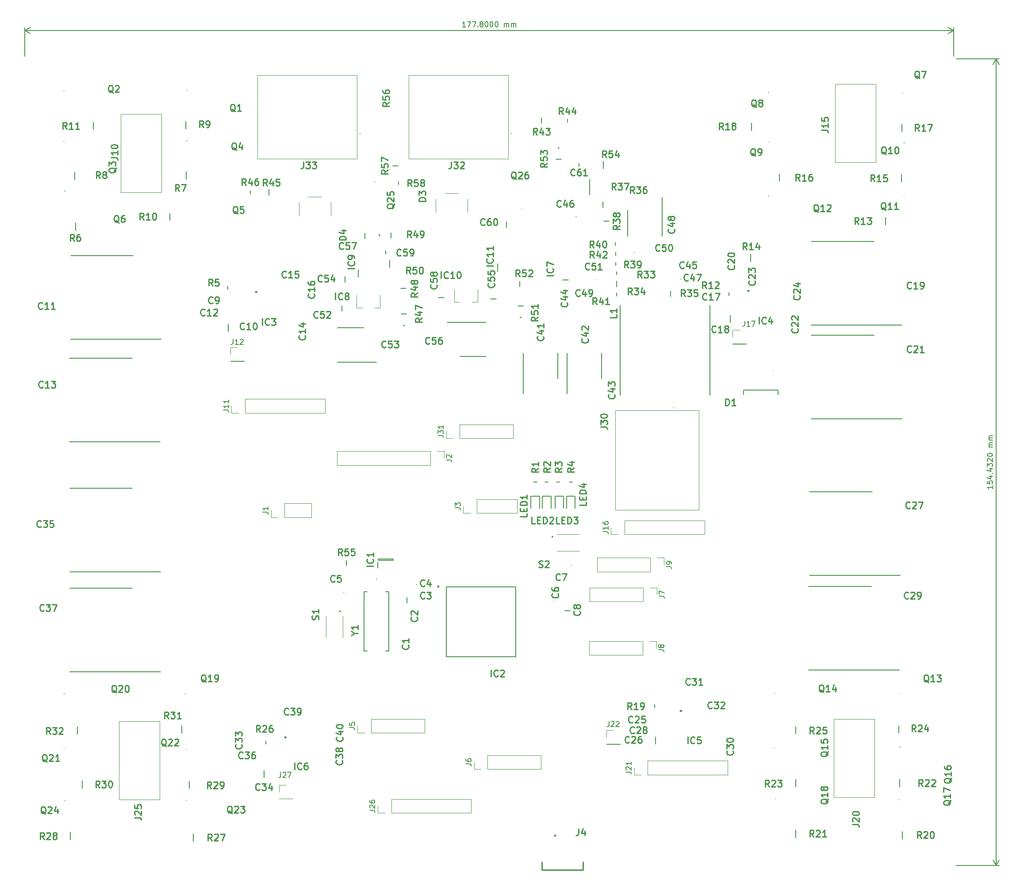
<source format=gto>
G04 #@! TF.GenerationSoftware,KiCad,Pcbnew,7.0.8*
G04 #@! TF.CreationDate,2023-11-03T15:57:49-04:00*
G04 #@! TF.ProjectId,GoodBotControlBoard,476f6f64-426f-4744-936f-6e74726f6c42,rev?*
G04 #@! TF.SameCoordinates,Original*
G04 #@! TF.FileFunction,Legend,Top*
G04 #@! TF.FilePolarity,Positive*
%FSLAX46Y46*%
G04 Gerber Fmt 4.6, Leading zero omitted, Abs format (unit mm)*
G04 Created by KiCad (PCBNEW 7.0.8) date 2023-11-03 15:57:49*
%MOMM*%
%LPD*%
G01*
G04 APERTURE LIST*
%ADD10C,0.150000*%
%ADD11C,0.254000*%
%ADD12C,0.200000*%
%ADD13C,0.120000*%
%ADD14C,0.250000*%
%ADD15C,0.100000*%
%ADD16C,0.400000*%
G04 APERTURE END LIST*
D10*
X111554190Y-6823219D02*
X110982762Y-6823219D01*
X111268476Y-6823219D02*
X111268476Y-5823219D01*
X111268476Y-5823219D02*
X111173238Y-5966076D01*
X111173238Y-5966076D02*
X111078000Y-6061314D01*
X111078000Y-6061314D02*
X110982762Y-6108933D01*
X111887524Y-5823219D02*
X112554190Y-5823219D01*
X112554190Y-5823219D02*
X112125619Y-6823219D01*
X112839905Y-5823219D02*
X113506571Y-5823219D01*
X113506571Y-5823219D02*
X113078000Y-6823219D01*
X113887524Y-6727980D02*
X113935143Y-6775600D01*
X113935143Y-6775600D02*
X113887524Y-6823219D01*
X113887524Y-6823219D02*
X113839905Y-6775600D01*
X113839905Y-6775600D02*
X113887524Y-6727980D01*
X113887524Y-6727980D02*
X113887524Y-6823219D01*
X114506571Y-6251790D02*
X114411333Y-6204171D01*
X114411333Y-6204171D02*
X114363714Y-6156552D01*
X114363714Y-6156552D02*
X114316095Y-6061314D01*
X114316095Y-6061314D02*
X114316095Y-6013695D01*
X114316095Y-6013695D02*
X114363714Y-5918457D01*
X114363714Y-5918457D02*
X114411333Y-5870838D01*
X114411333Y-5870838D02*
X114506571Y-5823219D01*
X114506571Y-5823219D02*
X114697047Y-5823219D01*
X114697047Y-5823219D02*
X114792285Y-5870838D01*
X114792285Y-5870838D02*
X114839904Y-5918457D01*
X114839904Y-5918457D02*
X114887523Y-6013695D01*
X114887523Y-6013695D02*
X114887523Y-6061314D01*
X114887523Y-6061314D02*
X114839904Y-6156552D01*
X114839904Y-6156552D02*
X114792285Y-6204171D01*
X114792285Y-6204171D02*
X114697047Y-6251790D01*
X114697047Y-6251790D02*
X114506571Y-6251790D01*
X114506571Y-6251790D02*
X114411333Y-6299409D01*
X114411333Y-6299409D02*
X114363714Y-6347028D01*
X114363714Y-6347028D02*
X114316095Y-6442266D01*
X114316095Y-6442266D02*
X114316095Y-6632742D01*
X114316095Y-6632742D02*
X114363714Y-6727980D01*
X114363714Y-6727980D02*
X114411333Y-6775600D01*
X114411333Y-6775600D02*
X114506571Y-6823219D01*
X114506571Y-6823219D02*
X114697047Y-6823219D01*
X114697047Y-6823219D02*
X114792285Y-6775600D01*
X114792285Y-6775600D02*
X114839904Y-6727980D01*
X114839904Y-6727980D02*
X114887523Y-6632742D01*
X114887523Y-6632742D02*
X114887523Y-6442266D01*
X114887523Y-6442266D02*
X114839904Y-6347028D01*
X114839904Y-6347028D02*
X114792285Y-6299409D01*
X114792285Y-6299409D02*
X114697047Y-6251790D01*
X115506571Y-5823219D02*
X115601809Y-5823219D01*
X115601809Y-5823219D02*
X115697047Y-5870838D01*
X115697047Y-5870838D02*
X115744666Y-5918457D01*
X115744666Y-5918457D02*
X115792285Y-6013695D01*
X115792285Y-6013695D02*
X115839904Y-6204171D01*
X115839904Y-6204171D02*
X115839904Y-6442266D01*
X115839904Y-6442266D02*
X115792285Y-6632742D01*
X115792285Y-6632742D02*
X115744666Y-6727980D01*
X115744666Y-6727980D02*
X115697047Y-6775600D01*
X115697047Y-6775600D02*
X115601809Y-6823219D01*
X115601809Y-6823219D02*
X115506571Y-6823219D01*
X115506571Y-6823219D02*
X115411333Y-6775600D01*
X115411333Y-6775600D02*
X115363714Y-6727980D01*
X115363714Y-6727980D02*
X115316095Y-6632742D01*
X115316095Y-6632742D02*
X115268476Y-6442266D01*
X115268476Y-6442266D02*
X115268476Y-6204171D01*
X115268476Y-6204171D02*
X115316095Y-6013695D01*
X115316095Y-6013695D02*
X115363714Y-5918457D01*
X115363714Y-5918457D02*
X115411333Y-5870838D01*
X115411333Y-5870838D02*
X115506571Y-5823219D01*
X116458952Y-5823219D02*
X116554190Y-5823219D01*
X116554190Y-5823219D02*
X116649428Y-5870838D01*
X116649428Y-5870838D02*
X116697047Y-5918457D01*
X116697047Y-5918457D02*
X116744666Y-6013695D01*
X116744666Y-6013695D02*
X116792285Y-6204171D01*
X116792285Y-6204171D02*
X116792285Y-6442266D01*
X116792285Y-6442266D02*
X116744666Y-6632742D01*
X116744666Y-6632742D02*
X116697047Y-6727980D01*
X116697047Y-6727980D02*
X116649428Y-6775600D01*
X116649428Y-6775600D02*
X116554190Y-6823219D01*
X116554190Y-6823219D02*
X116458952Y-6823219D01*
X116458952Y-6823219D02*
X116363714Y-6775600D01*
X116363714Y-6775600D02*
X116316095Y-6727980D01*
X116316095Y-6727980D02*
X116268476Y-6632742D01*
X116268476Y-6632742D02*
X116220857Y-6442266D01*
X116220857Y-6442266D02*
X116220857Y-6204171D01*
X116220857Y-6204171D02*
X116268476Y-6013695D01*
X116268476Y-6013695D02*
X116316095Y-5918457D01*
X116316095Y-5918457D02*
X116363714Y-5870838D01*
X116363714Y-5870838D02*
X116458952Y-5823219D01*
X117411333Y-5823219D02*
X117506571Y-5823219D01*
X117506571Y-5823219D02*
X117601809Y-5870838D01*
X117601809Y-5870838D02*
X117649428Y-5918457D01*
X117649428Y-5918457D02*
X117697047Y-6013695D01*
X117697047Y-6013695D02*
X117744666Y-6204171D01*
X117744666Y-6204171D02*
X117744666Y-6442266D01*
X117744666Y-6442266D02*
X117697047Y-6632742D01*
X117697047Y-6632742D02*
X117649428Y-6727980D01*
X117649428Y-6727980D02*
X117601809Y-6775600D01*
X117601809Y-6775600D02*
X117506571Y-6823219D01*
X117506571Y-6823219D02*
X117411333Y-6823219D01*
X117411333Y-6823219D02*
X117316095Y-6775600D01*
X117316095Y-6775600D02*
X117268476Y-6727980D01*
X117268476Y-6727980D02*
X117220857Y-6632742D01*
X117220857Y-6632742D02*
X117173238Y-6442266D01*
X117173238Y-6442266D02*
X117173238Y-6204171D01*
X117173238Y-6204171D02*
X117220857Y-6013695D01*
X117220857Y-6013695D02*
X117268476Y-5918457D01*
X117268476Y-5918457D02*
X117316095Y-5870838D01*
X117316095Y-5870838D02*
X117411333Y-5823219D01*
X118935143Y-6823219D02*
X118935143Y-6156552D01*
X118935143Y-6251790D02*
X118982762Y-6204171D01*
X118982762Y-6204171D02*
X119078000Y-6156552D01*
X119078000Y-6156552D02*
X119220857Y-6156552D01*
X119220857Y-6156552D02*
X119316095Y-6204171D01*
X119316095Y-6204171D02*
X119363714Y-6299409D01*
X119363714Y-6299409D02*
X119363714Y-6823219D01*
X119363714Y-6299409D02*
X119411333Y-6204171D01*
X119411333Y-6204171D02*
X119506571Y-6156552D01*
X119506571Y-6156552D02*
X119649428Y-6156552D01*
X119649428Y-6156552D02*
X119744667Y-6204171D01*
X119744667Y-6204171D02*
X119792286Y-6299409D01*
X119792286Y-6299409D02*
X119792286Y-6823219D01*
X120268476Y-6823219D02*
X120268476Y-6156552D01*
X120268476Y-6251790D02*
X120316095Y-6204171D01*
X120316095Y-6204171D02*
X120411333Y-6156552D01*
X120411333Y-6156552D02*
X120554190Y-6156552D01*
X120554190Y-6156552D02*
X120649428Y-6204171D01*
X120649428Y-6204171D02*
X120697047Y-6299409D01*
X120697047Y-6299409D02*
X120697047Y-6823219D01*
X120697047Y-6299409D02*
X120744666Y-6204171D01*
X120744666Y-6204171D02*
X120839904Y-6156552D01*
X120839904Y-6156552D02*
X120982761Y-6156552D01*
X120982761Y-6156552D02*
X121078000Y-6204171D01*
X121078000Y-6204171D02*
X121125619Y-6299409D01*
X121125619Y-6299409D02*
X121125619Y-6823219D01*
X27178000Y-12454000D02*
X27178000Y-6931980D01*
X204978000Y-12454000D02*
X204978000Y-6931980D01*
X27178000Y-7518400D02*
X204978000Y-7518400D01*
X27178000Y-7518400D02*
X204978000Y-7518400D01*
X27178000Y-7518400D02*
X28304504Y-6931979D01*
X27178000Y-7518400D02*
X28304504Y-8104821D01*
X204978000Y-7518400D02*
X203851496Y-8104821D01*
X204978000Y-7518400D02*
X203851496Y-6931979D01*
X212410819Y-94693809D02*
X212410819Y-95265237D01*
X212410819Y-94979523D02*
X211410819Y-94979523D01*
X211410819Y-94979523D02*
X211553676Y-95074761D01*
X211553676Y-95074761D02*
X211648914Y-95169999D01*
X211648914Y-95169999D02*
X211696533Y-95265237D01*
X211410819Y-93789047D02*
X211410819Y-94265237D01*
X211410819Y-94265237D02*
X211887009Y-94312856D01*
X211887009Y-94312856D02*
X211839390Y-94265237D01*
X211839390Y-94265237D02*
X211791771Y-94169999D01*
X211791771Y-94169999D02*
X211791771Y-93931904D01*
X211791771Y-93931904D02*
X211839390Y-93836666D01*
X211839390Y-93836666D02*
X211887009Y-93789047D01*
X211887009Y-93789047D02*
X211982247Y-93741428D01*
X211982247Y-93741428D02*
X212220342Y-93741428D01*
X212220342Y-93741428D02*
X212315580Y-93789047D01*
X212315580Y-93789047D02*
X212363200Y-93836666D01*
X212363200Y-93836666D02*
X212410819Y-93931904D01*
X212410819Y-93931904D02*
X212410819Y-94169999D01*
X212410819Y-94169999D02*
X212363200Y-94265237D01*
X212363200Y-94265237D02*
X212315580Y-94312856D01*
X211744152Y-92884285D02*
X212410819Y-92884285D01*
X211363200Y-93122380D02*
X212077485Y-93360475D01*
X212077485Y-93360475D02*
X212077485Y-92741428D01*
X212315580Y-92360475D02*
X212363200Y-92312856D01*
X212363200Y-92312856D02*
X212410819Y-92360475D01*
X212410819Y-92360475D02*
X212363200Y-92408094D01*
X212363200Y-92408094D02*
X212315580Y-92360475D01*
X212315580Y-92360475D02*
X212410819Y-92360475D01*
X211744152Y-91455714D02*
X212410819Y-91455714D01*
X211363200Y-91693809D02*
X212077485Y-91931904D01*
X212077485Y-91931904D02*
X212077485Y-91312857D01*
X211410819Y-91027142D02*
X211410819Y-90408095D01*
X211410819Y-90408095D02*
X211791771Y-90741428D01*
X211791771Y-90741428D02*
X211791771Y-90598571D01*
X211791771Y-90598571D02*
X211839390Y-90503333D01*
X211839390Y-90503333D02*
X211887009Y-90455714D01*
X211887009Y-90455714D02*
X211982247Y-90408095D01*
X211982247Y-90408095D02*
X212220342Y-90408095D01*
X212220342Y-90408095D02*
X212315580Y-90455714D01*
X212315580Y-90455714D02*
X212363200Y-90503333D01*
X212363200Y-90503333D02*
X212410819Y-90598571D01*
X212410819Y-90598571D02*
X212410819Y-90884285D01*
X212410819Y-90884285D02*
X212363200Y-90979523D01*
X212363200Y-90979523D02*
X212315580Y-91027142D01*
X211506057Y-90027142D02*
X211458438Y-89979523D01*
X211458438Y-89979523D02*
X211410819Y-89884285D01*
X211410819Y-89884285D02*
X211410819Y-89646190D01*
X211410819Y-89646190D02*
X211458438Y-89550952D01*
X211458438Y-89550952D02*
X211506057Y-89503333D01*
X211506057Y-89503333D02*
X211601295Y-89455714D01*
X211601295Y-89455714D02*
X211696533Y-89455714D01*
X211696533Y-89455714D02*
X211839390Y-89503333D01*
X211839390Y-89503333D02*
X212410819Y-90074761D01*
X212410819Y-90074761D02*
X212410819Y-89455714D01*
X211410819Y-88836666D02*
X211410819Y-88741428D01*
X211410819Y-88741428D02*
X211458438Y-88646190D01*
X211458438Y-88646190D02*
X211506057Y-88598571D01*
X211506057Y-88598571D02*
X211601295Y-88550952D01*
X211601295Y-88550952D02*
X211791771Y-88503333D01*
X211791771Y-88503333D02*
X212029866Y-88503333D01*
X212029866Y-88503333D02*
X212220342Y-88550952D01*
X212220342Y-88550952D02*
X212315580Y-88598571D01*
X212315580Y-88598571D02*
X212363200Y-88646190D01*
X212363200Y-88646190D02*
X212410819Y-88741428D01*
X212410819Y-88741428D02*
X212410819Y-88836666D01*
X212410819Y-88836666D02*
X212363200Y-88931904D01*
X212363200Y-88931904D02*
X212315580Y-88979523D01*
X212315580Y-88979523D02*
X212220342Y-89027142D01*
X212220342Y-89027142D02*
X212029866Y-89074761D01*
X212029866Y-89074761D02*
X211791771Y-89074761D01*
X211791771Y-89074761D02*
X211601295Y-89027142D01*
X211601295Y-89027142D02*
X211506057Y-88979523D01*
X211506057Y-88979523D02*
X211458438Y-88931904D01*
X211458438Y-88931904D02*
X211410819Y-88836666D01*
X212410819Y-87312856D02*
X211744152Y-87312856D01*
X211839390Y-87312856D02*
X211791771Y-87265237D01*
X211791771Y-87265237D02*
X211744152Y-87169999D01*
X211744152Y-87169999D02*
X211744152Y-87027142D01*
X211744152Y-87027142D02*
X211791771Y-86931904D01*
X211791771Y-86931904D02*
X211887009Y-86884285D01*
X211887009Y-86884285D02*
X212410819Y-86884285D01*
X211887009Y-86884285D02*
X211791771Y-86836666D01*
X211791771Y-86836666D02*
X211744152Y-86741428D01*
X211744152Y-86741428D02*
X211744152Y-86598571D01*
X211744152Y-86598571D02*
X211791771Y-86503332D01*
X211791771Y-86503332D02*
X211887009Y-86455713D01*
X211887009Y-86455713D02*
X212410819Y-86455713D01*
X212410819Y-85979523D02*
X211744152Y-85979523D01*
X211839390Y-85979523D02*
X211791771Y-85931904D01*
X211791771Y-85931904D02*
X211744152Y-85836666D01*
X211744152Y-85836666D02*
X211744152Y-85693809D01*
X211744152Y-85693809D02*
X211791771Y-85598571D01*
X211791771Y-85598571D02*
X211887009Y-85550952D01*
X211887009Y-85550952D02*
X212410819Y-85550952D01*
X211887009Y-85550952D02*
X211791771Y-85503333D01*
X211791771Y-85503333D02*
X211744152Y-85408095D01*
X211744152Y-85408095D02*
X211744152Y-85265238D01*
X211744152Y-85265238D02*
X211791771Y-85169999D01*
X211791771Y-85169999D02*
X211887009Y-85122380D01*
X211887009Y-85122380D02*
X212410819Y-85122380D01*
X205478000Y-12954000D02*
X213692420Y-12954000D01*
X205478000Y-167386000D02*
X213692420Y-167386000D01*
X213106000Y-12954000D02*
X213106000Y-167386000D01*
X213106000Y-12954000D02*
X213106000Y-167386000D01*
X213106000Y-12954000D02*
X213692421Y-14080504D01*
X213106000Y-12954000D02*
X212519579Y-14080504D01*
X213106000Y-167386000D02*
X212519579Y-166259496D01*
X213106000Y-167386000D02*
X213692421Y-166259496D01*
D11*
X140477518Y-61882866D02*
X140477518Y-62487628D01*
X140477518Y-62487628D02*
X139207518Y-62487628D01*
X140477518Y-60794294D02*
X140477518Y-61520009D01*
X140477518Y-61157152D02*
X139207518Y-61157152D01*
X139207518Y-61157152D02*
X139388946Y-61278104D01*
X139388946Y-61278104D02*
X139509899Y-61399056D01*
X139509899Y-61399056D02*
X139570375Y-61520009D01*
X101240771Y-37353518D02*
X100817437Y-36748756D01*
X100515056Y-37353518D02*
X100515056Y-36083518D01*
X100515056Y-36083518D02*
X100998866Y-36083518D01*
X100998866Y-36083518D02*
X101119818Y-36143994D01*
X101119818Y-36143994D02*
X101180295Y-36204470D01*
X101180295Y-36204470D02*
X101240771Y-36325422D01*
X101240771Y-36325422D02*
X101240771Y-36506851D01*
X101240771Y-36506851D02*
X101180295Y-36627803D01*
X101180295Y-36627803D02*
X101119818Y-36688280D01*
X101119818Y-36688280D02*
X100998866Y-36748756D01*
X100998866Y-36748756D02*
X100515056Y-36748756D01*
X102389818Y-36083518D02*
X101785056Y-36083518D01*
X101785056Y-36083518D02*
X101724580Y-36688280D01*
X101724580Y-36688280D02*
X101785056Y-36627803D01*
X101785056Y-36627803D02*
X101906009Y-36567327D01*
X101906009Y-36567327D02*
X102208390Y-36567327D01*
X102208390Y-36567327D02*
X102329342Y-36627803D01*
X102329342Y-36627803D02*
X102389818Y-36688280D01*
X102389818Y-36688280D02*
X102450295Y-36809232D01*
X102450295Y-36809232D02*
X102450295Y-37111613D01*
X102450295Y-37111613D02*
X102389818Y-37232565D01*
X102389818Y-37232565D02*
X102329342Y-37293042D01*
X102329342Y-37293042D02*
X102208390Y-37353518D01*
X102208390Y-37353518D02*
X101906009Y-37353518D01*
X101906009Y-37353518D02*
X101785056Y-37293042D01*
X101785056Y-37293042D02*
X101724580Y-37232565D01*
X103176009Y-36627803D02*
X103055057Y-36567327D01*
X103055057Y-36567327D02*
X102994580Y-36506851D01*
X102994580Y-36506851D02*
X102934104Y-36385899D01*
X102934104Y-36385899D02*
X102934104Y-36325422D01*
X102934104Y-36325422D02*
X102994580Y-36204470D01*
X102994580Y-36204470D02*
X103055057Y-36143994D01*
X103055057Y-36143994D02*
X103176009Y-36083518D01*
X103176009Y-36083518D02*
X103417914Y-36083518D01*
X103417914Y-36083518D02*
X103538866Y-36143994D01*
X103538866Y-36143994D02*
X103599342Y-36204470D01*
X103599342Y-36204470D02*
X103659819Y-36325422D01*
X103659819Y-36325422D02*
X103659819Y-36385899D01*
X103659819Y-36385899D02*
X103599342Y-36506851D01*
X103599342Y-36506851D02*
X103538866Y-36567327D01*
X103538866Y-36567327D02*
X103417914Y-36627803D01*
X103417914Y-36627803D02*
X103176009Y-36627803D01*
X103176009Y-36627803D02*
X103055057Y-36688280D01*
X103055057Y-36688280D02*
X102994580Y-36748756D01*
X102994580Y-36748756D02*
X102934104Y-36869708D01*
X102934104Y-36869708D02*
X102934104Y-37111613D01*
X102934104Y-37111613D02*
X102994580Y-37232565D01*
X102994580Y-37232565D02*
X103055057Y-37293042D01*
X103055057Y-37293042D02*
X103176009Y-37353518D01*
X103176009Y-37353518D02*
X103417914Y-37353518D01*
X103417914Y-37353518D02*
X103538866Y-37293042D01*
X103538866Y-37293042D02*
X103599342Y-37232565D01*
X103599342Y-37232565D02*
X103659819Y-37111613D01*
X103659819Y-37111613D02*
X103659819Y-36869708D01*
X103659819Y-36869708D02*
X103599342Y-36748756D01*
X103599342Y-36748756D02*
X103538866Y-36688280D01*
X103538866Y-36688280D02*
X103417914Y-36627803D01*
X96687918Y-34242828D02*
X96083156Y-34666162D01*
X96687918Y-34968543D02*
X95417918Y-34968543D01*
X95417918Y-34968543D02*
X95417918Y-34484733D01*
X95417918Y-34484733D02*
X95478394Y-34363781D01*
X95478394Y-34363781D02*
X95538870Y-34303304D01*
X95538870Y-34303304D02*
X95659822Y-34242828D01*
X95659822Y-34242828D02*
X95841251Y-34242828D01*
X95841251Y-34242828D02*
X95962203Y-34303304D01*
X95962203Y-34303304D02*
X96022680Y-34363781D01*
X96022680Y-34363781D02*
X96083156Y-34484733D01*
X96083156Y-34484733D02*
X96083156Y-34968543D01*
X95417918Y-33093781D02*
X95417918Y-33698543D01*
X95417918Y-33698543D02*
X96022680Y-33759019D01*
X96022680Y-33759019D02*
X95962203Y-33698543D01*
X95962203Y-33698543D02*
X95901727Y-33577590D01*
X95901727Y-33577590D02*
X95901727Y-33275209D01*
X95901727Y-33275209D02*
X95962203Y-33154257D01*
X95962203Y-33154257D02*
X96022680Y-33093781D01*
X96022680Y-33093781D02*
X96143632Y-33033304D01*
X96143632Y-33033304D02*
X96446013Y-33033304D01*
X96446013Y-33033304D02*
X96566965Y-33093781D01*
X96566965Y-33093781D02*
X96627442Y-33154257D01*
X96627442Y-33154257D02*
X96687918Y-33275209D01*
X96687918Y-33275209D02*
X96687918Y-33577590D01*
X96687918Y-33577590D02*
X96627442Y-33698543D01*
X96627442Y-33698543D02*
X96566965Y-33759019D01*
X95417918Y-32609971D02*
X95417918Y-31763304D01*
X95417918Y-31763304D02*
X96687918Y-32307590D01*
X96941918Y-21288828D02*
X96337156Y-21712162D01*
X96941918Y-22014543D02*
X95671918Y-22014543D01*
X95671918Y-22014543D02*
X95671918Y-21530733D01*
X95671918Y-21530733D02*
X95732394Y-21409781D01*
X95732394Y-21409781D02*
X95792870Y-21349304D01*
X95792870Y-21349304D02*
X95913822Y-21288828D01*
X95913822Y-21288828D02*
X96095251Y-21288828D01*
X96095251Y-21288828D02*
X96216203Y-21349304D01*
X96216203Y-21349304D02*
X96276680Y-21409781D01*
X96276680Y-21409781D02*
X96337156Y-21530733D01*
X96337156Y-21530733D02*
X96337156Y-22014543D01*
X95671918Y-20139781D02*
X95671918Y-20744543D01*
X95671918Y-20744543D02*
X96276680Y-20805019D01*
X96276680Y-20805019D02*
X96216203Y-20744543D01*
X96216203Y-20744543D02*
X96155727Y-20623590D01*
X96155727Y-20623590D02*
X96155727Y-20321209D01*
X96155727Y-20321209D02*
X96216203Y-20200257D01*
X96216203Y-20200257D02*
X96276680Y-20139781D01*
X96276680Y-20139781D02*
X96397632Y-20079304D01*
X96397632Y-20079304D02*
X96700013Y-20079304D01*
X96700013Y-20079304D02*
X96820965Y-20139781D01*
X96820965Y-20139781D02*
X96881442Y-20200257D01*
X96881442Y-20200257D02*
X96941918Y-20321209D01*
X96941918Y-20321209D02*
X96941918Y-20623590D01*
X96941918Y-20623590D02*
X96881442Y-20744543D01*
X96881442Y-20744543D02*
X96820965Y-20805019D01*
X95671918Y-18990733D02*
X95671918Y-19232638D01*
X95671918Y-19232638D02*
X95732394Y-19353590D01*
X95732394Y-19353590D02*
X95792870Y-19414066D01*
X95792870Y-19414066D02*
X95974299Y-19535019D01*
X95974299Y-19535019D02*
X96216203Y-19595495D01*
X96216203Y-19595495D02*
X96700013Y-19595495D01*
X96700013Y-19595495D02*
X96820965Y-19535019D01*
X96820965Y-19535019D02*
X96881442Y-19474542D01*
X96881442Y-19474542D02*
X96941918Y-19353590D01*
X96941918Y-19353590D02*
X96941918Y-19111685D01*
X96941918Y-19111685D02*
X96881442Y-18990733D01*
X96881442Y-18990733D02*
X96820965Y-18930257D01*
X96820965Y-18930257D02*
X96700013Y-18869780D01*
X96700013Y-18869780D02*
X96397632Y-18869780D01*
X96397632Y-18869780D02*
X96276680Y-18930257D01*
X96276680Y-18930257D02*
X96216203Y-18990733D01*
X96216203Y-18990733D02*
X96155727Y-19111685D01*
X96155727Y-19111685D02*
X96155727Y-19353590D01*
X96155727Y-19353590D02*
X96216203Y-19474542D01*
X96216203Y-19474542D02*
X96276680Y-19535019D01*
X96276680Y-19535019D02*
X96397632Y-19595495D01*
X87931171Y-108016318D02*
X87507837Y-107411556D01*
X87205456Y-108016318D02*
X87205456Y-106746318D01*
X87205456Y-106746318D02*
X87689266Y-106746318D01*
X87689266Y-106746318D02*
X87810218Y-106806794D01*
X87810218Y-106806794D02*
X87870695Y-106867270D01*
X87870695Y-106867270D02*
X87931171Y-106988222D01*
X87931171Y-106988222D02*
X87931171Y-107169651D01*
X87931171Y-107169651D02*
X87870695Y-107290603D01*
X87870695Y-107290603D02*
X87810218Y-107351080D01*
X87810218Y-107351080D02*
X87689266Y-107411556D01*
X87689266Y-107411556D02*
X87205456Y-107411556D01*
X89080218Y-106746318D02*
X88475456Y-106746318D01*
X88475456Y-106746318D02*
X88414980Y-107351080D01*
X88414980Y-107351080D02*
X88475456Y-107290603D01*
X88475456Y-107290603D02*
X88596409Y-107230127D01*
X88596409Y-107230127D02*
X88898790Y-107230127D01*
X88898790Y-107230127D02*
X89019742Y-107290603D01*
X89019742Y-107290603D02*
X89080218Y-107351080D01*
X89080218Y-107351080D02*
X89140695Y-107472032D01*
X89140695Y-107472032D02*
X89140695Y-107774413D01*
X89140695Y-107774413D02*
X89080218Y-107895365D01*
X89080218Y-107895365D02*
X89019742Y-107955842D01*
X89019742Y-107955842D02*
X88898790Y-108016318D01*
X88898790Y-108016318D02*
X88596409Y-108016318D01*
X88596409Y-108016318D02*
X88475456Y-107955842D01*
X88475456Y-107955842D02*
X88414980Y-107895365D01*
X90289742Y-106746318D02*
X89684980Y-106746318D01*
X89684980Y-106746318D02*
X89624504Y-107351080D01*
X89624504Y-107351080D02*
X89684980Y-107290603D01*
X89684980Y-107290603D02*
X89805933Y-107230127D01*
X89805933Y-107230127D02*
X90108314Y-107230127D01*
X90108314Y-107230127D02*
X90229266Y-107290603D01*
X90229266Y-107290603D02*
X90289742Y-107351080D01*
X90289742Y-107351080D02*
X90350219Y-107472032D01*
X90350219Y-107472032D02*
X90350219Y-107774413D01*
X90350219Y-107774413D02*
X90289742Y-107895365D01*
X90289742Y-107895365D02*
X90229266Y-107955842D01*
X90229266Y-107955842D02*
X90108314Y-108016318D01*
X90108314Y-108016318D02*
X89805933Y-108016318D01*
X89805933Y-108016318D02*
X89684980Y-107955842D01*
X89684980Y-107955842D02*
X89624504Y-107895365D01*
X32051171Y-142255518D02*
X31627837Y-141650756D01*
X31325456Y-142255518D02*
X31325456Y-140985518D01*
X31325456Y-140985518D02*
X31809266Y-140985518D01*
X31809266Y-140985518D02*
X31930218Y-141045994D01*
X31930218Y-141045994D02*
X31990695Y-141106470D01*
X31990695Y-141106470D02*
X32051171Y-141227422D01*
X32051171Y-141227422D02*
X32051171Y-141408851D01*
X32051171Y-141408851D02*
X31990695Y-141529803D01*
X31990695Y-141529803D02*
X31930218Y-141590280D01*
X31930218Y-141590280D02*
X31809266Y-141650756D01*
X31809266Y-141650756D02*
X31325456Y-141650756D01*
X32474504Y-140985518D02*
X33260695Y-140985518D01*
X33260695Y-140985518D02*
X32837361Y-141469327D01*
X32837361Y-141469327D02*
X33018790Y-141469327D01*
X33018790Y-141469327D02*
X33139742Y-141529803D01*
X33139742Y-141529803D02*
X33200218Y-141590280D01*
X33200218Y-141590280D02*
X33260695Y-141711232D01*
X33260695Y-141711232D02*
X33260695Y-142013613D01*
X33260695Y-142013613D02*
X33200218Y-142134565D01*
X33200218Y-142134565D02*
X33139742Y-142195042D01*
X33139742Y-142195042D02*
X33018790Y-142255518D01*
X33018790Y-142255518D02*
X32655933Y-142255518D01*
X32655933Y-142255518D02*
X32534980Y-142195042D01*
X32534980Y-142195042D02*
X32474504Y-142134565D01*
X33744504Y-141106470D02*
X33804980Y-141045994D01*
X33804980Y-141045994D02*
X33925933Y-140985518D01*
X33925933Y-140985518D02*
X34228314Y-140985518D01*
X34228314Y-140985518D02*
X34349266Y-141045994D01*
X34349266Y-141045994D02*
X34409742Y-141106470D01*
X34409742Y-141106470D02*
X34470219Y-141227422D01*
X34470219Y-141227422D02*
X34470219Y-141348375D01*
X34470219Y-141348375D02*
X34409742Y-141529803D01*
X34409742Y-141529803D02*
X33684028Y-142255518D01*
X33684028Y-142255518D02*
X34470219Y-142255518D01*
X54682571Y-139258318D02*
X54259237Y-138653556D01*
X53956856Y-139258318D02*
X53956856Y-137988318D01*
X53956856Y-137988318D02*
X54440666Y-137988318D01*
X54440666Y-137988318D02*
X54561618Y-138048794D01*
X54561618Y-138048794D02*
X54622095Y-138109270D01*
X54622095Y-138109270D02*
X54682571Y-138230222D01*
X54682571Y-138230222D02*
X54682571Y-138411651D01*
X54682571Y-138411651D02*
X54622095Y-138532603D01*
X54622095Y-138532603D02*
X54561618Y-138593080D01*
X54561618Y-138593080D02*
X54440666Y-138653556D01*
X54440666Y-138653556D02*
X53956856Y-138653556D01*
X55105904Y-137988318D02*
X55892095Y-137988318D01*
X55892095Y-137988318D02*
X55468761Y-138472127D01*
X55468761Y-138472127D02*
X55650190Y-138472127D01*
X55650190Y-138472127D02*
X55771142Y-138532603D01*
X55771142Y-138532603D02*
X55831618Y-138593080D01*
X55831618Y-138593080D02*
X55892095Y-138714032D01*
X55892095Y-138714032D02*
X55892095Y-139016413D01*
X55892095Y-139016413D02*
X55831618Y-139137365D01*
X55831618Y-139137365D02*
X55771142Y-139197842D01*
X55771142Y-139197842D02*
X55650190Y-139258318D01*
X55650190Y-139258318D02*
X55287333Y-139258318D01*
X55287333Y-139258318D02*
X55166380Y-139197842D01*
X55166380Y-139197842D02*
X55105904Y-139137365D01*
X57101619Y-139258318D02*
X56375904Y-139258318D01*
X56738761Y-139258318D02*
X56738761Y-137988318D01*
X56738761Y-137988318D02*
X56617809Y-138169746D01*
X56617809Y-138169746D02*
X56496857Y-138290699D01*
X56496857Y-138290699D02*
X56375904Y-138351175D01*
X41499971Y-152466318D02*
X41076637Y-151861556D01*
X40774256Y-152466318D02*
X40774256Y-151196318D01*
X40774256Y-151196318D02*
X41258066Y-151196318D01*
X41258066Y-151196318D02*
X41379018Y-151256794D01*
X41379018Y-151256794D02*
X41439495Y-151317270D01*
X41439495Y-151317270D02*
X41499971Y-151438222D01*
X41499971Y-151438222D02*
X41499971Y-151619651D01*
X41499971Y-151619651D02*
X41439495Y-151740603D01*
X41439495Y-151740603D02*
X41379018Y-151801080D01*
X41379018Y-151801080D02*
X41258066Y-151861556D01*
X41258066Y-151861556D02*
X40774256Y-151861556D01*
X41923304Y-151196318D02*
X42709495Y-151196318D01*
X42709495Y-151196318D02*
X42286161Y-151680127D01*
X42286161Y-151680127D02*
X42467590Y-151680127D01*
X42467590Y-151680127D02*
X42588542Y-151740603D01*
X42588542Y-151740603D02*
X42649018Y-151801080D01*
X42649018Y-151801080D02*
X42709495Y-151922032D01*
X42709495Y-151922032D02*
X42709495Y-152224413D01*
X42709495Y-152224413D02*
X42649018Y-152345365D01*
X42649018Y-152345365D02*
X42588542Y-152405842D01*
X42588542Y-152405842D02*
X42467590Y-152466318D01*
X42467590Y-152466318D02*
X42104733Y-152466318D01*
X42104733Y-152466318D02*
X41983780Y-152405842D01*
X41983780Y-152405842D02*
X41923304Y-152345365D01*
X43495685Y-151196318D02*
X43616638Y-151196318D01*
X43616638Y-151196318D02*
X43737590Y-151256794D01*
X43737590Y-151256794D02*
X43798066Y-151317270D01*
X43798066Y-151317270D02*
X43858542Y-151438222D01*
X43858542Y-151438222D02*
X43919019Y-151680127D01*
X43919019Y-151680127D02*
X43919019Y-151982508D01*
X43919019Y-151982508D02*
X43858542Y-152224413D01*
X43858542Y-152224413D02*
X43798066Y-152345365D01*
X43798066Y-152345365D02*
X43737590Y-152405842D01*
X43737590Y-152405842D02*
X43616638Y-152466318D01*
X43616638Y-152466318D02*
X43495685Y-152466318D01*
X43495685Y-152466318D02*
X43374733Y-152405842D01*
X43374733Y-152405842D02*
X43314257Y-152345365D01*
X43314257Y-152345365D02*
X43253780Y-152224413D01*
X43253780Y-152224413D02*
X43193304Y-151982508D01*
X43193304Y-151982508D02*
X43193304Y-151680127D01*
X43193304Y-151680127D02*
X43253780Y-151438222D01*
X43253780Y-151438222D02*
X43314257Y-151317270D01*
X43314257Y-151317270D02*
X43374733Y-151256794D01*
X43374733Y-151256794D02*
X43495685Y-151196318D01*
X62860771Y-152618718D02*
X62437437Y-152013956D01*
X62135056Y-152618718D02*
X62135056Y-151348718D01*
X62135056Y-151348718D02*
X62618866Y-151348718D01*
X62618866Y-151348718D02*
X62739818Y-151409194D01*
X62739818Y-151409194D02*
X62800295Y-151469670D01*
X62800295Y-151469670D02*
X62860771Y-151590622D01*
X62860771Y-151590622D02*
X62860771Y-151772051D01*
X62860771Y-151772051D02*
X62800295Y-151893003D01*
X62800295Y-151893003D02*
X62739818Y-151953480D01*
X62739818Y-151953480D02*
X62618866Y-152013956D01*
X62618866Y-152013956D02*
X62135056Y-152013956D01*
X63344580Y-151469670D02*
X63405056Y-151409194D01*
X63405056Y-151409194D02*
X63526009Y-151348718D01*
X63526009Y-151348718D02*
X63828390Y-151348718D01*
X63828390Y-151348718D02*
X63949342Y-151409194D01*
X63949342Y-151409194D02*
X64009818Y-151469670D01*
X64009818Y-151469670D02*
X64070295Y-151590622D01*
X64070295Y-151590622D02*
X64070295Y-151711575D01*
X64070295Y-151711575D02*
X64009818Y-151893003D01*
X64009818Y-151893003D02*
X63284104Y-152618718D01*
X63284104Y-152618718D02*
X64070295Y-152618718D01*
X64675057Y-152618718D02*
X64916961Y-152618718D01*
X64916961Y-152618718D02*
X65037914Y-152558242D01*
X65037914Y-152558242D02*
X65098390Y-152497765D01*
X65098390Y-152497765D02*
X65219342Y-152316337D01*
X65219342Y-152316337D02*
X65279819Y-152074432D01*
X65279819Y-152074432D02*
X65279819Y-151590622D01*
X65279819Y-151590622D02*
X65219342Y-151469670D01*
X65219342Y-151469670D02*
X65158866Y-151409194D01*
X65158866Y-151409194D02*
X65037914Y-151348718D01*
X65037914Y-151348718D02*
X64796009Y-151348718D01*
X64796009Y-151348718D02*
X64675057Y-151409194D01*
X64675057Y-151409194D02*
X64614580Y-151469670D01*
X64614580Y-151469670D02*
X64554104Y-151590622D01*
X64554104Y-151590622D02*
X64554104Y-151893003D01*
X64554104Y-151893003D02*
X64614580Y-152013956D01*
X64614580Y-152013956D02*
X64675057Y-152074432D01*
X64675057Y-152074432D02*
X64796009Y-152134908D01*
X64796009Y-152134908D02*
X65037914Y-152134908D01*
X65037914Y-152134908D02*
X65158866Y-152074432D01*
X65158866Y-152074432D02*
X65219342Y-152013956D01*
X65219342Y-152013956D02*
X65279819Y-151893003D01*
X30882771Y-162372318D02*
X30459437Y-161767556D01*
X30157056Y-162372318D02*
X30157056Y-161102318D01*
X30157056Y-161102318D02*
X30640866Y-161102318D01*
X30640866Y-161102318D02*
X30761818Y-161162794D01*
X30761818Y-161162794D02*
X30822295Y-161223270D01*
X30822295Y-161223270D02*
X30882771Y-161344222D01*
X30882771Y-161344222D02*
X30882771Y-161525651D01*
X30882771Y-161525651D02*
X30822295Y-161646603D01*
X30822295Y-161646603D02*
X30761818Y-161707080D01*
X30761818Y-161707080D02*
X30640866Y-161767556D01*
X30640866Y-161767556D02*
X30157056Y-161767556D01*
X31366580Y-161223270D02*
X31427056Y-161162794D01*
X31427056Y-161162794D02*
X31548009Y-161102318D01*
X31548009Y-161102318D02*
X31850390Y-161102318D01*
X31850390Y-161102318D02*
X31971342Y-161162794D01*
X31971342Y-161162794D02*
X32031818Y-161223270D01*
X32031818Y-161223270D02*
X32092295Y-161344222D01*
X32092295Y-161344222D02*
X32092295Y-161465175D01*
X32092295Y-161465175D02*
X32031818Y-161646603D01*
X32031818Y-161646603D02*
X31306104Y-162372318D01*
X31306104Y-162372318D02*
X32092295Y-162372318D01*
X32818009Y-161646603D02*
X32697057Y-161586127D01*
X32697057Y-161586127D02*
X32636580Y-161525651D01*
X32636580Y-161525651D02*
X32576104Y-161404699D01*
X32576104Y-161404699D02*
X32576104Y-161344222D01*
X32576104Y-161344222D02*
X32636580Y-161223270D01*
X32636580Y-161223270D02*
X32697057Y-161162794D01*
X32697057Y-161162794D02*
X32818009Y-161102318D01*
X32818009Y-161102318D02*
X33059914Y-161102318D01*
X33059914Y-161102318D02*
X33180866Y-161162794D01*
X33180866Y-161162794D02*
X33241342Y-161223270D01*
X33241342Y-161223270D02*
X33301819Y-161344222D01*
X33301819Y-161344222D02*
X33301819Y-161404699D01*
X33301819Y-161404699D02*
X33241342Y-161525651D01*
X33241342Y-161525651D02*
X33180866Y-161586127D01*
X33180866Y-161586127D02*
X33059914Y-161646603D01*
X33059914Y-161646603D02*
X32818009Y-161646603D01*
X32818009Y-161646603D02*
X32697057Y-161707080D01*
X32697057Y-161707080D02*
X32636580Y-161767556D01*
X32636580Y-161767556D02*
X32576104Y-161888508D01*
X32576104Y-161888508D02*
X32576104Y-162130413D01*
X32576104Y-162130413D02*
X32636580Y-162251365D01*
X32636580Y-162251365D02*
X32697057Y-162311842D01*
X32697057Y-162311842D02*
X32818009Y-162372318D01*
X32818009Y-162372318D02*
X33059914Y-162372318D01*
X33059914Y-162372318D02*
X33180866Y-162311842D01*
X33180866Y-162311842D02*
X33241342Y-162251365D01*
X33241342Y-162251365D02*
X33301819Y-162130413D01*
X33301819Y-162130413D02*
X33301819Y-161888508D01*
X33301819Y-161888508D02*
X33241342Y-161767556D01*
X33241342Y-161767556D02*
X33180866Y-161707080D01*
X33180866Y-161707080D02*
X33059914Y-161646603D01*
X62988371Y-162626318D02*
X62565037Y-162021556D01*
X62262656Y-162626318D02*
X62262656Y-161356318D01*
X62262656Y-161356318D02*
X62746466Y-161356318D01*
X62746466Y-161356318D02*
X62867418Y-161416794D01*
X62867418Y-161416794D02*
X62927895Y-161477270D01*
X62927895Y-161477270D02*
X62988371Y-161598222D01*
X62988371Y-161598222D02*
X62988371Y-161779651D01*
X62988371Y-161779651D02*
X62927895Y-161900603D01*
X62927895Y-161900603D02*
X62867418Y-161961080D01*
X62867418Y-161961080D02*
X62746466Y-162021556D01*
X62746466Y-162021556D02*
X62262656Y-162021556D01*
X63472180Y-161477270D02*
X63532656Y-161416794D01*
X63532656Y-161416794D02*
X63653609Y-161356318D01*
X63653609Y-161356318D02*
X63955990Y-161356318D01*
X63955990Y-161356318D02*
X64076942Y-161416794D01*
X64076942Y-161416794D02*
X64137418Y-161477270D01*
X64137418Y-161477270D02*
X64197895Y-161598222D01*
X64197895Y-161598222D02*
X64197895Y-161719175D01*
X64197895Y-161719175D02*
X64137418Y-161900603D01*
X64137418Y-161900603D02*
X63411704Y-162626318D01*
X63411704Y-162626318D02*
X64197895Y-162626318D01*
X64621228Y-161356318D02*
X65467895Y-161356318D01*
X65467895Y-161356318D02*
X64923609Y-162626318D01*
X178227571Y-142153918D02*
X177804237Y-141549156D01*
X177501856Y-142153918D02*
X177501856Y-140883918D01*
X177501856Y-140883918D02*
X177985666Y-140883918D01*
X177985666Y-140883918D02*
X178106618Y-140944394D01*
X178106618Y-140944394D02*
X178167095Y-141004870D01*
X178167095Y-141004870D02*
X178227571Y-141125822D01*
X178227571Y-141125822D02*
X178227571Y-141307251D01*
X178227571Y-141307251D02*
X178167095Y-141428203D01*
X178167095Y-141428203D02*
X178106618Y-141488680D01*
X178106618Y-141488680D02*
X177985666Y-141549156D01*
X177985666Y-141549156D02*
X177501856Y-141549156D01*
X178711380Y-141004870D02*
X178771856Y-140944394D01*
X178771856Y-140944394D02*
X178892809Y-140883918D01*
X178892809Y-140883918D02*
X179195190Y-140883918D01*
X179195190Y-140883918D02*
X179316142Y-140944394D01*
X179316142Y-140944394D02*
X179376618Y-141004870D01*
X179376618Y-141004870D02*
X179437095Y-141125822D01*
X179437095Y-141125822D02*
X179437095Y-141246775D01*
X179437095Y-141246775D02*
X179376618Y-141428203D01*
X179376618Y-141428203D02*
X178650904Y-142153918D01*
X178650904Y-142153918D02*
X179437095Y-142153918D01*
X180586142Y-140883918D02*
X179981380Y-140883918D01*
X179981380Y-140883918D02*
X179920904Y-141488680D01*
X179920904Y-141488680D02*
X179981380Y-141428203D01*
X179981380Y-141428203D02*
X180102333Y-141367727D01*
X180102333Y-141367727D02*
X180404714Y-141367727D01*
X180404714Y-141367727D02*
X180525666Y-141428203D01*
X180525666Y-141428203D02*
X180586142Y-141488680D01*
X180586142Y-141488680D02*
X180646619Y-141609632D01*
X180646619Y-141609632D02*
X180646619Y-141912013D01*
X180646619Y-141912013D02*
X180586142Y-142032965D01*
X180586142Y-142032965D02*
X180525666Y-142093442D01*
X180525666Y-142093442D02*
X180404714Y-142153918D01*
X180404714Y-142153918D02*
X180102333Y-142153918D01*
X180102333Y-142153918D02*
X179981380Y-142093442D01*
X179981380Y-142093442D02*
X179920904Y-142032965D01*
X197709971Y-141747518D02*
X197286637Y-141142756D01*
X196984256Y-141747518D02*
X196984256Y-140477518D01*
X196984256Y-140477518D02*
X197468066Y-140477518D01*
X197468066Y-140477518D02*
X197589018Y-140537994D01*
X197589018Y-140537994D02*
X197649495Y-140598470D01*
X197649495Y-140598470D02*
X197709971Y-140719422D01*
X197709971Y-140719422D02*
X197709971Y-140900851D01*
X197709971Y-140900851D02*
X197649495Y-141021803D01*
X197649495Y-141021803D02*
X197589018Y-141082280D01*
X197589018Y-141082280D02*
X197468066Y-141142756D01*
X197468066Y-141142756D02*
X196984256Y-141142756D01*
X198193780Y-140598470D02*
X198254256Y-140537994D01*
X198254256Y-140537994D02*
X198375209Y-140477518D01*
X198375209Y-140477518D02*
X198677590Y-140477518D01*
X198677590Y-140477518D02*
X198798542Y-140537994D01*
X198798542Y-140537994D02*
X198859018Y-140598470D01*
X198859018Y-140598470D02*
X198919495Y-140719422D01*
X198919495Y-140719422D02*
X198919495Y-140840375D01*
X198919495Y-140840375D02*
X198859018Y-141021803D01*
X198859018Y-141021803D02*
X198133304Y-141747518D01*
X198133304Y-141747518D02*
X198919495Y-141747518D01*
X200008066Y-140900851D02*
X200008066Y-141747518D01*
X199705685Y-140417042D02*
X199403304Y-141324184D01*
X199403304Y-141324184D02*
X200189495Y-141324184D01*
X169642371Y-152313918D02*
X169219037Y-151709156D01*
X168916656Y-152313918D02*
X168916656Y-151043918D01*
X168916656Y-151043918D02*
X169400466Y-151043918D01*
X169400466Y-151043918D02*
X169521418Y-151104394D01*
X169521418Y-151104394D02*
X169581895Y-151164870D01*
X169581895Y-151164870D02*
X169642371Y-151285822D01*
X169642371Y-151285822D02*
X169642371Y-151467251D01*
X169642371Y-151467251D02*
X169581895Y-151588203D01*
X169581895Y-151588203D02*
X169521418Y-151648680D01*
X169521418Y-151648680D02*
X169400466Y-151709156D01*
X169400466Y-151709156D02*
X168916656Y-151709156D01*
X170126180Y-151164870D02*
X170186656Y-151104394D01*
X170186656Y-151104394D02*
X170307609Y-151043918D01*
X170307609Y-151043918D02*
X170609990Y-151043918D01*
X170609990Y-151043918D02*
X170730942Y-151104394D01*
X170730942Y-151104394D02*
X170791418Y-151164870D01*
X170791418Y-151164870D02*
X170851895Y-151285822D01*
X170851895Y-151285822D02*
X170851895Y-151406775D01*
X170851895Y-151406775D02*
X170791418Y-151588203D01*
X170791418Y-151588203D02*
X170065704Y-152313918D01*
X170065704Y-152313918D02*
X170851895Y-152313918D01*
X171275228Y-151043918D02*
X172061419Y-151043918D01*
X172061419Y-151043918D02*
X171638085Y-151527727D01*
X171638085Y-151527727D02*
X171819514Y-151527727D01*
X171819514Y-151527727D02*
X171940466Y-151588203D01*
X171940466Y-151588203D02*
X172000942Y-151648680D01*
X172000942Y-151648680D02*
X172061419Y-151769632D01*
X172061419Y-151769632D02*
X172061419Y-152072013D01*
X172061419Y-152072013D02*
X172000942Y-152192965D01*
X172000942Y-152192965D02*
X171940466Y-152253442D01*
X171940466Y-152253442D02*
X171819514Y-152313918D01*
X171819514Y-152313918D02*
X171456657Y-152313918D01*
X171456657Y-152313918D02*
X171335704Y-152253442D01*
X171335704Y-152253442D02*
X171275228Y-152192965D01*
X199056171Y-152212318D02*
X198632837Y-151607556D01*
X198330456Y-152212318D02*
X198330456Y-150942318D01*
X198330456Y-150942318D02*
X198814266Y-150942318D01*
X198814266Y-150942318D02*
X198935218Y-151002794D01*
X198935218Y-151002794D02*
X198995695Y-151063270D01*
X198995695Y-151063270D02*
X199056171Y-151184222D01*
X199056171Y-151184222D02*
X199056171Y-151365651D01*
X199056171Y-151365651D02*
X198995695Y-151486603D01*
X198995695Y-151486603D02*
X198935218Y-151547080D01*
X198935218Y-151547080D02*
X198814266Y-151607556D01*
X198814266Y-151607556D02*
X198330456Y-151607556D01*
X199539980Y-151063270D02*
X199600456Y-151002794D01*
X199600456Y-151002794D02*
X199721409Y-150942318D01*
X199721409Y-150942318D02*
X200023790Y-150942318D01*
X200023790Y-150942318D02*
X200144742Y-151002794D01*
X200144742Y-151002794D02*
X200205218Y-151063270D01*
X200205218Y-151063270D02*
X200265695Y-151184222D01*
X200265695Y-151184222D02*
X200265695Y-151305175D01*
X200265695Y-151305175D02*
X200205218Y-151486603D01*
X200205218Y-151486603D02*
X199479504Y-152212318D01*
X199479504Y-152212318D02*
X200265695Y-152212318D01*
X200749504Y-151063270D02*
X200809980Y-151002794D01*
X200809980Y-151002794D02*
X200930933Y-150942318D01*
X200930933Y-150942318D02*
X201233314Y-150942318D01*
X201233314Y-150942318D02*
X201354266Y-151002794D01*
X201354266Y-151002794D02*
X201414742Y-151063270D01*
X201414742Y-151063270D02*
X201475219Y-151184222D01*
X201475219Y-151184222D02*
X201475219Y-151305175D01*
X201475219Y-151305175D02*
X201414742Y-151486603D01*
X201414742Y-151486603D02*
X200689028Y-152212318D01*
X200689028Y-152212318D02*
X201475219Y-152212318D01*
X178176771Y-161915118D02*
X177753437Y-161310356D01*
X177451056Y-161915118D02*
X177451056Y-160645118D01*
X177451056Y-160645118D02*
X177934866Y-160645118D01*
X177934866Y-160645118D02*
X178055818Y-160705594D01*
X178055818Y-160705594D02*
X178116295Y-160766070D01*
X178116295Y-160766070D02*
X178176771Y-160887022D01*
X178176771Y-160887022D02*
X178176771Y-161068451D01*
X178176771Y-161068451D02*
X178116295Y-161189403D01*
X178116295Y-161189403D02*
X178055818Y-161249880D01*
X178055818Y-161249880D02*
X177934866Y-161310356D01*
X177934866Y-161310356D02*
X177451056Y-161310356D01*
X178660580Y-160766070D02*
X178721056Y-160705594D01*
X178721056Y-160705594D02*
X178842009Y-160645118D01*
X178842009Y-160645118D02*
X179144390Y-160645118D01*
X179144390Y-160645118D02*
X179265342Y-160705594D01*
X179265342Y-160705594D02*
X179325818Y-160766070D01*
X179325818Y-160766070D02*
X179386295Y-160887022D01*
X179386295Y-160887022D02*
X179386295Y-161007975D01*
X179386295Y-161007975D02*
X179325818Y-161189403D01*
X179325818Y-161189403D02*
X178600104Y-161915118D01*
X178600104Y-161915118D02*
X179386295Y-161915118D01*
X180595819Y-161915118D02*
X179870104Y-161915118D01*
X180232961Y-161915118D02*
X180232961Y-160645118D01*
X180232961Y-160645118D02*
X180112009Y-160826546D01*
X180112009Y-160826546D02*
X179991057Y-160947499D01*
X179991057Y-160947499D02*
X179870104Y-161007975D01*
X198776771Y-162169118D02*
X198353437Y-161564356D01*
X198051056Y-162169118D02*
X198051056Y-160899118D01*
X198051056Y-160899118D02*
X198534866Y-160899118D01*
X198534866Y-160899118D02*
X198655818Y-160959594D01*
X198655818Y-160959594D02*
X198716295Y-161020070D01*
X198716295Y-161020070D02*
X198776771Y-161141022D01*
X198776771Y-161141022D02*
X198776771Y-161322451D01*
X198776771Y-161322451D02*
X198716295Y-161443403D01*
X198716295Y-161443403D02*
X198655818Y-161503880D01*
X198655818Y-161503880D02*
X198534866Y-161564356D01*
X198534866Y-161564356D02*
X198051056Y-161564356D01*
X199260580Y-161020070D02*
X199321056Y-160959594D01*
X199321056Y-160959594D02*
X199442009Y-160899118D01*
X199442009Y-160899118D02*
X199744390Y-160899118D01*
X199744390Y-160899118D02*
X199865342Y-160959594D01*
X199865342Y-160959594D02*
X199925818Y-161020070D01*
X199925818Y-161020070D02*
X199986295Y-161141022D01*
X199986295Y-161141022D02*
X199986295Y-161261975D01*
X199986295Y-161261975D02*
X199925818Y-161443403D01*
X199925818Y-161443403D02*
X199200104Y-162169118D01*
X199200104Y-162169118D02*
X199986295Y-162169118D01*
X200772485Y-160899118D02*
X200893438Y-160899118D01*
X200893438Y-160899118D02*
X201014390Y-160959594D01*
X201014390Y-160959594D02*
X201074866Y-161020070D01*
X201074866Y-161020070D02*
X201135342Y-161141022D01*
X201135342Y-161141022D02*
X201195819Y-161382927D01*
X201195819Y-161382927D02*
X201195819Y-161685308D01*
X201195819Y-161685308D02*
X201135342Y-161927213D01*
X201135342Y-161927213D02*
X201074866Y-162048165D01*
X201074866Y-162048165D02*
X201014390Y-162108642D01*
X201014390Y-162108642D02*
X200893438Y-162169118D01*
X200893438Y-162169118D02*
X200772485Y-162169118D01*
X200772485Y-162169118D02*
X200651533Y-162108642D01*
X200651533Y-162108642D02*
X200591057Y-162048165D01*
X200591057Y-162048165D02*
X200530580Y-161927213D01*
X200530580Y-161927213D02*
X200470104Y-161685308D01*
X200470104Y-161685308D02*
X200470104Y-161382927D01*
X200470104Y-161382927D02*
X200530580Y-161141022D01*
X200530580Y-161141022D02*
X200591057Y-161020070D01*
X200591057Y-161020070D02*
X200651533Y-160959594D01*
X200651533Y-160959594D02*
X200772485Y-160899118D01*
X160829171Y-26482318D02*
X160405837Y-25877556D01*
X160103456Y-26482318D02*
X160103456Y-25212318D01*
X160103456Y-25212318D02*
X160587266Y-25212318D01*
X160587266Y-25212318D02*
X160708218Y-25272794D01*
X160708218Y-25272794D02*
X160768695Y-25333270D01*
X160768695Y-25333270D02*
X160829171Y-25454222D01*
X160829171Y-25454222D02*
X160829171Y-25635651D01*
X160829171Y-25635651D02*
X160768695Y-25756603D01*
X160768695Y-25756603D02*
X160708218Y-25817080D01*
X160708218Y-25817080D02*
X160587266Y-25877556D01*
X160587266Y-25877556D02*
X160103456Y-25877556D01*
X162038695Y-26482318D02*
X161312980Y-26482318D01*
X161675837Y-26482318D02*
X161675837Y-25212318D01*
X161675837Y-25212318D02*
X161554885Y-25393746D01*
X161554885Y-25393746D02*
X161433933Y-25514699D01*
X161433933Y-25514699D02*
X161312980Y-25575175D01*
X162764409Y-25756603D02*
X162643457Y-25696127D01*
X162643457Y-25696127D02*
X162582980Y-25635651D01*
X162582980Y-25635651D02*
X162522504Y-25514699D01*
X162522504Y-25514699D02*
X162522504Y-25454222D01*
X162522504Y-25454222D02*
X162582980Y-25333270D01*
X162582980Y-25333270D02*
X162643457Y-25272794D01*
X162643457Y-25272794D02*
X162764409Y-25212318D01*
X162764409Y-25212318D02*
X163006314Y-25212318D01*
X163006314Y-25212318D02*
X163127266Y-25272794D01*
X163127266Y-25272794D02*
X163187742Y-25333270D01*
X163187742Y-25333270D02*
X163248219Y-25454222D01*
X163248219Y-25454222D02*
X163248219Y-25514699D01*
X163248219Y-25514699D02*
X163187742Y-25635651D01*
X163187742Y-25635651D02*
X163127266Y-25696127D01*
X163127266Y-25696127D02*
X163006314Y-25756603D01*
X163006314Y-25756603D02*
X162764409Y-25756603D01*
X162764409Y-25756603D02*
X162643457Y-25817080D01*
X162643457Y-25817080D02*
X162582980Y-25877556D01*
X162582980Y-25877556D02*
X162522504Y-25998508D01*
X162522504Y-25998508D02*
X162522504Y-26240413D01*
X162522504Y-26240413D02*
X162582980Y-26361365D01*
X162582980Y-26361365D02*
X162643457Y-26421842D01*
X162643457Y-26421842D02*
X162764409Y-26482318D01*
X162764409Y-26482318D02*
X163006314Y-26482318D01*
X163006314Y-26482318D02*
X163127266Y-26421842D01*
X163127266Y-26421842D02*
X163187742Y-26361365D01*
X163187742Y-26361365D02*
X163248219Y-26240413D01*
X163248219Y-26240413D02*
X163248219Y-25998508D01*
X163248219Y-25998508D02*
X163187742Y-25877556D01*
X163187742Y-25877556D02*
X163127266Y-25817080D01*
X163127266Y-25817080D02*
X163006314Y-25756603D01*
X198370371Y-26787118D02*
X197947037Y-26182356D01*
X197644656Y-26787118D02*
X197644656Y-25517118D01*
X197644656Y-25517118D02*
X198128466Y-25517118D01*
X198128466Y-25517118D02*
X198249418Y-25577594D01*
X198249418Y-25577594D02*
X198309895Y-25638070D01*
X198309895Y-25638070D02*
X198370371Y-25759022D01*
X198370371Y-25759022D02*
X198370371Y-25940451D01*
X198370371Y-25940451D02*
X198309895Y-26061403D01*
X198309895Y-26061403D02*
X198249418Y-26121880D01*
X198249418Y-26121880D02*
X198128466Y-26182356D01*
X198128466Y-26182356D02*
X197644656Y-26182356D01*
X199579895Y-26787118D02*
X198854180Y-26787118D01*
X199217037Y-26787118D02*
X199217037Y-25517118D01*
X199217037Y-25517118D02*
X199096085Y-25698546D01*
X199096085Y-25698546D02*
X198975133Y-25819499D01*
X198975133Y-25819499D02*
X198854180Y-25879975D01*
X200003228Y-25517118D02*
X200849895Y-25517118D01*
X200849895Y-25517118D02*
X200305609Y-26787118D01*
X175510371Y-36286718D02*
X175087037Y-35681956D01*
X174784656Y-36286718D02*
X174784656Y-35016718D01*
X174784656Y-35016718D02*
X175268466Y-35016718D01*
X175268466Y-35016718D02*
X175389418Y-35077194D01*
X175389418Y-35077194D02*
X175449895Y-35137670D01*
X175449895Y-35137670D02*
X175510371Y-35258622D01*
X175510371Y-35258622D02*
X175510371Y-35440051D01*
X175510371Y-35440051D02*
X175449895Y-35561003D01*
X175449895Y-35561003D02*
X175389418Y-35621480D01*
X175389418Y-35621480D02*
X175268466Y-35681956D01*
X175268466Y-35681956D02*
X174784656Y-35681956D01*
X176719895Y-36286718D02*
X175994180Y-36286718D01*
X176357037Y-36286718D02*
X176357037Y-35016718D01*
X176357037Y-35016718D02*
X176236085Y-35198146D01*
X176236085Y-35198146D02*
X176115133Y-35319099D01*
X176115133Y-35319099D02*
X175994180Y-35379575D01*
X177808466Y-35016718D02*
X177566561Y-35016718D01*
X177566561Y-35016718D02*
X177445609Y-35077194D01*
X177445609Y-35077194D02*
X177385133Y-35137670D01*
X177385133Y-35137670D02*
X177264180Y-35319099D01*
X177264180Y-35319099D02*
X177203704Y-35561003D01*
X177203704Y-35561003D02*
X177203704Y-36044813D01*
X177203704Y-36044813D02*
X177264180Y-36165765D01*
X177264180Y-36165765D02*
X177324657Y-36226242D01*
X177324657Y-36226242D02*
X177445609Y-36286718D01*
X177445609Y-36286718D02*
X177687514Y-36286718D01*
X177687514Y-36286718D02*
X177808466Y-36226242D01*
X177808466Y-36226242D02*
X177868942Y-36165765D01*
X177868942Y-36165765D02*
X177929419Y-36044813D01*
X177929419Y-36044813D02*
X177929419Y-35742432D01*
X177929419Y-35742432D02*
X177868942Y-35621480D01*
X177868942Y-35621480D02*
X177808466Y-35561003D01*
X177808466Y-35561003D02*
X177687514Y-35500527D01*
X177687514Y-35500527D02*
X177445609Y-35500527D01*
X177445609Y-35500527D02*
X177324657Y-35561003D01*
X177324657Y-35561003D02*
X177264180Y-35621480D01*
X177264180Y-35621480D02*
X177203704Y-35742432D01*
X189835971Y-36439118D02*
X189412637Y-35834356D01*
X189110256Y-36439118D02*
X189110256Y-35169118D01*
X189110256Y-35169118D02*
X189594066Y-35169118D01*
X189594066Y-35169118D02*
X189715018Y-35229594D01*
X189715018Y-35229594D02*
X189775495Y-35290070D01*
X189775495Y-35290070D02*
X189835971Y-35411022D01*
X189835971Y-35411022D02*
X189835971Y-35592451D01*
X189835971Y-35592451D02*
X189775495Y-35713403D01*
X189775495Y-35713403D02*
X189715018Y-35773880D01*
X189715018Y-35773880D02*
X189594066Y-35834356D01*
X189594066Y-35834356D02*
X189110256Y-35834356D01*
X191045495Y-36439118D02*
X190319780Y-36439118D01*
X190682637Y-36439118D02*
X190682637Y-35169118D01*
X190682637Y-35169118D02*
X190561685Y-35350546D01*
X190561685Y-35350546D02*
X190440733Y-35471499D01*
X190440733Y-35471499D02*
X190319780Y-35531975D01*
X192194542Y-35169118D02*
X191589780Y-35169118D01*
X191589780Y-35169118D02*
X191529304Y-35773880D01*
X191529304Y-35773880D02*
X191589780Y-35713403D01*
X191589780Y-35713403D02*
X191710733Y-35652927D01*
X191710733Y-35652927D02*
X192013114Y-35652927D01*
X192013114Y-35652927D02*
X192134066Y-35713403D01*
X192134066Y-35713403D02*
X192194542Y-35773880D01*
X192194542Y-35773880D02*
X192255019Y-35894832D01*
X192255019Y-35894832D02*
X192255019Y-36197213D01*
X192255019Y-36197213D02*
X192194542Y-36318165D01*
X192194542Y-36318165D02*
X192134066Y-36378642D01*
X192134066Y-36378642D02*
X192013114Y-36439118D01*
X192013114Y-36439118D02*
X191710733Y-36439118D01*
X191710733Y-36439118D02*
X191589780Y-36378642D01*
X191589780Y-36378642D02*
X191529304Y-36318165D01*
X165385971Y-49478118D02*
X164962637Y-48873356D01*
X164660256Y-49478118D02*
X164660256Y-48208118D01*
X164660256Y-48208118D02*
X165144066Y-48208118D01*
X165144066Y-48208118D02*
X165265018Y-48268594D01*
X165265018Y-48268594D02*
X165325495Y-48329070D01*
X165325495Y-48329070D02*
X165385971Y-48450022D01*
X165385971Y-48450022D02*
X165385971Y-48631451D01*
X165385971Y-48631451D02*
X165325495Y-48752403D01*
X165325495Y-48752403D02*
X165265018Y-48812880D01*
X165265018Y-48812880D02*
X165144066Y-48873356D01*
X165144066Y-48873356D02*
X164660256Y-48873356D01*
X166595495Y-49478118D02*
X165869780Y-49478118D01*
X166232637Y-49478118D02*
X166232637Y-48208118D01*
X166232637Y-48208118D02*
X166111685Y-48389546D01*
X166111685Y-48389546D02*
X165990733Y-48510499D01*
X165990733Y-48510499D02*
X165869780Y-48570975D01*
X167684066Y-48631451D02*
X167684066Y-49478118D01*
X167381685Y-48147642D02*
X167079304Y-49054784D01*
X167079304Y-49054784D02*
X167865495Y-49054784D01*
X186787971Y-44617918D02*
X186364637Y-44013156D01*
X186062256Y-44617918D02*
X186062256Y-43347918D01*
X186062256Y-43347918D02*
X186546066Y-43347918D01*
X186546066Y-43347918D02*
X186667018Y-43408394D01*
X186667018Y-43408394D02*
X186727495Y-43468870D01*
X186727495Y-43468870D02*
X186787971Y-43589822D01*
X186787971Y-43589822D02*
X186787971Y-43771251D01*
X186787971Y-43771251D02*
X186727495Y-43892203D01*
X186727495Y-43892203D02*
X186667018Y-43952680D01*
X186667018Y-43952680D02*
X186546066Y-44013156D01*
X186546066Y-44013156D02*
X186062256Y-44013156D01*
X187997495Y-44617918D02*
X187271780Y-44617918D01*
X187634637Y-44617918D02*
X187634637Y-43347918D01*
X187634637Y-43347918D02*
X187513685Y-43529346D01*
X187513685Y-43529346D02*
X187392733Y-43650299D01*
X187392733Y-43650299D02*
X187271780Y-43710775D01*
X188420828Y-43347918D02*
X189207019Y-43347918D01*
X189207019Y-43347918D02*
X188783685Y-43831727D01*
X188783685Y-43831727D02*
X188965114Y-43831727D01*
X188965114Y-43831727D02*
X189086066Y-43892203D01*
X189086066Y-43892203D02*
X189146542Y-43952680D01*
X189146542Y-43952680D02*
X189207019Y-44073632D01*
X189207019Y-44073632D02*
X189207019Y-44376013D01*
X189207019Y-44376013D02*
X189146542Y-44496965D01*
X189146542Y-44496965D02*
X189086066Y-44557442D01*
X189086066Y-44557442D02*
X188965114Y-44617918D01*
X188965114Y-44617918D02*
X188602257Y-44617918D01*
X188602257Y-44617918D02*
X188481304Y-44557442D01*
X188481304Y-44557442D02*
X188420828Y-44496965D01*
X35200771Y-26380718D02*
X34777437Y-25775956D01*
X34475056Y-26380718D02*
X34475056Y-25110718D01*
X34475056Y-25110718D02*
X34958866Y-25110718D01*
X34958866Y-25110718D02*
X35079818Y-25171194D01*
X35079818Y-25171194D02*
X35140295Y-25231670D01*
X35140295Y-25231670D02*
X35200771Y-25352622D01*
X35200771Y-25352622D02*
X35200771Y-25534051D01*
X35200771Y-25534051D02*
X35140295Y-25655003D01*
X35140295Y-25655003D02*
X35079818Y-25715480D01*
X35079818Y-25715480D02*
X34958866Y-25775956D01*
X34958866Y-25775956D02*
X34475056Y-25775956D01*
X36410295Y-26380718D02*
X35684580Y-26380718D01*
X36047437Y-26380718D02*
X36047437Y-25110718D01*
X36047437Y-25110718D02*
X35926485Y-25292146D01*
X35926485Y-25292146D02*
X35805533Y-25413099D01*
X35805533Y-25413099D02*
X35684580Y-25473575D01*
X37619819Y-26380718D02*
X36894104Y-26380718D01*
X37256961Y-26380718D02*
X37256961Y-25110718D01*
X37256961Y-25110718D02*
X37136009Y-25292146D01*
X37136009Y-25292146D02*
X37015057Y-25413099D01*
X37015057Y-25413099D02*
X36894104Y-25473575D01*
X49932771Y-43754318D02*
X49509437Y-43149556D01*
X49207056Y-43754318D02*
X49207056Y-42484318D01*
X49207056Y-42484318D02*
X49690866Y-42484318D01*
X49690866Y-42484318D02*
X49811818Y-42544794D01*
X49811818Y-42544794D02*
X49872295Y-42605270D01*
X49872295Y-42605270D02*
X49932771Y-42726222D01*
X49932771Y-42726222D02*
X49932771Y-42907651D01*
X49932771Y-42907651D02*
X49872295Y-43028603D01*
X49872295Y-43028603D02*
X49811818Y-43089080D01*
X49811818Y-43089080D02*
X49690866Y-43149556D01*
X49690866Y-43149556D02*
X49207056Y-43149556D01*
X51142295Y-43754318D02*
X50416580Y-43754318D01*
X50779437Y-43754318D02*
X50779437Y-42484318D01*
X50779437Y-42484318D02*
X50658485Y-42665746D01*
X50658485Y-42665746D02*
X50537533Y-42786699D01*
X50537533Y-42786699D02*
X50416580Y-42847175D01*
X51928485Y-42484318D02*
X52049438Y-42484318D01*
X52049438Y-42484318D02*
X52170390Y-42544794D01*
X52170390Y-42544794D02*
X52230866Y-42605270D01*
X52230866Y-42605270D02*
X52291342Y-42726222D01*
X52291342Y-42726222D02*
X52351819Y-42968127D01*
X52351819Y-42968127D02*
X52351819Y-43270508D01*
X52351819Y-43270508D02*
X52291342Y-43512413D01*
X52291342Y-43512413D02*
X52230866Y-43633365D01*
X52230866Y-43633365D02*
X52170390Y-43693842D01*
X52170390Y-43693842D02*
X52049438Y-43754318D01*
X52049438Y-43754318D02*
X51928485Y-43754318D01*
X51928485Y-43754318D02*
X51807533Y-43693842D01*
X51807533Y-43693842D02*
X51747057Y-43633365D01*
X51747057Y-43633365D02*
X51686580Y-43512413D01*
X51686580Y-43512413D02*
X51626104Y-43270508D01*
X51626104Y-43270508D02*
X51626104Y-42968127D01*
X51626104Y-42968127D02*
X51686580Y-42726222D01*
X51686580Y-42726222D02*
X51747057Y-42605270D01*
X51747057Y-42605270D02*
X51807533Y-42544794D01*
X51807533Y-42544794D02*
X51928485Y-42484318D01*
X61357933Y-26075918D02*
X60934599Y-25471156D01*
X60632218Y-26075918D02*
X60632218Y-24805918D01*
X60632218Y-24805918D02*
X61116028Y-24805918D01*
X61116028Y-24805918D02*
X61236980Y-24866394D01*
X61236980Y-24866394D02*
X61297457Y-24926870D01*
X61297457Y-24926870D02*
X61357933Y-25047822D01*
X61357933Y-25047822D02*
X61357933Y-25229251D01*
X61357933Y-25229251D02*
X61297457Y-25350203D01*
X61297457Y-25350203D02*
X61236980Y-25410680D01*
X61236980Y-25410680D02*
X61116028Y-25471156D01*
X61116028Y-25471156D02*
X60632218Y-25471156D01*
X61962695Y-26075918D02*
X62204599Y-26075918D01*
X62204599Y-26075918D02*
X62325552Y-26015442D01*
X62325552Y-26015442D02*
X62386028Y-25954965D01*
X62386028Y-25954965D02*
X62506980Y-25773537D01*
X62506980Y-25773537D02*
X62567457Y-25531632D01*
X62567457Y-25531632D02*
X62567457Y-25047822D01*
X62567457Y-25047822D02*
X62506980Y-24926870D01*
X62506980Y-24926870D02*
X62446504Y-24866394D01*
X62446504Y-24866394D02*
X62325552Y-24805918D01*
X62325552Y-24805918D02*
X62083647Y-24805918D01*
X62083647Y-24805918D02*
X61962695Y-24866394D01*
X61962695Y-24866394D02*
X61902218Y-24926870D01*
X61902218Y-24926870D02*
X61841742Y-25047822D01*
X61841742Y-25047822D02*
X61841742Y-25350203D01*
X61841742Y-25350203D02*
X61902218Y-25471156D01*
X61902218Y-25471156D02*
X61962695Y-25531632D01*
X61962695Y-25531632D02*
X62083647Y-25592108D01*
X62083647Y-25592108D02*
X62325552Y-25592108D01*
X62325552Y-25592108D02*
X62446504Y-25531632D01*
X62446504Y-25531632D02*
X62506980Y-25471156D01*
X62506980Y-25471156D02*
X62567457Y-25350203D01*
X41596733Y-35829518D02*
X41173399Y-35224756D01*
X40871018Y-35829518D02*
X40871018Y-34559518D01*
X40871018Y-34559518D02*
X41354828Y-34559518D01*
X41354828Y-34559518D02*
X41475780Y-34619994D01*
X41475780Y-34619994D02*
X41536257Y-34680470D01*
X41536257Y-34680470D02*
X41596733Y-34801422D01*
X41596733Y-34801422D02*
X41596733Y-34982851D01*
X41596733Y-34982851D02*
X41536257Y-35103803D01*
X41536257Y-35103803D02*
X41475780Y-35164280D01*
X41475780Y-35164280D02*
X41354828Y-35224756D01*
X41354828Y-35224756D02*
X40871018Y-35224756D01*
X42322447Y-35103803D02*
X42201495Y-35043327D01*
X42201495Y-35043327D02*
X42141018Y-34982851D01*
X42141018Y-34982851D02*
X42080542Y-34861899D01*
X42080542Y-34861899D02*
X42080542Y-34801422D01*
X42080542Y-34801422D02*
X42141018Y-34680470D01*
X42141018Y-34680470D02*
X42201495Y-34619994D01*
X42201495Y-34619994D02*
X42322447Y-34559518D01*
X42322447Y-34559518D02*
X42564352Y-34559518D01*
X42564352Y-34559518D02*
X42685304Y-34619994D01*
X42685304Y-34619994D02*
X42745780Y-34680470D01*
X42745780Y-34680470D02*
X42806257Y-34801422D01*
X42806257Y-34801422D02*
X42806257Y-34861899D01*
X42806257Y-34861899D02*
X42745780Y-34982851D01*
X42745780Y-34982851D02*
X42685304Y-35043327D01*
X42685304Y-35043327D02*
X42564352Y-35103803D01*
X42564352Y-35103803D02*
X42322447Y-35103803D01*
X42322447Y-35103803D02*
X42201495Y-35164280D01*
X42201495Y-35164280D02*
X42141018Y-35224756D01*
X42141018Y-35224756D02*
X42080542Y-35345708D01*
X42080542Y-35345708D02*
X42080542Y-35587613D01*
X42080542Y-35587613D02*
X42141018Y-35708565D01*
X42141018Y-35708565D02*
X42201495Y-35769042D01*
X42201495Y-35769042D02*
X42322447Y-35829518D01*
X42322447Y-35829518D02*
X42564352Y-35829518D01*
X42564352Y-35829518D02*
X42685304Y-35769042D01*
X42685304Y-35769042D02*
X42745780Y-35708565D01*
X42745780Y-35708565D02*
X42806257Y-35587613D01*
X42806257Y-35587613D02*
X42806257Y-35345708D01*
X42806257Y-35345708D02*
X42745780Y-35224756D01*
X42745780Y-35224756D02*
X42685304Y-35164280D01*
X42685304Y-35164280D02*
X42564352Y-35103803D01*
X56735133Y-38293318D02*
X56311799Y-37688556D01*
X56009418Y-38293318D02*
X56009418Y-37023318D01*
X56009418Y-37023318D02*
X56493228Y-37023318D01*
X56493228Y-37023318D02*
X56614180Y-37083794D01*
X56614180Y-37083794D02*
X56674657Y-37144270D01*
X56674657Y-37144270D02*
X56735133Y-37265222D01*
X56735133Y-37265222D02*
X56735133Y-37446651D01*
X56735133Y-37446651D02*
X56674657Y-37567603D01*
X56674657Y-37567603D02*
X56614180Y-37628080D01*
X56614180Y-37628080D02*
X56493228Y-37688556D01*
X56493228Y-37688556D02*
X56009418Y-37688556D01*
X57158466Y-37023318D02*
X58005133Y-37023318D01*
X58005133Y-37023318D02*
X57460847Y-38293318D01*
X36618333Y-47818318D02*
X36194999Y-47213556D01*
X35892618Y-47818318D02*
X35892618Y-46548318D01*
X35892618Y-46548318D02*
X36376428Y-46548318D01*
X36376428Y-46548318D02*
X36497380Y-46608794D01*
X36497380Y-46608794D02*
X36557857Y-46669270D01*
X36557857Y-46669270D02*
X36618333Y-46790222D01*
X36618333Y-46790222D02*
X36618333Y-46971651D01*
X36618333Y-46971651D02*
X36557857Y-47092603D01*
X36557857Y-47092603D02*
X36497380Y-47153080D01*
X36497380Y-47153080D02*
X36376428Y-47213556D01*
X36376428Y-47213556D02*
X35892618Y-47213556D01*
X37706904Y-46548318D02*
X37464999Y-46548318D01*
X37464999Y-46548318D02*
X37344047Y-46608794D01*
X37344047Y-46608794D02*
X37283571Y-46669270D01*
X37283571Y-46669270D02*
X37162618Y-46850699D01*
X37162618Y-46850699D02*
X37102142Y-47092603D01*
X37102142Y-47092603D02*
X37102142Y-47576413D01*
X37102142Y-47576413D02*
X37162618Y-47697365D01*
X37162618Y-47697365D02*
X37223095Y-47757842D01*
X37223095Y-47757842D02*
X37344047Y-47818318D01*
X37344047Y-47818318D02*
X37585952Y-47818318D01*
X37585952Y-47818318D02*
X37706904Y-47757842D01*
X37706904Y-47757842D02*
X37767380Y-47697365D01*
X37767380Y-47697365D02*
X37827857Y-47576413D01*
X37827857Y-47576413D02*
X37827857Y-47274032D01*
X37827857Y-47274032D02*
X37767380Y-47153080D01*
X37767380Y-47153080D02*
X37706904Y-47092603D01*
X37706904Y-47092603D02*
X37585952Y-47032127D01*
X37585952Y-47032127D02*
X37344047Y-47032127D01*
X37344047Y-47032127D02*
X37223095Y-47092603D01*
X37223095Y-47092603D02*
X37162618Y-47153080D01*
X37162618Y-47153080D02*
X37102142Y-47274032D01*
D10*
X106294019Y-85086723D02*
X107008304Y-85086723D01*
X107008304Y-85086723D02*
X107151161Y-85134342D01*
X107151161Y-85134342D02*
X107246400Y-85229580D01*
X107246400Y-85229580D02*
X107294019Y-85372437D01*
X107294019Y-85372437D02*
X107294019Y-85467675D01*
X106294019Y-84705770D02*
X106294019Y-84086723D01*
X106294019Y-84086723D02*
X106674971Y-84420056D01*
X106674971Y-84420056D02*
X106674971Y-84277199D01*
X106674971Y-84277199D02*
X106722590Y-84181961D01*
X106722590Y-84181961D02*
X106770209Y-84134342D01*
X106770209Y-84134342D02*
X106865447Y-84086723D01*
X106865447Y-84086723D02*
X107103542Y-84086723D01*
X107103542Y-84086723D02*
X107198780Y-84134342D01*
X107198780Y-84134342D02*
X107246400Y-84181961D01*
X107246400Y-84181961D02*
X107294019Y-84277199D01*
X107294019Y-84277199D02*
X107294019Y-84562913D01*
X107294019Y-84562913D02*
X107246400Y-84658151D01*
X107246400Y-84658151D02*
X107198780Y-84705770D01*
X107294019Y-83134342D02*
X107294019Y-83705770D01*
X107294019Y-83420056D02*
X106294019Y-83420056D01*
X106294019Y-83420056D02*
X106436876Y-83515294D01*
X106436876Y-83515294D02*
X106532114Y-83610532D01*
X106532114Y-83610532D02*
X106579733Y-83705770D01*
X93187619Y-156816323D02*
X93901904Y-156816323D01*
X93901904Y-156816323D02*
X94044761Y-156863942D01*
X94044761Y-156863942D02*
X94140000Y-156959180D01*
X94140000Y-156959180D02*
X94187619Y-157102037D01*
X94187619Y-157102037D02*
X94187619Y-157197275D01*
X93282857Y-156387751D02*
X93235238Y-156340132D01*
X93235238Y-156340132D02*
X93187619Y-156244894D01*
X93187619Y-156244894D02*
X93187619Y-156006799D01*
X93187619Y-156006799D02*
X93235238Y-155911561D01*
X93235238Y-155911561D02*
X93282857Y-155863942D01*
X93282857Y-155863942D02*
X93378095Y-155816323D01*
X93378095Y-155816323D02*
X93473333Y-155816323D01*
X93473333Y-155816323D02*
X93616190Y-155863942D01*
X93616190Y-155863942D02*
X94187619Y-156435370D01*
X94187619Y-156435370D02*
X94187619Y-155816323D01*
X93187619Y-154959180D02*
X93187619Y-155149656D01*
X93187619Y-155149656D02*
X93235238Y-155244894D01*
X93235238Y-155244894D02*
X93282857Y-155292513D01*
X93282857Y-155292513D02*
X93425714Y-155387751D01*
X93425714Y-155387751D02*
X93616190Y-155435370D01*
X93616190Y-155435370D02*
X93997142Y-155435370D01*
X93997142Y-155435370D02*
X94092380Y-155387751D01*
X94092380Y-155387751D02*
X94140000Y-155340132D01*
X94140000Y-155340132D02*
X94187619Y-155244894D01*
X94187619Y-155244894D02*
X94187619Y-155054418D01*
X94187619Y-155054418D02*
X94140000Y-154959180D01*
X94140000Y-154959180D02*
X94092380Y-154911561D01*
X94092380Y-154911561D02*
X93997142Y-154863942D01*
X93997142Y-154863942D02*
X93759047Y-154863942D01*
X93759047Y-154863942D02*
X93663809Y-154911561D01*
X93663809Y-154911561D02*
X93616190Y-154959180D01*
X93616190Y-154959180D02*
X93568571Y-155054418D01*
X93568571Y-155054418D02*
X93568571Y-155244894D01*
X93568571Y-155244894D02*
X93616190Y-155340132D01*
X93616190Y-155340132D02*
X93663809Y-155387751D01*
X93663809Y-155387751D02*
X93759047Y-155435370D01*
X142260419Y-149501123D02*
X142974704Y-149501123D01*
X142974704Y-149501123D02*
X143117561Y-149548742D01*
X143117561Y-149548742D02*
X143212800Y-149643980D01*
X143212800Y-149643980D02*
X143260419Y-149786837D01*
X143260419Y-149786837D02*
X143260419Y-149882075D01*
X142355657Y-149072551D02*
X142308038Y-149024932D01*
X142308038Y-149024932D02*
X142260419Y-148929694D01*
X142260419Y-148929694D02*
X142260419Y-148691599D01*
X142260419Y-148691599D02*
X142308038Y-148596361D01*
X142308038Y-148596361D02*
X142355657Y-148548742D01*
X142355657Y-148548742D02*
X142450895Y-148501123D01*
X142450895Y-148501123D02*
X142546133Y-148501123D01*
X142546133Y-148501123D02*
X142688990Y-148548742D01*
X142688990Y-148548742D02*
X143260419Y-149120170D01*
X143260419Y-149120170D02*
X143260419Y-148501123D01*
X143260419Y-147548742D02*
X143260419Y-148120170D01*
X143260419Y-147834456D02*
X142260419Y-147834456D01*
X142260419Y-147834456D02*
X142403276Y-147929694D01*
X142403276Y-147929694D02*
X142498514Y-148024932D01*
X142498514Y-148024932D02*
X142546133Y-148120170D01*
X137835819Y-103476323D02*
X138550104Y-103476323D01*
X138550104Y-103476323D02*
X138692961Y-103523942D01*
X138692961Y-103523942D02*
X138788200Y-103619180D01*
X138788200Y-103619180D02*
X138835819Y-103762037D01*
X138835819Y-103762037D02*
X138835819Y-103857275D01*
X138835819Y-102476323D02*
X138835819Y-103047751D01*
X138835819Y-102762037D02*
X137835819Y-102762037D01*
X137835819Y-102762037D02*
X137978676Y-102857275D01*
X137978676Y-102857275D02*
X138073914Y-102952513D01*
X138073914Y-102952513D02*
X138121533Y-103047751D01*
X137835819Y-101619180D02*
X137835819Y-101809656D01*
X137835819Y-101809656D02*
X137883438Y-101904894D01*
X137883438Y-101904894D02*
X137931057Y-101952513D01*
X137931057Y-101952513D02*
X138073914Y-102047751D01*
X138073914Y-102047751D02*
X138264390Y-102095370D01*
X138264390Y-102095370D02*
X138645342Y-102095370D01*
X138645342Y-102095370D02*
X138740580Y-102047751D01*
X138740580Y-102047751D02*
X138788200Y-102000132D01*
X138788200Y-102000132D02*
X138835819Y-101904894D01*
X138835819Y-101904894D02*
X138835819Y-101714418D01*
X138835819Y-101714418D02*
X138788200Y-101619180D01*
X138788200Y-101619180D02*
X138740580Y-101571561D01*
X138740580Y-101571561D02*
X138645342Y-101523942D01*
X138645342Y-101523942D02*
X138407247Y-101523942D01*
X138407247Y-101523942D02*
X138312009Y-101571561D01*
X138312009Y-101571561D02*
X138264390Y-101619180D01*
X138264390Y-101619180D02*
X138216771Y-101714418D01*
X138216771Y-101714418D02*
X138216771Y-101904894D01*
X138216771Y-101904894D02*
X138264390Y-102000132D01*
X138264390Y-102000132D02*
X138312009Y-102047751D01*
X138312009Y-102047751D02*
X138407247Y-102095370D01*
X65206819Y-80222523D02*
X65921104Y-80222523D01*
X65921104Y-80222523D02*
X66063961Y-80270142D01*
X66063961Y-80270142D02*
X66159200Y-80365380D01*
X66159200Y-80365380D02*
X66206819Y-80508237D01*
X66206819Y-80508237D02*
X66206819Y-80603475D01*
X66206819Y-79222523D02*
X66206819Y-79793951D01*
X66206819Y-79508237D02*
X65206819Y-79508237D01*
X65206819Y-79508237D02*
X65349676Y-79603475D01*
X65349676Y-79603475D02*
X65444914Y-79698713D01*
X65444914Y-79698713D02*
X65492533Y-79793951D01*
X66206819Y-78270142D02*
X66206819Y-78841570D01*
X66206819Y-78555856D02*
X65206819Y-78555856D01*
X65206819Y-78555856D02*
X65349676Y-78651094D01*
X65349676Y-78651094D02*
X65444914Y-78746332D01*
X65444914Y-78746332D02*
X65492533Y-78841570D01*
X149968419Y-110162933D02*
X150682704Y-110162933D01*
X150682704Y-110162933D02*
X150825561Y-110210552D01*
X150825561Y-110210552D02*
X150920800Y-110305790D01*
X150920800Y-110305790D02*
X150968419Y-110448647D01*
X150968419Y-110448647D02*
X150968419Y-110543885D01*
X150968419Y-109639123D02*
X150968419Y-109448647D01*
X150968419Y-109448647D02*
X150920800Y-109353409D01*
X150920800Y-109353409D02*
X150873180Y-109305790D01*
X150873180Y-109305790D02*
X150730323Y-109210552D01*
X150730323Y-109210552D02*
X150539847Y-109162933D01*
X150539847Y-109162933D02*
X150158895Y-109162933D01*
X150158895Y-109162933D02*
X150063657Y-109210552D01*
X150063657Y-109210552D02*
X150016038Y-109258171D01*
X150016038Y-109258171D02*
X149968419Y-109353409D01*
X149968419Y-109353409D02*
X149968419Y-109543885D01*
X149968419Y-109543885D02*
X150016038Y-109639123D01*
X150016038Y-109639123D02*
X150063657Y-109686742D01*
X150063657Y-109686742D02*
X150158895Y-109734361D01*
X150158895Y-109734361D02*
X150396990Y-109734361D01*
X150396990Y-109734361D02*
X150492228Y-109686742D01*
X150492228Y-109686742D02*
X150539847Y-109639123D01*
X150539847Y-109639123D02*
X150587466Y-109543885D01*
X150587466Y-109543885D02*
X150587466Y-109353409D01*
X150587466Y-109353409D02*
X150539847Y-109258171D01*
X150539847Y-109258171D02*
X150492228Y-109210552D01*
X150492228Y-109210552D02*
X150396990Y-109162933D01*
X148495219Y-126114133D02*
X149209504Y-126114133D01*
X149209504Y-126114133D02*
X149352361Y-126161752D01*
X149352361Y-126161752D02*
X149447600Y-126256990D01*
X149447600Y-126256990D02*
X149495219Y-126399847D01*
X149495219Y-126399847D02*
X149495219Y-126495085D01*
X148923790Y-125495085D02*
X148876171Y-125590323D01*
X148876171Y-125590323D02*
X148828552Y-125637942D01*
X148828552Y-125637942D02*
X148733314Y-125685561D01*
X148733314Y-125685561D02*
X148685695Y-125685561D01*
X148685695Y-125685561D02*
X148590457Y-125637942D01*
X148590457Y-125637942D02*
X148542838Y-125590323D01*
X148542838Y-125590323D02*
X148495219Y-125495085D01*
X148495219Y-125495085D02*
X148495219Y-125304609D01*
X148495219Y-125304609D02*
X148542838Y-125209371D01*
X148542838Y-125209371D02*
X148590457Y-125161752D01*
X148590457Y-125161752D02*
X148685695Y-125114133D01*
X148685695Y-125114133D02*
X148733314Y-125114133D01*
X148733314Y-125114133D02*
X148828552Y-125161752D01*
X148828552Y-125161752D02*
X148876171Y-125209371D01*
X148876171Y-125209371D02*
X148923790Y-125304609D01*
X148923790Y-125304609D02*
X148923790Y-125495085D01*
X148923790Y-125495085D02*
X148971409Y-125590323D01*
X148971409Y-125590323D02*
X149019028Y-125637942D01*
X149019028Y-125637942D02*
X149114266Y-125685561D01*
X149114266Y-125685561D02*
X149304742Y-125685561D01*
X149304742Y-125685561D02*
X149399980Y-125637942D01*
X149399980Y-125637942D02*
X149447600Y-125590323D01*
X149447600Y-125590323D02*
X149495219Y-125495085D01*
X149495219Y-125495085D02*
X149495219Y-125304609D01*
X149495219Y-125304609D02*
X149447600Y-125209371D01*
X149447600Y-125209371D02*
X149399980Y-125161752D01*
X149399980Y-125161752D02*
X149304742Y-125114133D01*
X149304742Y-125114133D02*
X149114266Y-125114133D01*
X149114266Y-125114133D02*
X149019028Y-125161752D01*
X149019028Y-125161752D02*
X148971409Y-125209371D01*
X148971409Y-125209371D02*
X148923790Y-125304609D01*
X148596819Y-115852533D02*
X149311104Y-115852533D01*
X149311104Y-115852533D02*
X149453961Y-115900152D01*
X149453961Y-115900152D02*
X149549200Y-115995390D01*
X149549200Y-115995390D02*
X149596819Y-116138247D01*
X149596819Y-116138247D02*
X149596819Y-116233485D01*
X148596819Y-115471580D02*
X148596819Y-114804914D01*
X148596819Y-114804914D02*
X149596819Y-115233485D01*
X111629819Y-147933333D02*
X112344104Y-147933333D01*
X112344104Y-147933333D02*
X112486961Y-147980952D01*
X112486961Y-147980952D02*
X112582200Y-148076190D01*
X112582200Y-148076190D02*
X112629819Y-148219047D01*
X112629819Y-148219047D02*
X112629819Y-148314285D01*
X111629819Y-147028571D02*
X111629819Y-147219047D01*
X111629819Y-147219047D02*
X111677438Y-147314285D01*
X111677438Y-147314285D02*
X111725057Y-147361904D01*
X111725057Y-147361904D02*
X111867914Y-147457142D01*
X111867914Y-147457142D02*
X112058390Y-147504761D01*
X112058390Y-147504761D02*
X112439342Y-147504761D01*
X112439342Y-147504761D02*
X112534580Y-147457142D01*
X112534580Y-147457142D02*
X112582200Y-147409523D01*
X112582200Y-147409523D02*
X112629819Y-147314285D01*
X112629819Y-147314285D02*
X112629819Y-147123809D01*
X112629819Y-147123809D02*
X112582200Y-147028571D01*
X112582200Y-147028571D02*
X112534580Y-146980952D01*
X112534580Y-146980952D02*
X112439342Y-146933333D01*
X112439342Y-146933333D02*
X112201247Y-146933333D01*
X112201247Y-146933333D02*
X112106009Y-146980952D01*
X112106009Y-146980952D02*
X112058390Y-147028571D01*
X112058390Y-147028571D02*
X112010771Y-147123809D01*
X112010771Y-147123809D02*
X112010771Y-147314285D01*
X112010771Y-147314285D02*
X112058390Y-147409523D01*
X112058390Y-147409523D02*
X112106009Y-147457142D01*
X112106009Y-147457142D02*
X112201247Y-147504761D01*
X89326819Y-140998533D02*
X90041104Y-140998533D01*
X90041104Y-140998533D02*
X90183961Y-141046152D01*
X90183961Y-141046152D02*
X90279200Y-141141390D01*
X90279200Y-141141390D02*
X90326819Y-141284247D01*
X90326819Y-141284247D02*
X90326819Y-141379485D01*
X89326819Y-140046152D02*
X89326819Y-140522342D01*
X89326819Y-140522342D02*
X89803009Y-140569961D01*
X89803009Y-140569961D02*
X89755390Y-140522342D01*
X89755390Y-140522342D02*
X89707771Y-140427104D01*
X89707771Y-140427104D02*
X89707771Y-140189009D01*
X89707771Y-140189009D02*
X89755390Y-140093771D01*
X89755390Y-140093771D02*
X89803009Y-140046152D01*
X89803009Y-140046152D02*
X89898247Y-139998533D01*
X89898247Y-139998533D02*
X90136342Y-139998533D01*
X90136342Y-139998533D02*
X90231580Y-140046152D01*
X90231580Y-140046152D02*
X90279200Y-140093771D01*
X90279200Y-140093771D02*
X90326819Y-140189009D01*
X90326819Y-140189009D02*
X90326819Y-140427104D01*
X90326819Y-140427104D02*
X90279200Y-140522342D01*
X90279200Y-140522342D02*
X90231580Y-140569961D01*
X109555219Y-98936133D02*
X110269504Y-98936133D01*
X110269504Y-98936133D02*
X110412361Y-98983752D01*
X110412361Y-98983752D02*
X110507600Y-99078990D01*
X110507600Y-99078990D02*
X110555219Y-99221847D01*
X110555219Y-99221847D02*
X110555219Y-99317085D01*
X109555219Y-98555180D02*
X109555219Y-97936133D01*
X109555219Y-97936133D02*
X109936171Y-98269466D01*
X109936171Y-98269466D02*
X109936171Y-98126609D01*
X109936171Y-98126609D02*
X109983790Y-98031371D01*
X109983790Y-98031371D02*
X110031409Y-97983752D01*
X110031409Y-97983752D02*
X110126647Y-97936133D01*
X110126647Y-97936133D02*
X110364742Y-97936133D01*
X110364742Y-97936133D02*
X110459980Y-97983752D01*
X110459980Y-97983752D02*
X110507600Y-98031371D01*
X110507600Y-98031371D02*
X110555219Y-98126609D01*
X110555219Y-98126609D02*
X110555219Y-98412323D01*
X110555219Y-98412323D02*
X110507600Y-98507561D01*
X110507600Y-98507561D02*
X110459980Y-98555180D01*
X107855219Y-89741333D02*
X108569504Y-89741333D01*
X108569504Y-89741333D02*
X108712361Y-89788952D01*
X108712361Y-89788952D02*
X108807600Y-89884190D01*
X108807600Y-89884190D02*
X108855219Y-90027047D01*
X108855219Y-90027047D02*
X108855219Y-90122285D01*
X107950457Y-89312761D02*
X107902838Y-89265142D01*
X107902838Y-89265142D02*
X107855219Y-89169904D01*
X107855219Y-89169904D02*
X107855219Y-88931809D01*
X107855219Y-88931809D02*
X107902838Y-88836571D01*
X107902838Y-88836571D02*
X107950457Y-88788952D01*
X107950457Y-88788952D02*
X108045695Y-88741333D01*
X108045695Y-88741333D02*
X108140933Y-88741333D01*
X108140933Y-88741333D02*
X108283790Y-88788952D01*
X108283790Y-88788952D02*
X108855219Y-89360380D01*
X108855219Y-89360380D02*
X108855219Y-88741333D01*
X72766019Y-99748933D02*
X73480304Y-99748933D01*
X73480304Y-99748933D02*
X73623161Y-99796552D01*
X73623161Y-99796552D02*
X73718400Y-99891790D01*
X73718400Y-99891790D02*
X73766019Y-100034647D01*
X73766019Y-100034647D02*
X73766019Y-100129885D01*
X73766019Y-98748933D02*
X73766019Y-99320361D01*
X73766019Y-99034647D02*
X72766019Y-99034647D01*
X72766019Y-99034647D02*
X72908876Y-99129885D01*
X72908876Y-99129885D02*
X73004114Y-99225123D01*
X73004114Y-99225123D02*
X73051733Y-99320361D01*
D11*
X129607933Y-112670565D02*
X129547457Y-112731042D01*
X129547457Y-112731042D02*
X129366028Y-112791518D01*
X129366028Y-112791518D02*
X129245076Y-112791518D01*
X129245076Y-112791518D02*
X129063647Y-112731042D01*
X129063647Y-112731042D02*
X128942695Y-112610089D01*
X128942695Y-112610089D02*
X128882218Y-112489137D01*
X128882218Y-112489137D02*
X128821742Y-112247232D01*
X128821742Y-112247232D02*
X128821742Y-112065803D01*
X128821742Y-112065803D02*
X128882218Y-111823899D01*
X128882218Y-111823899D02*
X128942695Y-111702946D01*
X128942695Y-111702946D02*
X129063647Y-111581994D01*
X129063647Y-111581994D02*
X129245076Y-111521518D01*
X129245076Y-111521518D02*
X129366028Y-111521518D01*
X129366028Y-111521518D02*
X129547457Y-111581994D01*
X129547457Y-111581994D02*
X129607933Y-111642470D01*
X130031266Y-111521518D02*
X130877933Y-111521518D01*
X130877933Y-111521518D02*
X130333647Y-112791518D01*
X175444165Y-58254628D02*
X175504642Y-58315104D01*
X175504642Y-58315104D02*
X175565118Y-58496533D01*
X175565118Y-58496533D02*
X175565118Y-58617485D01*
X175565118Y-58617485D02*
X175504642Y-58798914D01*
X175504642Y-58798914D02*
X175383689Y-58919866D01*
X175383689Y-58919866D02*
X175262737Y-58980343D01*
X175262737Y-58980343D02*
X175020832Y-59040819D01*
X175020832Y-59040819D02*
X174839403Y-59040819D01*
X174839403Y-59040819D02*
X174597499Y-58980343D01*
X174597499Y-58980343D02*
X174476546Y-58919866D01*
X174476546Y-58919866D02*
X174355594Y-58798914D01*
X174355594Y-58798914D02*
X174295118Y-58617485D01*
X174295118Y-58617485D02*
X174295118Y-58496533D01*
X174295118Y-58496533D02*
X174355594Y-58315104D01*
X174355594Y-58315104D02*
X174416070Y-58254628D01*
X174416070Y-57770819D02*
X174355594Y-57710343D01*
X174355594Y-57710343D02*
X174295118Y-57589390D01*
X174295118Y-57589390D02*
X174295118Y-57287009D01*
X174295118Y-57287009D02*
X174355594Y-57166057D01*
X174355594Y-57166057D02*
X174416070Y-57105581D01*
X174416070Y-57105581D02*
X174537022Y-57045104D01*
X174537022Y-57045104D02*
X174657975Y-57045104D01*
X174657975Y-57045104D02*
X174839403Y-57105581D01*
X174839403Y-57105581D02*
X175565118Y-57831295D01*
X175565118Y-57831295D02*
X175565118Y-57045104D01*
X174718451Y-55956533D02*
X175565118Y-55956533D01*
X174234642Y-56258914D02*
X175141784Y-56561295D01*
X175141784Y-56561295D02*
X175141784Y-55775104D01*
X63125533Y-56428718D02*
X62702199Y-55823956D01*
X62399818Y-56428718D02*
X62399818Y-55158718D01*
X62399818Y-55158718D02*
X62883628Y-55158718D01*
X62883628Y-55158718D02*
X63004580Y-55219194D01*
X63004580Y-55219194D02*
X63065057Y-55279670D01*
X63065057Y-55279670D02*
X63125533Y-55400622D01*
X63125533Y-55400622D02*
X63125533Y-55582051D01*
X63125533Y-55582051D02*
X63065057Y-55703003D01*
X63065057Y-55703003D02*
X63004580Y-55763480D01*
X63004580Y-55763480D02*
X62883628Y-55823956D01*
X62883628Y-55823956D02*
X62399818Y-55823956D01*
X64274580Y-55158718D02*
X63669818Y-55158718D01*
X63669818Y-55158718D02*
X63609342Y-55763480D01*
X63609342Y-55763480D02*
X63669818Y-55703003D01*
X63669818Y-55703003D02*
X63790771Y-55642527D01*
X63790771Y-55642527D02*
X64093152Y-55642527D01*
X64093152Y-55642527D02*
X64214104Y-55703003D01*
X64214104Y-55703003D02*
X64274580Y-55763480D01*
X64274580Y-55763480D02*
X64335057Y-55884432D01*
X64335057Y-55884432D02*
X64335057Y-56186813D01*
X64335057Y-56186813D02*
X64274580Y-56307765D01*
X64274580Y-56307765D02*
X64214104Y-56368242D01*
X64214104Y-56368242D02*
X64093152Y-56428718D01*
X64093152Y-56428718D02*
X63790771Y-56428718D01*
X63790771Y-56428718D02*
X63669818Y-56368242D01*
X63669818Y-56368242D02*
X63609342Y-56307765D01*
X105964965Y-56188428D02*
X106025442Y-56248904D01*
X106025442Y-56248904D02*
X106085918Y-56430333D01*
X106085918Y-56430333D02*
X106085918Y-56551285D01*
X106085918Y-56551285D02*
X106025442Y-56732714D01*
X106025442Y-56732714D02*
X105904489Y-56853666D01*
X105904489Y-56853666D02*
X105783537Y-56914143D01*
X105783537Y-56914143D02*
X105541632Y-56974619D01*
X105541632Y-56974619D02*
X105360203Y-56974619D01*
X105360203Y-56974619D02*
X105118299Y-56914143D01*
X105118299Y-56914143D02*
X104997346Y-56853666D01*
X104997346Y-56853666D02*
X104876394Y-56732714D01*
X104876394Y-56732714D02*
X104815918Y-56551285D01*
X104815918Y-56551285D02*
X104815918Y-56430333D01*
X104815918Y-56430333D02*
X104876394Y-56248904D01*
X104876394Y-56248904D02*
X104936870Y-56188428D01*
X104815918Y-55039381D02*
X104815918Y-55644143D01*
X104815918Y-55644143D02*
X105420680Y-55704619D01*
X105420680Y-55704619D02*
X105360203Y-55644143D01*
X105360203Y-55644143D02*
X105299727Y-55523190D01*
X105299727Y-55523190D02*
X105299727Y-55220809D01*
X105299727Y-55220809D02*
X105360203Y-55099857D01*
X105360203Y-55099857D02*
X105420680Y-55039381D01*
X105420680Y-55039381D02*
X105541632Y-54978904D01*
X105541632Y-54978904D02*
X105844013Y-54978904D01*
X105844013Y-54978904D02*
X105964965Y-55039381D01*
X105964965Y-55039381D02*
X106025442Y-55099857D01*
X106025442Y-55099857D02*
X106085918Y-55220809D01*
X106085918Y-55220809D02*
X106085918Y-55523190D01*
X106085918Y-55523190D02*
X106025442Y-55644143D01*
X106025442Y-55644143D02*
X105964965Y-55704619D01*
X105360203Y-54253190D02*
X105299727Y-54374142D01*
X105299727Y-54374142D02*
X105239251Y-54434619D01*
X105239251Y-54434619D02*
X105118299Y-54495095D01*
X105118299Y-54495095D02*
X105057822Y-54495095D01*
X105057822Y-54495095D02*
X104936870Y-54434619D01*
X104936870Y-54434619D02*
X104876394Y-54374142D01*
X104876394Y-54374142D02*
X104815918Y-54253190D01*
X104815918Y-54253190D02*
X104815918Y-54011285D01*
X104815918Y-54011285D02*
X104876394Y-53890333D01*
X104876394Y-53890333D02*
X104936870Y-53829857D01*
X104936870Y-53829857D02*
X105057822Y-53769380D01*
X105057822Y-53769380D02*
X105118299Y-53769380D01*
X105118299Y-53769380D02*
X105239251Y-53829857D01*
X105239251Y-53829857D02*
X105299727Y-53890333D01*
X105299727Y-53890333D02*
X105360203Y-54011285D01*
X105360203Y-54011285D02*
X105360203Y-54253190D01*
X105360203Y-54253190D02*
X105420680Y-54374142D01*
X105420680Y-54374142D02*
X105481156Y-54434619D01*
X105481156Y-54434619D02*
X105602108Y-54495095D01*
X105602108Y-54495095D02*
X105844013Y-54495095D01*
X105844013Y-54495095D02*
X105964965Y-54434619D01*
X105964965Y-54434619D02*
X106025442Y-54374142D01*
X106025442Y-54374142D02*
X106085918Y-54253190D01*
X106085918Y-54253190D02*
X106085918Y-54011285D01*
X106085918Y-54011285D02*
X106025442Y-53890333D01*
X106025442Y-53890333D02*
X105964965Y-53829857D01*
X105964965Y-53829857D02*
X105844013Y-53769380D01*
X105844013Y-53769380D02*
X105602108Y-53769380D01*
X105602108Y-53769380D02*
X105481156Y-53829857D01*
X105481156Y-53829857D02*
X105420680Y-53890333D01*
X105420680Y-53890333D02*
X105360203Y-54011285D01*
X126386565Y-66094428D02*
X126447042Y-66154904D01*
X126447042Y-66154904D02*
X126507518Y-66336333D01*
X126507518Y-66336333D02*
X126507518Y-66457285D01*
X126507518Y-66457285D02*
X126447042Y-66638714D01*
X126447042Y-66638714D02*
X126326089Y-66759666D01*
X126326089Y-66759666D02*
X126205137Y-66820143D01*
X126205137Y-66820143D02*
X125963232Y-66880619D01*
X125963232Y-66880619D02*
X125781803Y-66880619D01*
X125781803Y-66880619D02*
X125539899Y-66820143D01*
X125539899Y-66820143D02*
X125418946Y-66759666D01*
X125418946Y-66759666D02*
X125297994Y-66638714D01*
X125297994Y-66638714D02*
X125237518Y-66457285D01*
X125237518Y-66457285D02*
X125237518Y-66336333D01*
X125237518Y-66336333D02*
X125297994Y-66154904D01*
X125297994Y-66154904D02*
X125358470Y-66094428D01*
X125660851Y-65005857D02*
X126507518Y-65005857D01*
X125177042Y-65308238D02*
X126084184Y-65610619D01*
X126084184Y-65610619D02*
X126084184Y-64824428D01*
X126507518Y-63675380D02*
X126507518Y-64401095D01*
X126507518Y-64038238D02*
X125237518Y-64038238D01*
X125237518Y-64038238D02*
X125418946Y-64159190D01*
X125418946Y-64159190D02*
X125539899Y-64280142D01*
X125539899Y-64280142D02*
X125600375Y-64401095D01*
X143811171Y-141982165D02*
X143750695Y-142042642D01*
X143750695Y-142042642D02*
X143569266Y-142103118D01*
X143569266Y-142103118D02*
X143448314Y-142103118D01*
X143448314Y-142103118D02*
X143266885Y-142042642D01*
X143266885Y-142042642D02*
X143145933Y-141921689D01*
X143145933Y-141921689D02*
X143085456Y-141800737D01*
X143085456Y-141800737D02*
X143024980Y-141558832D01*
X143024980Y-141558832D02*
X143024980Y-141377403D01*
X143024980Y-141377403D02*
X143085456Y-141135499D01*
X143085456Y-141135499D02*
X143145933Y-141014546D01*
X143145933Y-141014546D02*
X143266885Y-140893594D01*
X143266885Y-140893594D02*
X143448314Y-140833118D01*
X143448314Y-140833118D02*
X143569266Y-140833118D01*
X143569266Y-140833118D02*
X143750695Y-140893594D01*
X143750695Y-140893594D02*
X143811171Y-140954070D01*
X144294980Y-140954070D02*
X144355456Y-140893594D01*
X144355456Y-140893594D02*
X144476409Y-140833118D01*
X144476409Y-140833118D02*
X144778790Y-140833118D01*
X144778790Y-140833118D02*
X144899742Y-140893594D01*
X144899742Y-140893594D02*
X144960218Y-140954070D01*
X144960218Y-140954070D02*
X145020695Y-141075022D01*
X145020695Y-141075022D02*
X145020695Y-141195975D01*
X145020695Y-141195975D02*
X144960218Y-141377403D01*
X144960218Y-141377403D02*
X144234504Y-142103118D01*
X144234504Y-142103118D02*
X145020695Y-142103118D01*
X145746409Y-141377403D02*
X145625457Y-141316927D01*
X145625457Y-141316927D02*
X145564980Y-141256451D01*
X145564980Y-141256451D02*
X145504504Y-141135499D01*
X145504504Y-141135499D02*
X145504504Y-141075022D01*
X145504504Y-141075022D02*
X145564980Y-140954070D01*
X145564980Y-140954070D02*
X145625457Y-140893594D01*
X145625457Y-140893594D02*
X145746409Y-140833118D01*
X145746409Y-140833118D02*
X145988314Y-140833118D01*
X145988314Y-140833118D02*
X146109266Y-140893594D01*
X146109266Y-140893594D02*
X146169742Y-140954070D01*
X146169742Y-140954070D02*
X146230219Y-141075022D01*
X146230219Y-141075022D02*
X146230219Y-141135499D01*
X146230219Y-141135499D02*
X146169742Y-141256451D01*
X146169742Y-141256451D02*
X146109266Y-141316927D01*
X146109266Y-141316927D02*
X145988314Y-141377403D01*
X145988314Y-141377403D02*
X145746409Y-141377403D01*
X145746409Y-141377403D02*
X145625457Y-141437880D01*
X145625457Y-141437880D02*
X145564980Y-141498356D01*
X145564980Y-141498356D02*
X145504504Y-141619308D01*
X145504504Y-141619308D02*
X145504504Y-141861213D01*
X145504504Y-141861213D02*
X145564980Y-141982165D01*
X145564980Y-141982165D02*
X145625457Y-142042642D01*
X145625457Y-142042642D02*
X145746409Y-142103118D01*
X145746409Y-142103118D02*
X145988314Y-142103118D01*
X145988314Y-142103118D02*
X146109266Y-142042642D01*
X146109266Y-142042642D02*
X146169742Y-141982165D01*
X146169742Y-141982165D02*
X146230219Y-141861213D01*
X146230219Y-141861213D02*
X146230219Y-141619308D01*
X146230219Y-141619308D02*
X146169742Y-141498356D01*
X146169742Y-141498356D02*
X146109266Y-141437880D01*
X146109266Y-141437880D02*
X145988314Y-141377403D01*
X69175571Y-64638965D02*
X69115095Y-64699442D01*
X69115095Y-64699442D02*
X68933666Y-64759918D01*
X68933666Y-64759918D02*
X68812714Y-64759918D01*
X68812714Y-64759918D02*
X68631285Y-64699442D01*
X68631285Y-64699442D02*
X68510333Y-64578489D01*
X68510333Y-64578489D02*
X68449856Y-64457537D01*
X68449856Y-64457537D02*
X68389380Y-64215632D01*
X68389380Y-64215632D02*
X68389380Y-64034203D01*
X68389380Y-64034203D02*
X68449856Y-63792299D01*
X68449856Y-63792299D02*
X68510333Y-63671346D01*
X68510333Y-63671346D02*
X68631285Y-63550394D01*
X68631285Y-63550394D02*
X68812714Y-63489918D01*
X68812714Y-63489918D02*
X68933666Y-63489918D01*
X68933666Y-63489918D02*
X69115095Y-63550394D01*
X69115095Y-63550394D02*
X69175571Y-63610870D01*
X70385095Y-64759918D02*
X69659380Y-64759918D01*
X70022237Y-64759918D02*
X70022237Y-63489918D01*
X70022237Y-63489918D02*
X69901285Y-63671346D01*
X69901285Y-63671346D02*
X69780333Y-63792299D01*
X69780333Y-63792299D02*
X69659380Y-63852775D01*
X71171285Y-63489918D02*
X71292238Y-63489918D01*
X71292238Y-63489918D02*
X71413190Y-63550394D01*
X71413190Y-63550394D02*
X71473666Y-63610870D01*
X71473666Y-63610870D02*
X71534142Y-63731822D01*
X71534142Y-63731822D02*
X71594619Y-63973727D01*
X71594619Y-63973727D02*
X71594619Y-64276108D01*
X71594619Y-64276108D02*
X71534142Y-64518013D01*
X71534142Y-64518013D02*
X71473666Y-64638965D01*
X71473666Y-64638965D02*
X71413190Y-64699442D01*
X71413190Y-64699442D02*
X71292238Y-64759918D01*
X71292238Y-64759918D02*
X71171285Y-64759918D01*
X71171285Y-64759918D02*
X71050333Y-64699442D01*
X71050333Y-64699442D02*
X70989857Y-64638965D01*
X70989857Y-64638965D02*
X70929380Y-64518013D01*
X70929380Y-64518013D02*
X70868904Y-64276108D01*
X70868904Y-64276108D02*
X70868904Y-63973727D01*
X70868904Y-63973727D02*
X70929380Y-63731822D01*
X70929380Y-63731822D02*
X70989857Y-63610870D01*
X70989857Y-63610870D02*
X71050333Y-63550394D01*
X71050333Y-63550394D02*
X71171285Y-63489918D01*
X140305971Y-38013918D02*
X139882637Y-37409156D01*
X139580256Y-38013918D02*
X139580256Y-36743918D01*
X139580256Y-36743918D02*
X140064066Y-36743918D01*
X140064066Y-36743918D02*
X140185018Y-36804394D01*
X140185018Y-36804394D02*
X140245495Y-36864870D01*
X140245495Y-36864870D02*
X140305971Y-36985822D01*
X140305971Y-36985822D02*
X140305971Y-37167251D01*
X140305971Y-37167251D02*
X140245495Y-37288203D01*
X140245495Y-37288203D02*
X140185018Y-37348680D01*
X140185018Y-37348680D02*
X140064066Y-37409156D01*
X140064066Y-37409156D02*
X139580256Y-37409156D01*
X140729304Y-36743918D02*
X141515495Y-36743918D01*
X141515495Y-36743918D02*
X141092161Y-37227727D01*
X141092161Y-37227727D02*
X141273590Y-37227727D01*
X141273590Y-37227727D02*
X141394542Y-37288203D01*
X141394542Y-37288203D02*
X141455018Y-37348680D01*
X141455018Y-37348680D02*
X141515495Y-37469632D01*
X141515495Y-37469632D02*
X141515495Y-37772013D01*
X141515495Y-37772013D02*
X141455018Y-37892965D01*
X141455018Y-37892965D02*
X141394542Y-37953442D01*
X141394542Y-37953442D02*
X141273590Y-38013918D01*
X141273590Y-38013918D02*
X140910733Y-38013918D01*
X140910733Y-38013918D02*
X140789780Y-37953442D01*
X140789780Y-37953442D02*
X140729304Y-37892965D01*
X141938828Y-36743918D02*
X142785495Y-36743918D01*
X142785495Y-36743918D02*
X142241209Y-38013918D01*
X128336318Y-54427362D02*
X127066318Y-54427362D01*
X128215365Y-53096885D02*
X128275842Y-53157361D01*
X128275842Y-53157361D02*
X128336318Y-53338790D01*
X128336318Y-53338790D02*
X128336318Y-53459742D01*
X128336318Y-53459742D02*
X128275842Y-53641171D01*
X128275842Y-53641171D02*
X128154889Y-53762123D01*
X128154889Y-53762123D02*
X128033937Y-53822600D01*
X128033937Y-53822600D02*
X127792032Y-53883076D01*
X127792032Y-53883076D02*
X127610603Y-53883076D01*
X127610603Y-53883076D02*
X127368699Y-53822600D01*
X127368699Y-53822600D02*
X127247746Y-53762123D01*
X127247746Y-53762123D02*
X127126794Y-53641171D01*
X127126794Y-53641171D02*
X127066318Y-53459742D01*
X127066318Y-53459742D02*
X127066318Y-53338790D01*
X127066318Y-53338790D02*
X127126794Y-53157361D01*
X127126794Y-53157361D02*
X127187270Y-53096885D01*
X127066318Y-52673552D02*
X127066318Y-51826885D01*
X127066318Y-51826885D02*
X128336318Y-52371171D01*
X136648371Y-59984918D02*
X136225037Y-59380156D01*
X135922656Y-59984918D02*
X135922656Y-58714918D01*
X135922656Y-58714918D02*
X136406466Y-58714918D01*
X136406466Y-58714918D02*
X136527418Y-58775394D01*
X136527418Y-58775394D02*
X136587895Y-58835870D01*
X136587895Y-58835870D02*
X136648371Y-58956822D01*
X136648371Y-58956822D02*
X136648371Y-59138251D01*
X136648371Y-59138251D02*
X136587895Y-59259203D01*
X136587895Y-59259203D02*
X136527418Y-59319680D01*
X136527418Y-59319680D02*
X136406466Y-59380156D01*
X136406466Y-59380156D02*
X135922656Y-59380156D01*
X137736942Y-59138251D02*
X137736942Y-59984918D01*
X137434561Y-58654442D02*
X137132180Y-59561584D01*
X137132180Y-59561584D02*
X137918371Y-59561584D01*
X139067419Y-59984918D02*
X138341704Y-59984918D01*
X138704561Y-59984918D02*
X138704561Y-58714918D01*
X138704561Y-58714918D02*
X138583609Y-58896346D01*
X138583609Y-58896346D02*
X138462657Y-59017299D01*
X138462657Y-59017299D02*
X138341704Y-59077775D01*
X154479171Y-132685765D02*
X154418695Y-132746242D01*
X154418695Y-132746242D02*
X154237266Y-132806718D01*
X154237266Y-132806718D02*
X154116314Y-132806718D01*
X154116314Y-132806718D02*
X153934885Y-132746242D01*
X153934885Y-132746242D02*
X153813933Y-132625289D01*
X153813933Y-132625289D02*
X153753456Y-132504337D01*
X153753456Y-132504337D02*
X153692980Y-132262432D01*
X153692980Y-132262432D02*
X153692980Y-132081003D01*
X153692980Y-132081003D02*
X153753456Y-131839099D01*
X153753456Y-131839099D02*
X153813933Y-131718146D01*
X153813933Y-131718146D02*
X153934885Y-131597194D01*
X153934885Y-131597194D02*
X154116314Y-131536718D01*
X154116314Y-131536718D02*
X154237266Y-131536718D01*
X154237266Y-131536718D02*
X154418695Y-131597194D01*
X154418695Y-131597194D02*
X154479171Y-131657670D01*
X154902504Y-131536718D02*
X155688695Y-131536718D01*
X155688695Y-131536718D02*
X155265361Y-132020527D01*
X155265361Y-132020527D02*
X155446790Y-132020527D01*
X155446790Y-132020527D02*
X155567742Y-132081003D01*
X155567742Y-132081003D02*
X155628218Y-132141480D01*
X155628218Y-132141480D02*
X155688695Y-132262432D01*
X155688695Y-132262432D02*
X155688695Y-132564813D01*
X155688695Y-132564813D02*
X155628218Y-132685765D01*
X155628218Y-132685765D02*
X155567742Y-132746242D01*
X155567742Y-132746242D02*
X155446790Y-132806718D01*
X155446790Y-132806718D02*
X155083933Y-132806718D01*
X155083933Y-132806718D02*
X154962980Y-132746242D01*
X154962980Y-132746242D02*
X154902504Y-132685765D01*
X156898219Y-132806718D02*
X156172504Y-132806718D01*
X156535361Y-132806718D02*
X156535361Y-131536718D01*
X156535361Y-131536718D02*
X156414409Y-131718146D01*
X156414409Y-131718146D02*
X156293457Y-131839099D01*
X156293457Y-131839099D02*
X156172504Y-131899575D01*
X77186971Y-54733165D02*
X77126495Y-54793642D01*
X77126495Y-54793642D02*
X76945066Y-54854118D01*
X76945066Y-54854118D02*
X76824114Y-54854118D01*
X76824114Y-54854118D02*
X76642685Y-54793642D01*
X76642685Y-54793642D02*
X76521733Y-54672689D01*
X76521733Y-54672689D02*
X76461256Y-54551737D01*
X76461256Y-54551737D02*
X76400780Y-54309832D01*
X76400780Y-54309832D02*
X76400780Y-54128403D01*
X76400780Y-54128403D02*
X76461256Y-53886499D01*
X76461256Y-53886499D02*
X76521733Y-53765546D01*
X76521733Y-53765546D02*
X76642685Y-53644594D01*
X76642685Y-53644594D02*
X76824114Y-53584118D01*
X76824114Y-53584118D02*
X76945066Y-53584118D01*
X76945066Y-53584118D02*
X77126495Y-53644594D01*
X77126495Y-53644594D02*
X77186971Y-53705070D01*
X78396495Y-54854118D02*
X77670780Y-54854118D01*
X78033637Y-54854118D02*
X78033637Y-53584118D01*
X78033637Y-53584118D02*
X77912685Y-53765546D01*
X77912685Y-53765546D02*
X77791733Y-53886499D01*
X77791733Y-53886499D02*
X77670780Y-53946975D01*
X79545542Y-53584118D02*
X78940780Y-53584118D01*
X78940780Y-53584118D02*
X78880304Y-54188880D01*
X78880304Y-54188880D02*
X78940780Y-54128403D01*
X78940780Y-54128403D02*
X79061733Y-54067927D01*
X79061733Y-54067927D02*
X79364114Y-54067927D01*
X79364114Y-54067927D02*
X79485066Y-54128403D01*
X79485066Y-54128403D02*
X79545542Y-54188880D01*
X79545542Y-54188880D02*
X79606019Y-54309832D01*
X79606019Y-54309832D02*
X79606019Y-54612213D01*
X79606019Y-54612213D02*
X79545542Y-54733165D01*
X79545542Y-54733165D02*
X79485066Y-54793642D01*
X79485066Y-54793642D02*
X79364114Y-54854118D01*
X79364114Y-54854118D02*
X79061733Y-54854118D01*
X79061733Y-54854118D02*
X78940780Y-54793642D01*
X78940780Y-54793642D02*
X78880304Y-54733165D01*
X135225971Y-53183765D02*
X135165495Y-53244242D01*
X135165495Y-53244242D02*
X134984066Y-53304718D01*
X134984066Y-53304718D02*
X134863114Y-53304718D01*
X134863114Y-53304718D02*
X134681685Y-53244242D01*
X134681685Y-53244242D02*
X134560733Y-53123289D01*
X134560733Y-53123289D02*
X134500256Y-53002337D01*
X134500256Y-53002337D02*
X134439780Y-52760432D01*
X134439780Y-52760432D02*
X134439780Y-52579003D01*
X134439780Y-52579003D02*
X134500256Y-52337099D01*
X134500256Y-52337099D02*
X134560733Y-52216146D01*
X134560733Y-52216146D02*
X134681685Y-52095194D01*
X134681685Y-52095194D02*
X134863114Y-52034718D01*
X134863114Y-52034718D02*
X134984066Y-52034718D01*
X134984066Y-52034718D02*
X135165495Y-52095194D01*
X135165495Y-52095194D02*
X135225971Y-52155670D01*
X136375018Y-52034718D02*
X135770256Y-52034718D01*
X135770256Y-52034718D02*
X135709780Y-52639480D01*
X135709780Y-52639480D02*
X135770256Y-52579003D01*
X135770256Y-52579003D02*
X135891209Y-52518527D01*
X135891209Y-52518527D02*
X136193590Y-52518527D01*
X136193590Y-52518527D02*
X136314542Y-52579003D01*
X136314542Y-52579003D02*
X136375018Y-52639480D01*
X136375018Y-52639480D02*
X136435495Y-52760432D01*
X136435495Y-52760432D02*
X136435495Y-53062813D01*
X136435495Y-53062813D02*
X136375018Y-53183765D01*
X136375018Y-53183765D02*
X136314542Y-53244242D01*
X136314542Y-53244242D02*
X136193590Y-53304718D01*
X136193590Y-53304718D02*
X135891209Y-53304718D01*
X135891209Y-53304718D02*
X135770256Y-53244242D01*
X135770256Y-53244242D02*
X135709780Y-53183765D01*
X137645019Y-53304718D02*
X136919304Y-53304718D01*
X137282161Y-53304718D02*
X137282161Y-52034718D01*
X137282161Y-52034718D02*
X137161209Y-52216146D01*
X137161209Y-52216146D02*
X137040257Y-52337099D01*
X137040257Y-52337099D02*
X136919304Y-52397575D01*
X129961918Y-91296066D02*
X129357156Y-91719400D01*
X129961918Y-92021781D02*
X128691918Y-92021781D01*
X128691918Y-92021781D02*
X128691918Y-91537971D01*
X128691918Y-91537971D02*
X128752394Y-91417019D01*
X128752394Y-91417019D02*
X128812870Y-91356542D01*
X128812870Y-91356542D02*
X128933822Y-91296066D01*
X128933822Y-91296066D02*
X129115251Y-91296066D01*
X129115251Y-91296066D02*
X129236203Y-91356542D01*
X129236203Y-91356542D02*
X129296680Y-91417019D01*
X129296680Y-91417019D02*
X129357156Y-91537971D01*
X129357156Y-91537971D02*
X129357156Y-92021781D01*
X128691918Y-90872733D02*
X128691918Y-90086542D01*
X128691918Y-90086542D02*
X129175727Y-90509876D01*
X129175727Y-90509876D02*
X129175727Y-90328447D01*
X129175727Y-90328447D02*
X129236203Y-90207495D01*
X129236203Y-90207495D02*
X129296680Y-90147019D01*
X129296680Y-90147019D02*
X129417632Y-90086542D01*
X129417632Y-90086542D02*
X129720013Y-90086542D01*
X129720013Y-90086542D02*
X129840965Y-90147019D01*
X129840965Y-90147019D02*
X129901442Y-90207495D01*
X129901442Y-90207495D02*
X129961918Y-90328447D01*
X129961918Y-90328447D02*
X129961918Y-90691304D01*
X129961918Y-90691304D02*
X129901442Y-90812257D01*
X129901442Y-90812257D02*
X129840965Y-90872733D01*
X154055837Y-144033518D02*
X154055837Y-142763518D01*
X155386314Y-143912565D02*
X155325838Y-143973042D01*
X155325838Y-143973042D02*
X155144409Y-144033518D01*
X155144409Y-144033518D02*
X155023457Y-144033518D01*
X155023457Y-144033518D02*
X154842028Y-143973042D01*
X154842028Y-143973042D02*
X154721076Y-143852089D01*
X154721076Y-143852089D02*
X154660599Y-143731137D01*
X154660599Y-143731137D02*
X154600123Y-143489232D01*
X154600123Y-143489232D02*
X154600123Y-143307803D01*
X154600123Y-143307803D02*
X154660599Y-143065899D01*
X154660599Y-143065899D02*
X154721076Y-142944946D01*
X154721076Y-142944946D02*
X154842028Y-142823994D01*
X154842028Y-142823994D02*
X155023457Y-142763518D01*
X155023457Y-142763518D02*
X155144409Y-142763518D01*
X155144409Y-142763518D02*
X155325838Y-142823994D01*
X155325838Y-142823994D02*
X155386314Y-142884470D01*
X156535361Y-142763518D02*
X155930599Y-142763518D01*
X155930599Y-142763518D02*
X155870123Y-143368280D01*
X155870123Y-143368280D02*
X155930599Y-143307803D01*
X155930599Y-143307803D02*
X156051552Y-143247327D01*
X156051552Y-143247327D02*
X156353933Y-143247327D01*
X156353933Y-143247327D02*
X156474885Y-143307803D01*
X156474885Y-143307803D02*
X156535361Y-143368280D01*
X156535361Y-143368280D02*
X156595838Y-143489232D01*
X156595838Y-143489232D02*
X156595838Y-143791613D01*
X156595838Y-143791613D02*
X156535361Y-143912565D01*
X156535361Y-143912565D02*
X156474885Y-143973042D01*
X156474885Y-143973042D02*
X156353933Y-144033518D01*
X156353933Y-144033518D02*
X156051552Y-144033518D01*
X156051552Y-144033518D02*
X155930599Y-143973042D01*
X155930599Y-143973042D02*
X155870123Y-143912565D01*
X116804718Y-52593724D02*
X115534718Y-52593724D01*
X116683765Y-51263247D02*
X116744242Y-51323723D01*
X116744242Y-51323723D02*
X116804718Y-51505152D01*
X116804718Y-51505152D02*
X116804718Y-51626104D01*
X116804718Y-51626104D02*
X116744242Y-51807533D01*
X116744242Y-51807533D02*
X116623289Y-51928485D01*
X116623289Y-51928485D02*
X116502337Y-51988962D01*
X116502337Y-51988962D02*
X116260432Y-52049438D01*
X116260432Y-52049438D02*
X116079003Y-52049438D01*
X116079003Y-52049438D02*
X115837099Y-51988962D01*
X115837099Y-51988962D02*
X115716146Y-51928485D01*
X115716146Y-51928485D02*
X115595194Y-51807533D01*
X115595194Y-51807533D02*
X115534718Y-51626104D01*
X115534718Y-51626104D02*
X115534718Y-51505152D01*
X115534718Y-51505152D02*
X115595194Y-51323723D01*
X115595194Y-51323723D02*
X115655670Y-51263247D01*
X116804718Y-50053723D02*
X116804718Y-50779438D01*
X116804718Y-50416581D02*
X115534718Y-50416581D01*
X115534718Y-50416581D02*
X115716146Y-50537533D01*
X115716146Y-50537533D02*
X115837099Y-50658485D01*
X115837099Y-50658485D02*
X115897575Y-50779438D01*
X116804718Y-48844199D02*
X116804718Y-49569914D01*
X116804718Y-49207057D02*
X115534718Y-49207057D01*
X115534718Y-49207057D02*
X115716146Y-49328009D01*
X115716146Y-49328009D02*
X115837099Y-49448961D01*
X115837099Y-49448961D02*
X115897575Y-49569914D01*
X142693571Y-52949118D02*
X142270237Y-52344356D01*
X141967856Y-52949118D02*
X141967856Y-51679118D01*
X141967856Y-51679118D02*
X142451666Y-51679118D01*
X142451666Y-51679118D02*
X142572618Y-51739594D01*
X142572618Y-51739594D02*
X142633095Y-51800070D01*
X142633095Y-51800070D02*
X142693571Y-51921022D01*
X142693571Y-51921022D02*
X142693571Y-52102451D01*
X142693571Y-52102451D02*
X142633095Y-52223403D01*
X142633095Y-52223403D02*
X142572618Y-52283880D01*
X142572618Y-52283880D02*
X142451666Y-52344356D01*
X142451666Y-52344356D02*
X141967856Y-52344356D01*
X143116904Y-51679118D02*
X143903095Y-51679118D01*
X143903095Y-51679118D02*
X143479761Y-52162927D01*
X143479761Y-52162927D02*
X143661190Y-52162927D01*
X143661190Y-52162927D02*
X143782142Y-52223403D01*
X143782142Y-52223403D02*
X143842618Y-52283880D01*
X143842618Y-52283880D02*
X143903095Y-52404832D01*
X143903095Y-52404832D02*
X143903095Y-52707213D01*
X143903095Y-52707213D02*
X143842618Y-52828165D01*
X143842618Y-52828165D02*
X143782142Y-52888642D01*
X143782142Y-52888642D02*
X143661190Y-52949118D01*
X143661190Y-52949118D02*
X143298333Y-52949118D01*
X143298333Y-52949118D02*
X143177380Y-52888642D01*
X143177380Y-52888642D02*
X143116904Y-52828165D01*
X144507857Y-52949118D02*
X144749761Y-52949118D01*
X144749761Y-52949118D02*
X144870714Y-52888642D01*
X144870714Y-52888642D02*
X144931190Y-52828165D01*
X144931190Y-52828165D02*
X145052142Y-52646737D01*
X145052142Y-52646737D02*
X145112619Y-52404832D01*
X145112619Y-52404832D02*
X145112619Y-51921022D01*
X145112619Y-51921022D02*
X145052142Y-51800070D01*
X145052142Y-51800070D02*
X144991666Y-51739594D01*
X144991666Y-51739594D02*
X144870714Y-51679118D01*
X144870714Y-51679118D02*
X144628809Y-51679118D01*
X144628809Y-51679118D02*
X144507857Y-51739594D01*
X144507857Y-51739594D02*
X144447380Y-51800070D01*
X144447380Y-51800070D02*
X144386904Y-51921022D01*
X144386904Y-51921022D02*
X144386904Y-52223403D01*
X144386904Y-52223403D02*
X144447380Y-52344356D01*
X144447380Y-52344356D02*
X144507857Y-52404832D01*
X144507857Y-52404832D02*
X144628809Y-52465308D01*
X144628809Y-52465308D02*
X144870714Y-52465308D01*
X144870714Y-52465308D02*
X144991666Y-52404832D01*
X144991666Y-52404832D02*
X145052142Y-52344356D01*
X145052142Y-52344356D02*
X145112619Y-52223403D01*
X72623437Y-63947318D02*
X72623437Y-62677318D01*
X73953914Y-63826365D02*
X73893438Y-63886842D01*
X73893438Y-63886842D02*
X73712009Y-63947318D01*
X73712009Y-63947318D02*
X73591057Y-63947318D01*
X73591057Y-63947318D02*
X73409628Y-63886842D01*
X73409628Y-63886842D02*
X73288676Y-63765889D01*
X73288676Y-63765889D02*
X73228199Y-63644937D01*
X73228199Y-63644937D02*
X73167723Y-63403032D01*
X73167723Y-63403032D02*
X73167723Y-63221603D01*
X73167723Y-63221603D02*
X73228199Y-62979699D01*
X73228199Y-62979699D02*
X73288676Y-62858746D01*
X73288676Y-62858746D02*
X73409628Y-62737794D01*
X73409628Y-62737794D02*
X73591057Y-62677318D01*
X73591057Y-62677318D02*
X73712009Y-62677318D01*
X73712009Y-62677318D02*
X73893438Y-62737794D01*
X73893438Y-62737794D02*
X73953914Y-62798270D01*
X74377247Y-62677318D02*
X75163438Y-62677318D01*
X75163438Y-62677318D02*
X74740104Y-63161127D01*
X74740104Y-63161127D02*
X74921533Y-63161127D01*
X74921533Y-63161127D02*
X75042485Y-63221603D01*
X75042485Y-63221603D02*
X75102961Y-63282080D01*
X75102961Y-63282080D02*
X75163438Y-63403032D01*
X75163438Y-63403032D02*
X75163438Y-63705413D01*
X75163438Y-63705413D02*
X75102961Y-63826365D01*
X75102961Y-63826365D02*
X75042485Y-63886842D01*
X75042485Y-63886842D02*
X74921533Y-63947318D01*
X74921533Y-63947318D02*
X74558676Y-63947318D01*
X74558676Y-63947318D02*
X74437723Y-63886842D01*
X74437723Y-63886842D02*
X74377247Y-63826365D01*
D10*
X164986476Y-63141419D02*
X164986476Y-63855704D01*
X164986476Y-63855704D02*
X164938857Y-63998561D01*
X164938857Y-63998561D02*
X164843619Y-64093800D01*
X164843619Y-64093800D02*
X164700762Y-64141419D01*
X164700762Y-64141419D02*
X164605524Y-64141419D01*
X165986476Y-64141419D02*
X165415048Y-64141419D01*
X165700762Y-64141419D02*
X165700762Y-63141419D01*
X165700762Y-63141419D02*
X165605524Y-63284276D01*
X165605524Y-63284276D02*
X165510286Y-63379514D01*
X165510286Y-63379514D02*
X165415048Y-63427133D01*
X166319810Y-63141419D02*
X166986476Y-63141419D01*
X166986476Y-63141419D02*
X166557905Y-64141419D01*
D11*
X61606371Y-61997365D02*
X61545895Y-62057842D01*
X61545895Y-62057842D02*
X61364466Y-62118318D01*
X61364466Y-62118318D02*
X61243514Y-62118318D01*
X61243514Y-62118318D02*
X61062085Y-62057842D01*
X61062085Y-62057842D02*
X60941133Y-61936889D01*
X60941133Y-61936889D02*
X60880656Y-61815937D01*
X60880656Y-61815937D02*
X60820180Y-61574032D01*
X60820180Y-61574032D02*
X60820180Y-61392603D01*
X60820180Y-61392603D02*
X60880656Y-61150699D01*
X60880656Y-61150699D02*
X60941133Y-61029746D01*
X60941133Y-61029746D02*
X61062085Y-60908794D01*
X61062085Y-60908794D02*
X61243514Y-60848318D01*
X61243514Y-60848318D02*
X61364466Y-60848318D01*
X61364466Y-60848318D02*
X61545895Y-60908794D01*
X61545895Y-60908794D02*
X61606371Y-60969270D01*
X62815895Y-62118318D02*
X62090180Y-62118318D01*
X62453037Y-62118318D02*
X62453037Y-60848318D01*
X62453037Y-60848318D02*
X62332085Y-61029746D01*
X62332085Y-61029746D02*
X62211133Y-61150699D01*
X62211133Y-61150699D02*
X62090180Y-61211175D01*
X63299704Y-60969270D02*
X63360180Y-60908794D01*
X63360180Y-60908794D02*
X63481133Y-60848318D01*
X63481133Y-60848318D02*
X63783514Y-60848318D01*
X63783514Y-60848318D02*
X63904466Y-60908794D01*
X63904466Y-60908794D02*
X63964942Y-60969270D01*
X63964942Y-60969270D02*
X64025419Y-61090222D01*
X64025419Y-61090222D02*
X64025419Y-61211175D01*
X64025419Y-61211175D02*
X63964942Y-61392603D01*
X63964942Y-61392603D02*
X63239228Y-62118318D01*
X63239228Y-62118318D02*
X64025419Y-62118318D01*
X198456247Y-16697270D02*
X198335295Y-16636794D01*
X198335295Y-16636794D02*
X198214342Y-16515842D01*
X198214342Y-16515842D02*
X198032914Y-16334413D01*
X198032914Y-16334413D02*
X197911961Y-16273937D01*
X197911961Y-16273937D02*
X197791009Y-16273937D01*
X197851485Y-16576318D02*
X197730533Y-16515842D01*
X197730533Y-16515842D02*
X197609580Y-16394889D01*
X197609580Y-16394889D02*
X197549104Y-16152984D01*
X197549104Y-16152984D02*
X197549104Y-15729651D01*
X197549104Y-15729651D02*
X197609580Y-15487746D01*
X197609580Y-15487746D02*
X197730533Y-15366794D01*
X197730533Y-15366794D02*
X197851485Y-15306318D01*
X197851485Y-15306318D02*
X198093390Y-15306318D01*
X198093390Y-15306318D02*
X198214342Y-15366794D01*
X198214342Y-15366794D02*
X198335295Y-15487746D01*
X198335295Y-15487746D02*
X198395771Y-15729651D01*
X198395771Y-15729651D02*
X198395771Y-16152984D01*
X198395771Y-16152984D02*
X198335295Y-16394889D01*
X198335295Y-16394889D02*
X198214342Y-16515842D01*
X198214342Y-16515842D02*
X198093390Y-16576318D01*
X198093390Y-16576318D02*
X197851485Y-16576318D01*
X198819104Y-15306318D02*
X199665771Y-15306318D01*
X199665771Y-15306318D02*
X199121485Y-16576318D01*
X86644237Y-59045118D02*
X86644237Y-57775118D01*
X87974714Y-58924165D02*
X87914238Y-58984642D01*
X87914238Y-58984642D02*
X87732809Y-59045118D01*
X87732809Y-59045118D02*
X87611857Y-59045118D01*
X87611857Y-59045118D02*
X87430428Y-58984642D01*
X87430428Y-58984642D02*
X87309476Y-58863689D01*
X87309476Y-58863689D02*
X87248999Y-58742737D01*
X87248999Y-58742737D02*
X87188523Y-58500832D01*
X87188523Y-58500832D02*
X87188523Y-58319403D01*
X87188523Y-58319403D02*
X87248999Y-58077499D01*
X87248999Y-58077499D02*
X87309476Y-57956546D01*
X87309476Y-57956546D02*
X87430428Y-57835594D01*
X87430428Y-57835594D02*
X87611857Y-57775118D01*
X87611857Y-57775118D02*
X87732809Y-57775118D01*
X87732809Y-57775118D02*
X87914238Y-57835594D01*
X87914238Y-57835594D02*
X87974714Y-57896070D01*
X88700428Y-58319403D02*
X88579476Y-58258927D01*
X88579476Y-58258927D02*
X88518999Y-58198451D01*
X88518999Y-58198451D02*
X88458523Y-58077499D01*
X88458523Y-58077499D02*
X88458523Y-58017022D01*
X88458523Y-58017022D02*
X88518999Y-57896070D01*
X88518999Y-57896070D02*
X88579476Y-57835594D01*
X88579476Y-57835594D02*
X88700428Y-57775118D01*
X88700428Y-57775118D02*
X88942333Y-57775118D01*
X88942333Y-57775118D02*
X89063285Y-57835594D01*
X89063285Y-57835594D02*
X89123761Y-57896070D01*
X89123761Y-57896070D02*
X89184238Y-58017022D01*
X89184238Y-58017022D02*
X89184238Y-58077499D01*
X89184238Y-58077499D02*
X89123761Y-58198451D01*
X89123761Y-58198451D02*
X89063285Y-58258927D01*
X89063285Y-58258927D02*
X88942333Y-58319403D01*
X88942333Y-58319403D02*
X88700428Y-58319403D01*
X88700428Y-58319403D02*
X88579476Y-58379880D01*
X88579476Y-58379880D02*
X88518999Y-58440356D01*
X88518999Y-58440356D02*
X88458523Y-58561308D01*
X88458523Y-58561308D02*
X88458523Y-58803213D01*
X88458523Y-58803213D02*
X88518999Y-58924165D01*
X88518999Y-58924165D02*
X88579476Y-58984642D01*
X88579476Y-58984642D02*
X88700428Y-59045118D01*
X88700428Y-59045118D02*
X88942333Y-59045118D01*
X88942333Y-59045118D02*
X89063285Y-58984642D01*
X89063285Y-58984642D02*
X89123761Y-58924165D01*
X89123761Y-58924165D02*
X89184238Y-58803213D01*
X89184238Y-58803213D02*
X89184238Y-58561308D01*
X89184238Y-58561308D02*
X89123761Y-58440356D01*
X89123761Y-58440356D02*
X89063285Y-58379880D01*
X89063285Y-58379880D02*
X88942333Y-58319403D01*
X124842209Y-101945718D02*
X124237447Y-101945718D01*
X124237447Y-101945718D02*
X124237447Y-100675718D01*
X125265542Y-101280480D02*
X125688876Y-101280480D01*
X125870304Y-101945718D02*
X125265542Y-101945718D01*
X125265542Y-101945718D02*
X125265542Y-100675718D01*
X125265542Y-100675718D02*
X125870304Y-100675718D01*
X126414590Y-101945718D02*
X126414590Y-100675718D01*
X126414590Y-100675718D02*
X126716971Y-100675718D01*
X126716971Y-100675718D02*
X126898400Y-100736194D01*
X126898400Y-100736194D02*
X127019352Y-100857146D01*
X127019352Y-100857146D02*
X127079829Y-100978099D01*
X127079829Y-100978099D02*
X127140305Y-101220003D01*
X127140305Y-101220003D02*
X127140305Y-101401432D01*
X127140305Y-101401432D02*
X127079829Y-101643337D01*
X127079829Y-101643337D02*
X127019352Y-101764289D01*
X127019352Y-101764289D02*
X126898400Y-101885242D01*
X126898400Y-101885242D02*
X126716971Y-101945718D01*
X126716971Y-101945718D02*
X126414590Y-101945718D01*
X127624114Y-100796670D02*
X127684590Y-100736194D01*
X127684590Y-100736194D02*
X127805543Y-100675718D01*
X127805543Y-100675718D02*
X128107924Y-100675718D01*
X128107924Y-100675718D02*
X128228876Y-100736194D01*
X128228876Y-100736194D02*
X128289352Y-100796670D01*
X128289352Y-100796670D02*
X128349829Y-100917622D01*
X128349829Y-100917622D02*
X128349829Y-101038575D01*
X128349829Y-101038575D02*
X128289352Y-101220003D01*
X128289352Y-101220003D02*
X127563638Y-101945718D01*
X127563638Y-101945718D02*
X128349829Y-101945718D01*
X196287571Y-116175765D02*
X196227095Y-116236242D01*
X196227095Y-116236242D02*
X196045666Y-116296718D01*
X196045666Y-116296718D02*
X195924714Y-116296718D01*
X195924714Y-116296718D02*
X195743285Y-116236242D01*
X195743285Y-116236242D02*
X195622333Y-116115289D01*
X195622333Y-116115289D02*
X195561856Y-115994337D01*
X195561856Y-115994337D02*
X195501380Y-115752432D01*
X195501380Y-115752432D02*
X195501380Y-115571003D01*
X195501380Y-115571003D02*
X195561856Y-115329099D01*
X195561856Y-115329099D02*
X195622333Y-115208146D01*
X195622333Y-115208146D02*
X195743285Y-115087194D01*
X195743285Y-115087194D02*
X195924714Y-115026718D01*
X195924714Y-115026718D02*
X196045666Y-115026718D01*
X196045666Y-115026718D02*
X196227095Y-115087194D01*
X196227095Y-115087194D02*
X196287571Y-115147670D01*
X196771380Y-115147670D02*
X196831856Y-115087194D01*
X196831856Y-115087194D02*
X196952809Y-115026718D01*
X196952809Y-115026718D02*
X197255190Y-115026718D01*
X197255190Y-115026718D02*
X197376142Y-115087194D01*
X197376142Y-115087194D02*
X197436618Y-115147670D01*
X197436618Y-115147670D02*
X197497095Y-115268622D01*
X197497095Y-115268622D02*
X197497095Y-115389575D01*
X197497095Y-115389575D02*
X197436618Y-115571003D01*
X197436618Y-115571003D02*
X196710904Y-116296718D01*
X196710904Y-116296718D02*
X197497095Y-116296718D01*
X198101857Y-116296718D02*
X198343761Y-116296718D01*
X198343761Y-116296718D02*
X198464714Y-116236242D01*
X198464714Y-116236242D02*
X198525190Y-116175765D01*
X198525190Y-116175765D02*
X198646142Y-115994337D01*
X198646142Y-115994337D02*
X198706619Y-115752432D01*
X198706619Y-115752432D02*
X198706619Y-115268622D01*
X198706619Y-115268622D02*
X198646142Y-115147670D01*
X198646142Y-115147670D02*
X198585666Y-115087194D01*
X198585666Y-115087194D02*
X198464714Y-115026718D01*
X198464714Y-115026718D02*
X198222809Y-115026718D01*
X198222809Y-115026718D02*
X198101857Y-115087194D01*
X198101857Y-115087194D02*
X198041380Y-115147670D01*
X198041380Y-115147670D02*
X197980904Y-115268622D01*
X197980904Y-115268622D02*
X197980904Y-115571003D01*
X197980904Y-115571003D02*
X198041380Y-115691956D01*
X198041380Y-115691956D02*
X198101857Y-115752432D01*
X198101857Y-115752432D02*
X198222809Y-115812908D01*
X198222809Y-115812908D02*
X198464714Y-115812908D01*
X198464714Y-115812908D02*
X198585666Y-115752432D01*
X198585666Y-115752432D02*
X198646142Y-115691956D01*
X198646142Y-115691956D02*
X198706619Y-115571003D01*
X96262371Y-68118965D02*
X96201895Y-68179442D01*
X96201895Y-68179442D02*
X96020466Y-68239918D01*
X96020466Y-68239918D02*
X95899514Y-68239918D01*
X95899514Y-68239918D02*
X95718085Y-68179442D01*
X95718085Y-68179442D02*
X95597133Y-68058489D01*
X95597133Y-68058489D02*
X95536656Y-67937537D01*
X95536656Y-67937537D02*
X95476180Y-67695632D01*
X95476180Y-67695632D02*
X95476180Y-67514203D01*
X95476180Y-67514203D02*
X95536656Y-67272299D01*
X95536656Y-67272299D02*
X95597133Y-67151346D01*
X95597133Y-67151346D02*
X95718085Y-67030394D01*
X95718085Y-67030394D02*
X95899514Y-66969918D01*
X95899514Y-66969918D02*
X96020466Y-66969918D01*
X96020466Y-66969918D02*
X96201895Y-67030394D01*
X96201895Y-67030394D02*
X96262371Y-67090870D01*
X97411418Y-66969918D02*
X96806656Y-66969918D01*
X96806656Y-66969918D02*
X96746180Y-67574680D01*
X96746180Y-67574680D02*
X96806656Y-67514203D01*
X96806656Y-67514203D02*
X96927609Y-67453727D01*
X96927609Y-67453727D02*
X97229990Y-67453727D01*
X97229990Y-67453727D02*
X97350942Y-67514203D01*
X97350942Y-67514203D02*
X97411418Y-67574680D01*
X97411418Y-67574680D02*
X97471895Y-67695632D01*
X97471895Y-67695632D02*
X97471895Y-67998013D01*
X97471895Y-67998013D02*
X97411418Y-68118965D01*
X97411418Y-68118965D02*
X97350942Y-68179442D01*
X97350942Y-68179442D02*
X97229990Y-68239918D01*
X97229990Y-68239918D02*
X96927609Y-68239918D01*
X96927609Y-68239918D02*
X96806656Y-68179442D01*
X96806656Y-68179442D02*
X96746180Y-68118965D01*
X97895228Y-66969918D02*
X98681419Y-66969918D01*
X98681419Y-66969918D02*
X98258085Y-67453727D01*
X98258085Y-67453727D02*
X98439514Y-67453727D01*
X98439514Y-67453727D02*
X98560466Y-67514203D01*
X98560466Y-67514203D02*
X98620942Y-67574680D01*
X98620942Y-67574680D02*
X98681419Y-67695632D01*
X98681419Y-67695632D02*
X98681419Y-67998013D01*
X98681419Y-67998013D02*
X98620942Y-68118965D01*
X98620942Y-68118965D02*
X98560466Y-68179442D01*
X98560466Y-68179442D02*
X98439514Y-68239918D01*
X98439514Y-68239918D02*
X98076657Y-68239918D01*
X98076657Y-68239918D02*
X97955704Y-68179442D01*
X97955704Y-68179442D02*
X97895228Y-68118965D01*
X86503933Y-112975365D02*
X86443457Y-113035842D01*
X86443457Y-113035842D02*
X86262028Y-113096318D01*
X86262028Y-113096318D02*
X86141076Y-113096318D01*
X86141076Y-113096318D02*
X85959647Y-113035842D01*
X85959647Y-113035842D02*
X85838695Y-112914889D01*
X85838695Y-112914889D02*
X85778218Y-112793937D01*
X85778218Y-112793937D02*
X85717742Y-112552032D01*
X85717742Y-112552032D02*
X85717742Y-112370603D01*
X85717742Y-112370603D02*
X85778218Y-112128699D01*
X85778218Y-112128699D02*
X85838695Y-112007746D01*
X85838695Y-112007746D02*
X85959647Y-111886794D01*
X85959647Y-111886794D02*
X86141076Y-111826318D01*
X86141076Y-111826318D02*
X86262028Y-111826318D01*
X86262028Y-111826318D02*
X86443457Y-111886794D01*
X86443457Y-111886794D02*
X86503933Y-111947270D01*
X87652980Y-111826318D02*
X87048218Y-111826318D01*
X87048218Y-111826318D02*
X86987742Y-112431080D01*
X86987742Y-112431080D02*
X87048218Y-112370603D01*
X87048218Y-112370603D02*
X87169171Y-112310127D01*
X87169171Y-112310127D02*
X87471552Y-112310127D01*
X87471552Y-112310127D02*
X87592504Y-112370603D01*
X87592504Y-112370603D02*
X87652980Y-112431080D01*
X87652980Y-112431080D02*
X87713457Y-112552032D01*
X87713457Y-112552032D02*
X87713457Y-112854413D01*
X87713457Y-112854413D02*
X87652980Y-112975365D01*
X87652980Y-112975365D02*
X87592504Y-113035842D01*
X87592504Y-113035842D02*
X87471552Y-113096318D01*
X87471552Y-113096318D02*
X87169171Y-113096318D01*
X87169171Y-113096318D02*
X87048218Y-113035842D01*
X87048218Y-113035842D02*
X86987742Y-112975365D01*
X132298718Y-91296066D02*
X131693956Y-91719400D01*
X132298718Y-92021781D02*
X131028718Y-92021781D01*
X131028718Y-92021781D02*
X131028718Y-91537971D01*
X131028718Y-91537971D02*
X131089194Y-91417019D01*
X131089194Y-91417019D02*
X131149670Y-91356542D01*
X131149670Y-91356542D02*
X131270622Y-91296066D01*
X131270622Y-91296066D02*
X131452051Y-91296066D01*
X131452051Y-91296066D02*
X131573003Y-91356542D01*
X131573003Y-91356542D02*
X131633480Y-91417019D01*
X131633480Y-91417019D02*
X131693956Y-91537971D01*
X131693956Y-91537971D02*
X131693956Y-92021781D01*
X131452051Y-90207495D02*
X132298718Y-90207495D01*
X130968242Y-90509876D02*
X131875384Y-90812257D01*
X131875384Y-90812257D02*
X131875384Y-90026066D01*
X162657765Y-145444028D02*
X162718242Y-145504504D01*
X162718242Y-145504504D02*
X162778718Y-145685933D01*
X162778718Y-145685933D02*
X162778718Y-145806885D01*
X162778718Y-145806885D02*
X162718242Y-145988314D01*
X162718242Y-145988314D02*
X162597289Y-146109266D01*
X162597289Y-146109266D02*
X162476337Y-146169743D01*
X162476337Y-146169743D02*
X162234432Y-146230219D01*
X162234432Y-146230219D02*
X162053003Y-146230219D01*
X162053003Y-146230219D02*
X161811099Y-146169743D01*
X161811099Y-146169743D02*
X161690146Y-146109266D01*
X161690146Y-146109266D02*
X161569194Y-145988314D01*
X161569194Y-145988314D02*
X161508718Y-145806885D01*
X161508718Y-145806885D02*
X161508718Y-145685933D01*
X161508718Y-145685933D02*
X161569194Y-145504504D01*
X161569194Y-145504504D02*
X161629670Y-145444028D01*
X161508718Y-145020695D02*
X161508718Y-144234504D01*
X161508718Y-144234504D02*
X161992527Y-144657838D01*
X161992527Y-144657838D02*
X161992527Y-144476409D01*
X161992527Y-144476409D02*
X162053003Y-144355457D01*
X162053003Y-144355457D02*
X162113480Y-144294981D01*
X162113480Y-144294981D02*
X162234432Y-144234504D01*
X162234432Y-144234504D02*
X162536813Y-144234504D01*
X162536813Y-144234504D02*
X162657765Y-144294981D01*
X162657765Y-144294981D02*
X162718242Y-144355457D01*
X162718242Y-144355457D02*
X162778718Y-144476409D01*
X162778718Y-144476409D02*
X162778718Y-144839266D01*
X162778718Y-144839266D02*
X162718242Y-144960219D01*
X162718242Y-144960219D02*
X162657765Y-145020695D01*
X161508718Y-143448314D02*
X161508718Y-143327361D01*
X161508718Y-143327361D02*
X161569194Y-143206409D01*
X161569194Y-143206409D02*
X161629670Y-143145933D01*
X161629670Y-143145933D02*
X161750622Y-143085457D01*
X161750622Y-143085457D02*
X161992527Y-143024980D01*
X161992527Y-143024980D02*
X162294908Y-143024980D01*
X162294908Y-143024980D02*
X162536813Y-143085457D01*
X162536813Y-143085457D02*
X162657765Y-143145933D01*
X162657765Y-143145933D02*
X162718242Y-143206409D01*
X162718242Y-143206409D02*
X162778718Y-143327361D01*
X162778718Y-143327361D02*
X162778718Y-143448314D01*
X162778718Y-143448314D02*
X162718242Y-143569266D01*
X162718242Y-143569266D02*
X162657765Y-143629742D01*
X162657765Y-143629742D02*
X162536813Y-143690219D01*
X162536813Y-143690219D02*
X162294908Y-143750695D01*
X162294908Y-143750695D02*
X161992527Y-143750695D01*
X161992527Y-143750695D02*
X161750622Y-143690219D01*
X161750622Y-143690219D02*
X161629670Y-143629742D01*
X161629670Y-143629742D02*
X161569194Y-143569266D01*
X161569194Y-143569266D02*
X161508718Y-143448314D01*
X48211918Y-158211294D02*
X49119061Y-158211294D01*
X49119061Y-158211294D02*
X49300489Y-158271771D01*
X49300489Y-158271771D02*
X49421442Y-158392723D01*
X49421442Y-158392723D02*
X49481918Y-158574152D01*
X49481918Y-158574152D02*
X49481918Y-158695104D01*
X48332870Y-157667009D02*
X48272394Y-157606533D01*
X48272394Y-157606533D02*
X48211918Y-157485580D01*
X48211918Y-157485580D02*
X48211918Y-157183199D01*
X48211918Y-157183199D02*
X48272394Y-157062247D01*
X48272394Y-157062247D02*
X48332870Y-157001771D01*
X48332870Y-157001771D02*
X48453822Y-156941294D01*
X48453822Y-156941294D02*
X48574775Y-156941294D01*
X48574775Y-156941294D02*
X48756203Y-157001771D01*
X48756203Y-157001771D02*
X49481918Y-157727485D01*
X49481918Y-157727485D02*
X49481918Y-156941294D01*
X48211918Y-155792247D02*
X48211918Y-156397009D01*
X48211918Y-156397009D02*
X48816680Y-156457485D01*
X48816680Y-156457485D02*
X48756203Y-156397009D01*
X48756203Y-156397009D02*
X48695727Y-156276056D01*
X48695727Y-156276056D02*
X48695727Y-155973675D01*
X48695727Y-155973675D02*
X48756203Y-155852723D01*
X48756203Y-155852723D02*
X48816680Y-155792247D01*
X48816680Y-155792247D02*
X48937632Y-155731770D01*
X48937632Y-155731770D02*
X49240013Y-155731770D01*
X49240013Y-155731770D02*
X49360965Y-155792247D01*
X49360965Y-155792247D02*
X49421442Y-155852723D01*
X49421442Y-155852723D02*
X49481918Y-155973675D01*
X49481918Y-155973675D02*
X49481918Y-156276056D01*
X49481918Y-156276056D02*
X49421442Y-156397009D01*
X49421442Y-156397009D02*
X49360965Y-156457485D01*
X100986771Y-54066718D02*
X100563437Y-53461956D01*
X100261056Y-54066718D02*
X100261056Y-52796718D01*
X100261056Y-52796718D02*
X100744866Y-52796718D01*
X100744866Y-52796718D02*
X100865818Y-52857194D01*
X100865818Y-52857194D02*
X100926295Y-52917670D01*
X100926295Y-52917670D02*
X100986771Y-53038622D01*
X100986771Y-53038622D02*
X100986771Y-53220051D01*
X100986771Y-53220051D02*
X100926295Y-53341003D01*
X100926295Y-53341003D02*
X100865818Y-53401480D01*
X100865818Y-53401480D02*
X100744866Y-53461956D01*
X100744866Y-53461956D02*
X100261056Y-53461956D01*
X102135818Y-52796718D02*
X101531056Y-52796718D01*
X101531056Y-52796718D02*
X101470580Y-53401480D01*
X101470580Y-53401480D02*
X101531056Y-53341003D01*
X101531056Y-53341003D02*
X101652009Y-53280527D01*
X101652009Y-53280527D02*
X101954390Y-53280527D01*
X101954390Y-53280527D02*
X102075342Y-53341003D01*
X102075342Y-53341003D02*
X102135818Y-53401480D01*
X102135818Y-53401480D02*
X102196295Y-53522432D01*
X102196295Y-53522432D02*
X102196295Y-53824813D01*
X102196295Y-53824813D02*
X102135818Y-53945765D01*
X102135818Y-53945765D02*
X102075342Y-54006242D01*
X102075342Y-54006242D02*
X101954390Y-54066718D01*
X101954390Y-54066718D02*
X101652009Y-54066718D01*
X101652009Y-54066718D02*
X101531056Y-54006242D01*
X101531056Y-54006242D02*
X101470580Y-53945765D01*
X102982485Y-52796718D02*
X103103438Y-52796718D01*
X103103438Y-52796718D02*
X103224390Y-52857194D01*
X103224390Y-52857194D02*
X103284866Y-52917670D01*
X103284866Y-52917670D02*
X103345342Y-53038622D01*
X103345342Y-53038622D02*
X103405819Y-53280527D01*
X103405819Y-53280527D02*
X103405819Y-53582908D01*
X103405819Y-53582908D02*
X103345342Y-53824813D01*
X103345342Y-53824813D02*
X103284866Y-53945765D01*
X103284866Y-53945765D02*
X103224390Y-54006242D01*
X103224390Y-54006242D02*
X103103438Y-54066718D01*
X103103438Y-54066718D02*
X102982485Y-54066718D01*
X102982485Y-54066718D02*
X102861533Y-54006242D01*
X102861533Y-54006242D02*
X102801057Y-53945765D01*
X102801057Y-53945765D02*
X102740580Y-53824813D01*
X102740580Y-53824813D02*
X102680104Y-53582908D01*
X102680104Y-53582908D02*
X102680104Y-53280527D01*
X102680104Y-53280527D02*
X102740580Y-53038622D01*
X102740580Y-53038622D02*
X102801057Y-52917670D01*
X102801057Y-52917670D02*
X102861533Y-52857194D01*
X102861533Y-52857194D02*
X102982485Y-52796718D01*
X83368642Y-120296819D02*
X83429118Y-120115390D01*
X83429118Y-120115390D02*
X83429118Y-119813009D01*
X83429118Y-119813009D02*
X83368642Y-119692057D01*
X83368642Y-119692057D02*
X83308165Y-119631581D01*
X83308165Y-119631581D02*
X83187213Y-119571104D01*
X83187213Y-119571104D02*
X83066261Y-119571104D01*
X83066261Y-119571104D02*
X82945308Y-119631581D01*
X82945308Y-119631581D02*
X82884832Y-119692057D01*
X82884832Y-119692057D02*
X82824356Y-119813009D01*
X82824356Y-119813009D02*
X82763880Y-120054914D01*
X82763880Y-120054914D02*
X82703403Y-120175866D01*
X82703403Y-120175866D02*
X82642927Y-120236343D01*
X82642927Y-120236343D02*
X82521975Y-120296819D01*
X82521975Y-120296819D02*
X82401022Y-120296819D01*
X82401022Y-120296819D02*
X82280070Y-120236343D01*
X82280070Y-120236343D02*
X82219594Y-120175866D01*
X82219594Y-120175866D02*
X82159118Y-120054914D01*
X82159118Y-120054914D02*
X82159118Y-119752533D01*
X82159118Y-119752533D02*
X82219594Y-119571104D01*
X83429118Y-118361580D02*
X83429118Y-119087295D01*
X83429118Y-118724438D02*
X82159118Y-118724438D01*
X82159118Y-118724438D02*
X82340546Y-118845390D01*
X82340546Y-118845390D02*
X82461499Y-118966342D01*
X82461499Y-118966342D02*
X82521975Y-119087295D01*
X158695571Y-137206965D02*
X158635095Y-137267442D01*
X158635095Y-137267442D02*
X158453666Y-137327918D01*
X158453666Y-137327918D02*
X158332714Y-137327918D01*
X158332714Y-137327918D02*
X158151285Y-137267442D01*
X158151285Y-137267442D02*
X158030333Y-137146489D01*
X158030333Y-137146489D02*
X157969856Y-137025537D01*
X157969856Y-137025537D02*
X157909380Y-136783632D01*
X157909380Y-136783632D02*
X157909380Y-136602203D01*
X157909380Y-136602203D02*
X157969856Y-136360299D01*
X157969856Y-136360299D02*
X158030333Y-136239346D01*
X158030333Y-136239346D02*
X158151285Y-136118394D01*
X158151285Y-136118394D02*
X158332714Y-136057918D01*
X158332714Y-136057918D02*
X158453666Y-136057918D01*
X158453666Y-136057918D02*
X158635095Y-136118394D01*
X158635095Y-136118394D02*
X158695571Y-136178870D01*
X159118904Y-136057918D02*
X159905095Y-136057918D01*
X159905095Y-136057918D02*
X159481761Y-136541727D01*
X159481761Y-136541727D02*
X159663190Y-136541727D01*
X159663190Y-136541727D02*
X159784142Y-136602203D01*
X159784142Y-136602203D02*
X159844618Y-136662680D01*
X159844618Y-136662680D02*
X159905095Y-136783632D01*
X159905095Y-136783632D02*
X159905095Y-137086013D01*
X159905095Y-137086013D02*
X159844618Y-137206965D01*
X159844618Y-137206965D02*
X159784142Y-137267442D01*
X159784142Y-137267442D02*
X159663190Y-137327918D01*
X159663190Y-137327918D02*
X159300333Y-137327918D01*
X159300333Y-137327918D02*
X159179380Y-137267442D01*
X159179380Y-137267442D02*
X159118904Y-137206965D01*
X160388904Y-136178870D02*
X160449380Y-136118394D01*
X160449380Y-136118394D02*
X160570333Y-136057918D01*
X160570333Y-136057918D02*
X160872714Y-136057918D01*
X160872714Y-136057918D02*
X160993666Y-136118394D01*
X160993666Y-136118394D02*
X161054142Y-136178870D01*
X161054142Y-136178870D02*
X161114619Y-136299822D01*
X161114619Y-136299822D02*
X161114619Y-136420775D01*
X161114619Y-136420775D02*
X161054142Y-136602203D01*
X161054142Y-136602203D02*
X160328428Y-137327918D01*
X160328428Y-137327918D02*
X161114619Y-137327918D01*
X80768165Y-65942028D02*
X80828642Y-66002504D01*
X80828642Y-66002504D02*
X80889118Y-66183933D01*
X80889118Y-66183933D02*
X80889118Y-66304885D01*
X80889118Y-66304885D02*
X80828642Y-66486314D01*
X80828642Y-66486314D02*
X80707689Y-66607266D01*
X80707689Y-66607266D02*
X80586737Y-66667743D01*
X80586737Y-66667743D02*
X80344832Y-66728219D01*
X80344832Y-66728219D02*
X80163403Y-66728219D01*
X80163403Y-66728219D02*
X79921499Y-66667743D01*
X79921499Y-66667743D02*
X79800546Y-66607266D01*
X79800546Y-66607266D02*
X79679594Y-66486314D01*
X79679594Y-66486314D02*
X79619118Y-66304885D01*
X79619118Y-66304885D02*
X79619118Y-66183933D01*
X79619118Y-66183933D02*
X79679594Y-66002504D01*
X79679594Y-66002504D02*
X79740070Y-65942028D01*
X80889118Y-64732504D02*
X80889118Y-65458219D01*
X80889118Y-65095362D02*
X79619118Y-65095362D01*
X79619118Y-65095362D02*
X79800546Y-65216314D01*
X79800546Y-65216314D02*
X79921499Y-65337266D01*
X79921499Y-65337266D02*
X79981975Y-65458219D01*
X80042451Y-63643933D02*
X80889118Y-63643933D01*
X79558642Y-63946314D02*
X80465784Y-64248695D01*
X80465784Y-64248695D02*
X80465784Y-63462504D01*
X103674333Y-113838965D02*
X103613857Y-113899442D01*
X103613857Y-113899442D02*
X103432428Y-113959918D01*
X103432428Y-113959918D02*
X103311476Y-113959918D01*
X103311476Y-113959918D02*
X103130047Y-113899442D01*
X103130047Y-113899442D02*
X103009095Y-113778489D01*
X103009095Y-113778489D02*
X102948618Y-113657537D01*
X102948618Y-113657537D02*
X102888142Y-113415632D01*
X102888142Y-113415632D02*
X102888142Y-113234203D01*
X102888142Y-113234203D02*
X102948618Y-112992299D01*
X102948618Y-112992299D02*
X103009095Y-112871346D01*
X103009095Y-112871346D02*
X103130047Y-112750394D01*
X103130047Y-112750394D02*
X103311476Y-112689918D01*
X103311476Y-112689918D02*
X103432428Y-112689918D01*
X103432428Y-112689918D02*
X103613857Y-112750394D01*
X103613857Y-112750394D02*
X103674333Y-112810870D01*
X104762904Y-113113251D02*
X104762904Y-113959918D01*
X104460523Y-112629442D02*
X104158142Y-113536584D01*
X104158142Y-113536584D02*
X104944333Y-113536584D01*
X134895565Y-66526228D02*
X134956042Y-66586704D01*
X134956042Y-66586704D02*
X135016518Y-66768133D01*
X135016518Y-66768133D02*
X135016518Y-66889085D01*
X135016518Y-66889085D02*
X134956042Y-67070514D01*
X134956042Y-67070514D02*
X134835089Y-67191466D01*
X134835089Y-67191466D02*
X134714137Y-67251943D01*
X134714137Y-67251943D02*
X134472232Y-67312419D01*
X134472232Y-67312419D02*
X134290803Y-67312419D01*
X134290803Y-67312419D02*
X134048899Y-67251943D01*
X134048899Y-67251943D02*
X133927946Y-67191466D01*
X133927946Y-67191466D02*
X133806994Y-67070514D01*
X133806994Y-67070514D02*
X133746518Y-66889085D01*
X133746518Y-66889085D02*
X133746518Y-66768133D01*
X133746518Y-66768133D02*
X133806994Y-66586704D01*
X133806994Y-66586704D02*
X133867470Y-66526228D01*
X134169851Y-65437657D02*
X135016518Y-65437657D01*
X133686042Y-65740038D02*
X134593184Y-66042419D01*
X134593184Y-66042419D02*
X134593184Y-65256228D01*
X133867470Y-64832895D02*
X133806994Y-64772419D01*
X133806994Y-64772419D02*
X133746518Y-64651466D01*
X133746518Y-64651466D02*
X133746518Y-64349085D01*
X133746518Y-64349085D02*
X133806994Y-64228133D01*
X133806994Y-64228133D02*
X133867470Y-64167657D01*
X133867470Y-64167657D02*
X133988422Y-64107180D01*
X133988422Y-64107180D02*
X134109375Y-64107180D01*
X134109375Y-64107180D02*
X134290803Y-64167657D01*
X134290803Y-64167657D02*
X135016518Y-64893371D01*
X135016518Y-64893371D02*
X135016518Y-64107180D01*
X153564771Y-58435518D02*
X153141437Y-57830756D01*
X152839056Y-58435518D02*
X152839056Y-57165518D01*
X152839056Y-57165518D02*
X153322866Y-57165518D01*
X153322866Y-57165518D02*
X153443818Y-57225994D01*
X153443818Y-57225994D02*
X153504295Y-57286470D01*
X153504295Y-57286470D02*
X153564771Y-57407422D01*
X153564771Y-57407422D02*
X153564771Y-57588851D01*
X153564771Y-57588851D02*
X153504295Y-57709803D01*
X153504295Y-57709803D02*
X153443818Y-57770280D01*
X153443818Y-57770280D02*
X153322866Y-57830756D01*
X153322866Y-57830756D02*
X152839056Y-57830756D01*
X153988104Y-57165518D02*
X154774295Y-57165518D01*
X154774295Y-57165518D02*
X154350961Y-57649327D01*
X154350961Y-57649327D02*
X154532390Y-57649327D01*
X154532390Y-57649327D02*
X154653342Y-57709803D01*
X154653342Y-57709803D02*
X154713818Y-57770280D01*
X154713818Y-57770280D02*
X154774295Y-57891232D01*
X154774295Y-57891232D02*
X154774295Y-58193613D01*
X154774295Y-58193613D02*
X154713818Y-58314565D01*
X154713818Y-58314565D02*
X154653342Y-58375042D01*
X154653342Y-58375042D02*
X154532390Y-58435518D01*
X154532390Y-58435518D02*
X154169533Y-58435518D01*
X154169533Y-58435518D02*
X154048580Y-58375042D01*
X154048580Y-58375042D02*
X153988104Y-58314565D01*
X155923342Y-57165518D02*
X155318580Y-57165518D01*
X155318580Y-57165518D02*
X155258104Y-57770280D01*
X155258104Y-57770280D02*
X155318580Y-57709803D01*
X155318580Y-57709803D02*
X155439533Y-57649327D01*
X155439533Y-57649327D02*
X155741914Y-57649327D01*
X155741914Y-57649327D02*
X155862866Y-57709803D01*
X155862866Y-57709803D02*
X155923342Y-57770280D01*
X155923342Y-57770280D02*
X155983819Y-57891232D01*
X155983819Y-57891232D02*
X155983819Y-58193613D01*
X155983819Y-58193613D02*
X155923342Y-58314565D01*
X155923342Y-58314565D02*
X155862866Y-58375042D01*
X155862866Y-58375042D02*
X155741914Y-58435518D01*
X155741914Y-58435518D02*
X155439533Y-58435518D01*
X155439533Y-58435518D02*
X155318580Y-58375042D01*
X155318580Y-58375042D02*
X155258104Y-58314565D01*
X153310771Y-52929765D02*
X153250295Y-52990242D01*
X153250295Y-52990242D02*
X153068866Y-53050718D01*
X153068866Y-53050718D02*
X152947914Y-53050718D01*
X152947914Y-53050718D02*
X152766485Y-52990242D01*
X152766485Y-52990242D02*
X152645533Y-52869289D01*
X152645533Y-52869289D02*
X152585056Y-52748337D01*
X152585056Y-52748337D02*
X152524580Y-52506432D01*
X152524580Y-52506432D02*
X152524580Y-52325003D01*
X152524580Y-52325003D02*
X152585056Y-52083099D01*
X152585056Y-52083099D02*
X152645533Y-51962146D01*
X152645533Y-51962146D02*
X152766485Y-51841194D01*
X152766485Y-51841194D02*
X152947914Y-51780718D01*
X152947914Y-51780718D02*
X153068866Y-51780718D01*
X153068866Y-51780718D02*
X153250295Y-51841194D01*
X153250295Y-51841194D02*
X153310771Y-51901670D01*
X154399342Y-52204051D02*
X154399342Y-53050718D01*
X154096961Y-51720242D02*
X153794580Y-52627384D01*
X153794580Y-52627384D02*
X154580771Y-52627384D01*
X155669342Y-51780718D02*
X155064580Y-51780718D01*
X155064580Y-51780718D02*
X155004104Y-52385480D01*
X155004104Y-52385480D02*
X155064580Y-52325003D01*
X155064580Y-52325003D02*
X155185533Y-52264527D01*
X155185533Y-52264527D02*
X155487914Y-52264527D01*
X155487914Y-52264527D02*
X155608866Y-52325003D01*
X155608866Y-52325003D02*
X155669342Y-52385480D01*
X155669342Y-52385480D02*
X155729819Y-52506432D01*
X155729819Y-52506432D02*
X155729819Y-52808813D01*
X155729819Y-52808813D02*
X155669342Y-52929765D01*
X155669342Y-52929765D02*
X155608866Y-52990242D01*
X155608866Y-52990242D02*
X155487914Y-53050718D01*
X155487914Y-53050718D02*
X155185533Y-53050718D01*
X155185533Y-53050718D02*
X155064580Y-52990242D01*
X155064580Y-52990242D02*
X155004104Y-52929765D01*
X72132371Y-152853365D02*
X72071895Y-152913842D01*
X72071895Y-152913842D02*
X71890466Y-152974318D01*
X71890466Y-152974318D02*
X71769514Y-152974318D01*
X71769514Y-152974318D02*
X71588085Y-152913842D01*
X71588085Y-152913842D02*
X71467133Y-152792889D01*
X71467133Y-152792889D02*
X71406656Y-152671937D01*
X71406656Y-152671937D02*
X71346180Y-152430032D01*
X71346180Y-152430032D02*
X71346180Y-152248603D01*
X71346180Y-152248603D02*
X71406656Y-152006699D01*
X71406656Y-152006699D02*
X71467133Y-151885746D01*
X71467133Y-151885746D02*
X71588085Y-151764794D01*
X71588085Y-151764794D02*
X71769514Y-151704318D01*
X71769514Y-151704318D02*
X71890466Y-151704318D01*
X71890466Y-151704318D02*
X72071895Y-151764794D01*
X72071895Y-151764794D02*
X72132371Y-151825270D01*
X72555704Y-151704318D02*
X73341895Y-151704318D01*
X73341895Y-151704318D02*
X72918561Y-152188127D01*
X72918561Y-152188127D02*
X73099990Y-152188127D01*
X73099990Y-152188127D02*
X73220942Y-152248603D01*
X73220942Y-152248603D02*
X73281418Y-152309080D01*
X73281418Y-152309080D02*
X73341895Y-152430032D01*
X73341895Y-152430032D02*
X73341895Y-152732413D01*
X73341895Y-152732413D02*
X73281418Y-152853365D01*
X73281418Y-152853365D02*
X73220942Y-152913842D01*
X73220942Y-152913842D02*
X73099990Y-152974318D01*
X73099990Y-152974318D02*
X72737133Y-152974318D01*
X72737133Y-152974318D02*
X72616180Y-152913842D01*
X72616180Y-152913842D02*
X72555704Y-152853365D01*
X74430466Y-152127651D02*
X74430466Y-152974318D01*
X74128085Y-151643842D02*
X73825704Y-152550984D01*
X73825704Y-152550984D02*
X74611895Y-152550984D01*
X127726718Y-91296066D02*
X127121956Y-91719400D01*
X127726718Y-92021781D02*
X126456718Y-92021781D01*
X126456718Y-92021781D02*
X126456718Y-91537971D01*
X126456718Y-91537971D02*
X126517194Y-91417019D01*
X126517194Y-91417019D02*
X126577670Y-91356542D01*
X126577670Y-91356542D02*
X126698622Y-91296066D01*
X126698622Y-91296066D02*
X126880051Y-91296066D01*
X126880051Y-91296066D02*
X127001003Y-91356542D01*
X127001003Y-91356542D02*
X127061480Y-91417019D01*
X127061480Y-91417019D02*
X127121956Y-91537971D01*
X127121956Y-91537971D02*
X127121956Y-92021781D01*
X126577670Y-90812257D02*
X126517194Y-90751781D01*
X126517194Y-90751781D02*
X126456718Y-90630828D01*
X126456718Y-90630828D02*
X126456718Y-90328447D01*
X126456718Y-90328447D02*
X126517194Y-90207495D01*
X126517194Y-90207495D02*
X126577670Y-90147019D01*
X126577670Y-90147019D02*
X126698622Y-90086542D01*
X126698622Y-90086542D02*
X126819575Y-90086542D01*
X126819575Y-90086542D02*
X127001003Y-90147019D01*
X127001003Y-90147019D02*
X127726718Y-90872733D01*
X127726718Y-90872733D02*
X127726718Y-90086542D01*
X67697047Y-30413270D02*
X67576095Y-30352794D01*
X67576095Y-30352794D02*
X67455142Y-30231842D01*
X67455142Y-30231842D02*
X67273714Y-30050413D01*
X67273714Y-30050413D02*
X67152761Y-29989937D01*
X67152761Y-29989937D02*
X67031809Y-29989937D01*
X67092285Y-30292318D02*
X66971333Y-30231842D01*
X66971333Y-30231842D02*
X66850380Y-30110889D01*
X66850380Y-30110889D02*
X66789904Y-29868984D01*
X66789904Y-29868984D02*
X66789904Y-29445651D01*
X66789904Y-29445651D02*
X66850380Y-29203746D01*
X66850380Y-29203746D02*
X66971333Y-29082794D01*
X66971333Y-29082794D02*
X67092285Y-29022318D01*
X67092285Y-29022318D02*
X67334190Y-29022318D01*
X67334190Y-29022318D02*
X67455142Y-29082794D01*
X67455142Y-29082794D02*
X67576095Y-29203746D01*
X67576095Y-29203746D02*
X67636571Y-29445651D01*
X67636571Y-29445651D02*
X67636571Y-29868984D01*
X67636571Y-29868984D02*
X67576095Y-30110889D01*
X67576095Y-30110889D02*
X67455142Y-30231842D01*
X67455142Y-30231842D02*
X67334190Y-30292318D01*
X67334190Y-30292318D02*
X67092285Y-30292318D01*
X68725142Y-29445651D02*
X68725142Y-30292318D01*
X68422761Y-28961842D02*
X68120380Y-29868984D01*
X68120380Y-29868984D02*
X68906571Y-29868984D01*
X125257371Y-27482118D02*
X124834037Y-26877356D01*
X124531656Y-27482118D02*
X124531656Y-26212118D01*
X124531656Y-26212118D02*
X125015466Y-26212118D01*
X125015466Y-26212118D02*
X125136418Y-26272594D01*
X125136418Y-26272594D02*
X125196895Y-26333070D01*
X125196895Y-26333070D02*
X125257371Y-26454022D01*
X125257371Y-26454022D02*
X125257371Y-26635451D01*
X125257371Y-26635451D02*
X125196895Y-26756403D01*
X125196895Y-26756403D02*
X125136418Y-26816880D01*
X125136418Y-26816880D02*
X125015466Y-26877356D01*
X125015466Y-26877356D02*
X124531656Y-26877356D01*
X126345942Y-26635451D02*
X126345942Y-27482118D01*
X126043561Y-26151642D02*
X125741180Y-27058784D01*
X125741180Y-27058784D02*
X126527371Y-27058784D01*
X126890228Y-26212118D02*
X127676419Y-26212118D01*
X127676419Y-26212118D02*
X127253085Y-26695927D01*
X127253085Y-26695927D02*
X127434514Y-26695927D01*
X127434514Y-26695927D02*
X127555466Y-26756403D01*
X127555466Y-26756403D02*
X127615942Y-26816880D01*
X127615942Y-26816880D02*
X127676419Y-26937832D01*
X127676419Y-26937832D02*
X127676419Y-27240213D01*
X127676419Y-27240213D02*
X127615942Y-27361165D01*
X127615942Y-27361165D02*
X127555466Y-27421642D01*
X127555466Y-27421642D02*
X127434514Y-27482118D01*
X127434514Y-27482118D02*
X127071657Y-27482118D01*
X127071657Y-27482118D02*
X126950704Y-27421642D01*
X126950704Y-27421642D02*
X126890228Y-27361165D01*
X69503571Y-37150318D02*
X69080237Y-36545556D01*
X68777856Y-37150318D02*
X68777856Y-35880318D01*
X68777856Y-35880318D02*
X69261666Y-35880318D01*
X69261666Y-35880318D02*
X69382618Y-35940794D01*
X69382618Y-35940794D02*
X69443095Y-36001270D01*
X69443095Y-36001270D02*
X69503571Y-36122222D01*
X69503571Y-36122222D02*
X69503571Y-36303651D01*
X69503571Y-36303651D02*
X69443095Y-36424603D01*
X69443095Y-36424603D02*
X69382618Y-36485080D01*
X69382618Y-36485080D02*
X69261666Y-36545556D01*
X69261666Y-36545556D02*
X68777856Y-36545556D01*
X70592142Y-36303651D02*
X70592142Y-37150318D01*
X70289761Y-35819842D02*
X69987380Y-36726984D01*
X69987380Y-36726984D02*
X70773571Y-36726984D01*
X71801666Y-35880318D02*
X71559761Y-35880318D01*
X71559761Y-35880318D02*
X71438809Y-35940794D01*
X71438809Y-35940794D02*
X71378333Y-36001270D01*
X71378333Y-36001270D02*
X71257380Y-36182699D01*
X71257380Y-36182699D02*
X71196904Y-36424603D01*
X71196904Y-36424603D02*
X71196904Y-36908413D01*
X71196904Y-36908413D02*
X71257380Y-37029365D01*
X71257380Y-37029365D02*
X71317857Y-37089842D01*
X71317857Y-37089842D02*
X71438809Y-37150318D01*
X71438809Y-37150318D02*
X71680714Y-37150318D01*
X71680714Y-37150318D02*
X71801666Y-37089842D01*
X71801666Y-37089842D02*
X71862142Y-37029365D01*
X71862142Y-37029365D02*
X71922619Y-36908413D01*
X71922619Y-36908413D02*
X71922619Y-36606032D01*
X71922619Y-36606032D02*
X71862142Y-36485080D01*
X71862142Y-36485080D02*
X71801666Y-36424603D01*
X71801666Y-36424603D02*
X71680714Y-36364127D01*
X71680714Y-36364127D02*
X71438809Y-36364127D01*
X71438809Y-36364127D02*
X71317857Y-36424603D01*
X71317857Y-36424603D02*
X71257380Y-36485080D01*
X71257380Y-36485080D02*
X71196904Y-36606032D01*
X115210771Y-44700165D02*
X115150295Y-44760642D01*
X115150295Y-44760642D02*
X114968866Y-44821118D01*
X114968866Y-44821118D02*
X114847914Y-44821118D01*
X114847914Y-44821118D02*
X114666485Y-44760642D01*
X114666485Y-44760642D02*
X114545533Y-44639689D01*
X114545533Y-44639689D02*
X114485056Y-44518737D01*
X114485056Y-44518737D02*
X114424580Y-44276832D01*
X114424580Y-44276832D02*
X114424580Y-44095403D01*
X114424580Y-44095403D02*
X114485056Y-43853499D01*
X114485056Y-43853499D02*
X114545533Y-43732546D01*
X114545533Y-43732546D02*
X114666485Y-43611594D01*
X114666485Y-43611594D02*
X114847914Y-43551118D01*
X114847914Y-43551118D02*
X114968866Y-43551118D01*
X114968866Y-43551118D02*
X115150295Y-43611594D01*
X115150295Y-43611594D02*
X115210771Y-43672070D01*
X116299342Y-43551118D02*
X116057437Y-43551118D01*
X116057437Y-43551118D02*
X115936485Y-43611594D01*
X115936485Y-43611594D02*
X115876009Y-43672070D01*
X115876009Y-43672070D02*
X115755056Y-43853499D01*
X115755056Y-43853499D02*
X115694580Y-44095403D01*
X115694580Y-44095403D02*
X115694580Y-44579213D01*
X115694580Y-44579213D02*
X115755056Y-44700165D01*
X115755056Y-44700165D02*
X115815533Y-44760642D01*
X115815533Y-44760642D02*
X115936485Y-44821118D01*
X115936485Y-44821118D02*
X116178390Y-44821118D01*
X116178390Y-44821118D02*
X116299342Y-44760642D01*
X116299342Y-44760642D02*
X116359818Y-44700165D01*
X116359818Y-44700165D02*
X116420295Y-44579213D01*
X116420295Y-44579213D02*
X116420295Y-44276832D01*
X116420295Y-44276832D02*
X116359818Y-44155880D01*
X116359818Y-44155880D02*
X116299342Y-44095403D01*
X116299342Y-44095403D02*
X116178390Y-44034927D01*
X116178390Y-44034927D02*
X115936485Y-44034927D01*
X115936485Y-44034927D02*
X115815533Y-44095403D01*
X115815533Y-44095403D02*
X115755056Y-44155880D01*
X115755056Y-44155880D02*
X115694580Y-44276832D01*
X117206485Y-43551118D02*
X117327438Y-43551118D01*
X117327438Y-43551118D02*
X117448390Y-43611594D01*
X117448390Y-43611594D02*
X117508866Y-43672070D01*
X117508866Y-43672070D02*
X117569342Y-43793022D01*
X117569342Y-43793022D02*
X117629819Y-44034927D01*
X117629819Y-44034927D02*
X117629819Y-44337308D01*
X117629819Y-44337308D02*
X117569342Y-44579213D01*
X117569342Y-44579213D02*
X117508866Y-44700165D01*
X117508866Y-44700165D02*
X117448390Y-44760642D01*
X117448390Y-44760642D02*
X117327438Y-44821118D01*
X117327438Y-44821118D02*
X117206485Y-44821118D01*
X117206485Y-44821118D02*
X117085533Y-44760642D01*
X117085533Y-44760642D02*
X117025057Y-44700165D01*
X117025057Y-44700165D02*
X116964580Y-44579213D01*
X116964580Y-44579213D02*
X116904104Y-44337308D01*
X116904104Y-44337308D02*
X116904104Y-44034927D01*
X116904104Y-44034927D02*
X116964580Y-43793022D01*
X116964580Y-43793022D02*
X117025057Y-43672070D01*
X117025057Y-43672070D02*
X117085533Y-43611594D01*
X117085533Y-43611594D02*
X117206485Y-43551118D01*
X78821037Y-149011918D02*
X78821037Y-147741918D01*
X80151514Y-148890965D02*
X80091038Y-148951442D01*
X80091038Y-148951442D02*
X79909609Y-149011918D01*
X79909609Y-149011918D02*
X79788657Y-149011918D01*
X79788657Y-149011918D02*
X79607228Y-148951442D01*
X79607228Y-148951442D02*
X79486276Y-148830489D01*
X79486276Y-148830489D02*
X79425799Y-148709537D01*
X79425799Y-148709537D02*
X79365323Y-148467632D01*
X79365323Y-148467632D02*
X79365323Y-148286203D01*
X79365323Y-148286203D02*
X79425799Y-148044299D01*
X79425799Y-148044299D02*
X79486276Y-147923346D01*
X79486276Y-147923346D02*
X79607228Y-147802394D01*
X79607228Y-147802394D02*
X79788657Y-147741918D01*
X79788657Y-147741918D02*
X79909609Y-147741918D01*
X79909609Y-147741918D02*
X80091038Y-147802394D01*
X80091038Y-147802394D02*
X80151514Y-147862870D01*
X81240085Y-147741918D02*
X80998180Y-147741918D01*
X80998180Y-147741918D02*
X80877228Y-147802394D01*
X80877228Y-147802394D02*
X80816752Y-147862870D01*
X80816752Y-147862870D02*
X80695799Y-148044299D01*
X80695799Y-148044299D02*
X80635323Y-148286203D01*
X80635323Y-148286203D02*
X80635323Y-148770013D01*
X80635323Y-148770013D02*
X80695799Y-148890965D01*
X80695799Y-148890965D02*
X80756276Y-148951442D01*
X80756276Y-148951442D02*
X80877228Y-149011918D01*
X80877228Y-149011918D02*
X81119133Y-149011918D01*
X81119133Y-149011918D02*
X81240085Y-148951442D01*
X81240085Y-148951442D02*
X81300561Y-148890965D01*
X81300561Y-148890965D02*
X81361038Y-148770013D01*
X81361038Y-148770013D02*
X81361038Y-148467632D01*
X81361038Y-148467632D02*
X81300561Y-148346680D01*
X81300561Y-148346680D02*
X81240085Y-148286203D01*
X81240085Y-148286203D02*
X81119133Y-148225727D01*
X81119133Y-148225727D02*
X80877228Y-148225727D01*
X80877228Y-148225727D02*
X80756276Y-148286203D01*
X80756276Y-148286203D02*
X80695799Y-148346680D01*
X80695799Y-148346680D02*
X80635323Y-148467632D01*
X30831971Y-118563365D02*
X30771495Y-118623842D01*
X30771495Y-118623842D02*
X30590066Y-118684318D01*
X30590066Y-118684318D02*
X30469114Y-118684318D01*
X30469114Y-118684318D02*
X30287685Y-118623842D01*
X30287685Y-118623842D02*
X30166733Y-118502889D01*
X30166733Y-118502889D02*
X30106256Y-118381937D01*
X30106256Y-118381937D02*
X30045780Y-118140032D01*
X30045780Y-118140032D02*
X30045780Y-117958603D01*
X30045780Y-117958603D02*
X30106256Y-117716699D01*
X30106256Y-117716699D02*
X30166733Y-117595746D01*
X30166733Y-117595746D02*
X30287685Y-117474794D01*
X30287685Y-117474794D02*
X30469114Y-117414318D01*
X30469114Y-117414318D02*
X30590066Y-117414318D01*
X30590066Y-117414318D02*
X30771495Y-117474794D01*
X30771495Y-117474794D02*
X30831971Y-117535270D01*
X31255304Y-117414318D02*
X32041495Y-117414318D01*
X32041495Y-117414318D02*
X31618161Y-117898127D01*
X31618161Y-117898127D02*
X31799590Y-117898127D01*
X31799590Y-117898127D02*
X31920542Y-117958603D01*
X31920542Y-117958603D02*
X31981018Y-118019080D01*
X31981018Y-118019080D02*
X32041495Y-118140032D01*
X32041495Y-118140032D02*
X32041495Y-118442413D01*
X32041495Y-118442413D02*
X31981018Y-118563365D01*
X31981018Y-118563365D02*
X31920542Y-118623842D01*
X31920542Y-118623842D02*
X31799590Y-118684318D01*
X31799590Y-118684318D02*
X31436733Y-118684318D01*
X31436733Y-118684318D02*
X31315780Y-118623842D01*
X31315780Y-118623842D02*
X31255304Y-118563365D01*
X32464828Y-117414318D02*
X33311495Y-117414318D01*
X33311495Y-117414318D02*
X32767209Y-118684318D01*
X145284371Y-54828718D02*
X144861037Y-54223956D01*
X144558656Y-54828718D02*
X144558656Y-53558718D01*
X144558656Y-53558718D02*
X145042466Y-53558718D01*
X145042466Y-53558718D02*
X145163418Y-53619194D01*
X145163418Y-53619194D02*
X145223895Y-53679670D01*
X145223895Y-53679670D02*
X145284371Y-53800622D01*
X145284371Y-53800622D02*
X145284371Y-53982051D01*
X145284371Y-53982051D02*
X145223895Y-54103003D01*
X145223895Y-54103003D02*
X145163418Y-54163480D01*
X145163418Y-54163480D02*
X145042466Y-54223956D01*
X145042466Y-54223956D02*
X144558656Y-54223956D01*
X145707704Y-53558718D02*
X146493895Y-53558718D01*
X146493895Y-53558718D02*
X146070561Y-54042527D01*
X146070561Y-54042527D02*
X146251990Y-54042527D01*
X146251990Y-54042527D02*
X146372942Y-54103003D01*
X146372942Y-54103003D02*
X146433418Y-54163480D01*
X146433418Y-54163480D02*
X146493895Y-54284432D01*
X146493895Y-54284432D02*
X146493895Y-54586813D01*
X146493895Y-54586813D02*
X146433418Y-54707765D01*
X146433418Y-54707765D02*
X146372942Y-54768242D01*
X146372942Y-54768242D02*
X146251990Y-54828718D01*
X146251990Y-54828718D02*
X145889133Y-54828718D01*
X145889133Y-54828718D02*
X145768180Y-54768242D01*
X145768180Y-54768242D02*
X145707704Y-54707765D01*
X146917228Y-53558718D02*
X147703419Y-53558718D01*
X147703419Y-53558718D02*
X147280085Y-54042527D01*
X147280085Y-54042527D02*
X147461514Y-54042527D01*
X147461514Y-54042527D02*
X147582466Y-54103003D01*
X147582466Y-54103003D02*
X147642942Y-54163480D01*
X147642942Y-54163480D02*
X147703419Y-54284432D01*
X147703419Y-54284432D02*
X147703419Y-54586813D01*
X147703419Y-54586813D02*
X147642942Y-54707765D01*
X147642942Y-54707765D02*
X147582466Y-54768242D01*
X147582466Y-54768242D02*
X147461514Y-54828718D01*
X147461514Y-54828718D02*
X147098657Y-54828718D01*
X147098657Y-54828718D02*
X146977704Y-54768242D01*
X146977704Y-54768242D02*
X146917228Y-54707765D01*
X133361965Y-118683666D02*
X133422442Y-118744142D01*
X133422442Y-118744142D02*
X133482918Y-118925571D01*
X133482918Y-118925571D02*
X133482918Y-119046523D01*
X133482918Y-119046523D02*
X133422442Y-119227952D01*
X133422442Y-119227952D02*
X133301489Y-119348904D01*
X133301489Y-119348904D02*
X133180537Y-119409381D01*
X133180537Y-119409381D02*
X132938632Y-119469857D01*
X132938632Y-119469857D02*
X132757203Y-119469857D01*
X132757203Y-119469857D02*
X132515299Y-119409381D01*
X132515299Y-119409381D02*
X132394346Y-119348904D01*
X132394346Y-119348904D02*
X132273394Y-119227952D01*
X132273394Y-119227952D02*
X132212918Y-119046523D01*
X132212918Y-119046523D02*
X132212918Y-118925571D01*
X132212918Y-118925571D02*
X132273394Y-118744142D01*
X132273394Y-118744142D02*
X132333870Y-118683666D01*
X132757203Y-117957952D02*
X132696727Y-118078904D01*
X132696727Y-118078904D02*
X132636251Y-118139381D01*
X132636251Y-118139381D02*
X132515299Y-118199857D01*
X132515299Y-118199857D02*
X132454822Y-118199857D01*
X132454822Y-118199857D02*
X132333870Y-118139381D01*
X132333870Y-118139381D02*
X132273394Y-118078904D01*
X132273394Y-118078904D02*
X132212918Y-117957952D01*
X132212918Y-117957952D02*
X132212918Y-117716047D01*
X132212918Y-117716047D02*
X132273394Y-117595095D01*
X132273394Y-117595095D02*
X132333870Y-117534619D01*
X132333870Y-117534619D02*
X132454822Y-117474142D01*
X132454822Y-117474142D02*
X132515299Y-117474142D01*
X132515299Y-117474142D02*
X132636251Y-117534619D01*
X132636251Y-117534619D02*
X132696727Y-117595095D01*
X132696727Y-117595095D02*
X132757203Y-117716047D01*
X132757203Y-117716047D02*
X132757203Y-117957952D01*
X132757203Y-117957952D02*
X132817680Y-118078904D01*
X132817680Y-118078904D02*
X132878156Y-118139381D01*
X132878156Y-118139381D02*
X132999108Y-118199857D01*
X132999108Y-118199857D02*
X133241013Y-118199857D01*
X133241013Y-118199857D02*
X133361965Y-118139381D01*
X133361965Y-118139381D02*
X133422442Y-118078904D01*
X133422442Y-118078904D02*
X133482918Y-117957952D01*
X133482918Y-117957952D02*
X133482918Y-117716047D01*
X133482918Y-117716047D02*
X133422442Y-117595095D01*
X133422442Y-117595095D02*
X133361965Y-117534619D01*
X133361965Y-117534619D02*
X133241013Y-117474142D01*
X133241013Y-117474142D02*
X132999108Y-117474142D01*
X132999108Y-117474142D02*
X132878156Y-117534619D01*
X132878156Y-117534619D02*
X132817680Y-117595095D01*
X132817680Y-117595095D02*
X132757203Y-117716047D01*
X43675918Y-31849294D02*
X44583061Y-31849294D01*
X44583061Y-31849294D02*
X44764489Y-31909771D01*
X44764489Y-31909771D02*
X44885442Y-32030723D01*
X44885442Y-32030723D02*
X44945918Y-32212152D01*
X44945918Y-32212152D02*
X44945918Y-32333104D01*
X44945918Y-30579294D02*
X44945918Y-31305009D01*
X44945918Y-30942152D02*
X43675918Y-30942152D01*
X43675918Y-30942152D02*
X43857346Y-31063104D01*
X43857346Y-31063104D02*
X43978299Y-31184056D01*
X43978299Y-31184056D02*
X44038775Y-31305009D01*
X43675918Y-29793104D02*
X43675918Y-29672151D01*
X43675918Y-29672151D02*
X43736394Y-29551199D01*
X43736394Y-29551199D02*
X43796870Y-29490723D01*
X43796870Y-29490723D02*
X43917822Y-29430247D01*
X43917822Y-29430247D02*
X44159727Y-29369770D01*
X44159727Y-29369770D02*
X44462108Y-29369770D01*
X44462108Y-29369770D02*
X44704013Y-29430247D01*
X44704013Y-29430247D02*
X44824965Y-29490723D01*
X44824965Y-29490723D02*
X44885442Y-29551199D01*
X44885442Y-29551199D02*
X44945918Y-29672151D01*
X44945918Y-29672151D02*
X44945918Y-29793104D01*
X44945918Y-29793104D02*
X44885442Y-29914056D01*
X44885442Y-29914056D02*
X44824965Y-29974532D01*
X44824965Y-29974532D02*
X44704013Y-30035009D01*
X44704013Y-30035009D02*
X44462108Y-30095485D01*
X44462108Y-30095485D02*
X44159727Y-30095485D01*
X44159727Y-30095485D02*
X43917822Y-30035009D01*
X43917822Y-30035009D02*
X43796870Y-29974532D01*
X43796870Y-29974532D02*
X43736394Y-29914056D01*
X43736394Y-29914056D02*
X43675918Y-29793104D01*
X125575180Y-110267242D02*
X125756609Y-110327718D01*
X125756609Y-110327718D02*
X126058990Y-110327718D01*
X126058990Y-110327718D02*
X126179942Y-110267242D01*
X126179942Y-110267242D02*
X126240418Y-110206765D01*
X126240418Y-110206765D02*
X126300895Y-110085813D01*
X126300895Y-110085813D02*
X126300895Y-109964861D01*
X126300895Y-109964861D02*
X126240418Y-109843908D01*
X126240418Y-109843908D02*
X126179942Y-109783432D01*
X126179942Y-109783432D02*
X126058990Y-109722956D01*
X126058990Y-109722956D02*
X125817085Y-109662480D01*
X125817085Y-109662480D02*
X125696133Y-109602003D01*
X125696133Y-109602003D02*
X125635656Y-109541527D01*
X125635656Y-109541527D02*
X125575180Y-109420575D01*
X125575180Y-109420575D02*
X125575180Y-109299622D01*
X125575180Y-109299622D02*
X125635656Y-109178670D01*
X125635656Y-109178670D02*
X125696133Y-109118194D01*
X125696133Y-109118194D02*
X125817085Y-109057718D01*
X125817085Y-109057718D02*
X126119466Y-109057718D01*
X126119466Y-109057718D02*
X126300895Y-109118194D01*
X126784704Y-109178670D02*
X126845180Y-109118194D01*
X126845180Y-109118194D02*
X126966133Y-109057718D01*
X126966133Y-109057718D02*
X127268514Y-109057718D01*
X127268514Y-109057718D02*
X127389466Y-109118194D01*
X127389466Y-109118194D02*
X127449942Y-109178670D01*
X127449942Y-109178670D02*
X127510419Y-109299622D01*
X127510419Y-109299622D02*
X127510419Y-109420575D01*
X127510419Y-109420575D02*
X127449942Y-109602003D01*
X127449942Y-109602003D02*
X126724228Y-110327718D01*
X126724228Y-110327718D02*
X127510419Y-110327718D01*
X180933670Y-154649714D02*
X180873194Y-154770666D01*
X180873194Y-154770666D02*
X180752242Y-154891619D01*
X180752242Y-154891619D02*
X180570813Y-155073047D01*
X180570813Y-155073047D02*
X180510337Y-155194000D01*
X180510337Y-155194000D02*
X180510337Y-155314952D01*
X180812718Y-155254476D02*
X180752242Y-155375428D01*
X180752242Y-155375428D02*
X180631289Y-155496381D01*
X180631289Y-155496381D02*
X180389384Y-155556857D01*
X180389384Y-155556857D02*
X179966051Y-155556857D01*
X179966051Y-155556857D02*
X179724146Y-155496381D01*
X179724146Y-155496381D02*
X179603194Y-155375428D01*
X179603194Y-155375428D02*
X179542718Y-155254476D01*
X179542718Y-155254476D02*
X179542718Y-155012571D01*
X179542718Y-155012571D02*
X179603194Y-154891619D01*
X179603194Y-154891619D02*
X179724146Y-154770666D01*
X179724146Y-154770666D02*
X179966051Y-154710190D01*
X179966051Y-154710190D02*
X180389384Y-154710190D01*
X180389384Y-154710190D02*
X180631289Y-154770666D01*
X180631289Y-154770666D02*
X180752242Y-154891619D01*
X180752242Y-154891619D02*
X180812718Y-155012571D01*
X180812718Y-155012571D02*
X180812718Y-155254476D01*
X180812718Y-153500666D02*
X180812718Y-154226381D01*
X180812718Y-153863524D02*
X179542718Y-153863524D01*
X179542718Y-153863524D02*
X179724146Y-153984476D01*
X179724146Y-153984476D02*
X179845099Y-154105428D01*
X179845099Y-154105428D02*
X179905575Y-154226381D01*
X180087003Y-152774952D02*
X180026527Y-152895904D01*
X180026527Y-152895904D02*
X179966051Y-152956381D01*
X179966051Y-152956381D02*
X179845099Y-153016857D01*
X179845099Y-153016857D02*
X179784622Y-153016857D01*
X179784622Y-153016857D02*
X179663670Y-152956381D01*
X179663670Y-152956381D02*
X179603194Y-152895904D01*
X179603194Y-152895904D02*
X179542718Y-152774952D01*
X179542718Y-152774952D02*
X179542718Y-152533047D01*
X179542718Y-152533047D02*
X179603194Y-152412095D01*
X179603194Y-152412095D02*
X179663670Y-152351619D01*
X179663670Y-152351619D02*
X179784622Y-152291142D01*
X179784622Y-152291142D02*
X179845099Y-152291142D01*
X179845099Y-152291142D02*
X179966051Y-152351619D01*
X179966051Y-152351619D02*
X180026527Y-152412095D01*
X180026527Y-152412095D02*
X180087003Y-152533047D01*
X180087003Y-152533047D02*
X180087003Y-152774952D01*
X180087003Y-152774952D02*
X180147480Y-152895904D01*
X180147480Y-152895904D02*
X180207956Y-152956381D01*
X180207956Y-152956381D02*
X180328908Y-153016857D01*
X180328908Y-153016857D02*
X180570813Y-153016857D01*
X180570813Y-153016857D02*
X180691765Y-152956381D01*
X180691765Y-152956381D02*
X180752242Y-152895904D01*
X180752242Y-152895904D02*
X180812718Y-152774952D01*
X180812718Y-152774952D02*
X180812718Y-152533047D01*
X180812718Y-152533047D02*
X180752242Y-152412095D01*
X180752242Y-152412095D02*
X180691765Y-152351619D01*
X180691765Y-152351619D02*
X180570813Y-152291142D01*
X180570813Y-152291142D02*
X180328908Y-152291142D01*
X180328908Y-152291142D02*
X180207956Y-152351619D01*
X180207956Y-152351619D02*
X180147480Y-152412095D01*
X180147480Y-152412095D02*
X180087003Y-152533047D01*
X123307118Y-99973190D02*
X123307118Y-100577952D01*
X123307118Y-100577952D02*
X122037118Y-100577952D01*
X122641880Y-99549857D02*
X122641880Y-99126523D01*
X123307118Y-98945095D02*
X123307118Y-99549857D01*
X123307118Y-99549857D02*
X122037118Y-99549857D01*
X122037118Y-99549857D02*
X122037118Y-98945095D01*
X123307118Y-98400809D02*
X122037118Y-98400809D01*
X122037118Y-98400809D02*
X122037118Y-98098428D01*
X122037118Y-98098428D02*
X122097594Y-97916999D01*
X122097594Y-97916999D02*
X122218546Y-97796047D01*
X122218546Y-97796047D02*
X122339499Y-97735570D01*
X122339499Y-97735570D02*
X122581403Y-97675094D01*
X122581403Y-97675094D02*
X122762832Y-97675094D01*
X122762832Y-97675094D02*
X123004737Y-97735570D01*
X123004737Y-97735570D02*
X123125689Y-97796047D01*
X123125689Y-97796047D02*
X123246642Y-97916999D01*
X123246642Y-97916999D02*
X123307118Y-98098428D01*
X123307118Y-98098428D02*
X123307118Y-98400809D01*
X123307118Y-96465570D02*
X123307118Y-97191285D01*
X123307118Y-96828428D02*
X122037118Y-96828428D01*
X122037118Y-96828428D02*
X122218546Y-96949380D01*
X122218546Y-96949380D02*
X122339499Y-97070332D01*
X122339499Y-97070332D02*
X122399975Y-97191285D01*
X129195965Y-115336266D02*
X129256442Y-115396742D01*
X129256442Y-115396742D02*
X129316918Y-115578171D01*
X129316918Y-115578171D02*
X129316918Y-115699123D01*
X129316918Y-115699123D02*
X129256442Y-115880552D01*
X129256442Y-115880552D02*
X129135489Y-116001504D01*
X129135489Y-116001504D02*
X129014537Y-116061981D01*
X129014537Y-116061981D02*
X128772632Y-116122457D01*
X128772632Y-116122457D02*
X128591203Y-116122457D01*
X128591203Y-116122457D02*
X128349299Y-116061981D01*
X128349299Y-116061981D02*
X128228346Y-116001504D01*
X128228346Y-116001504D02*
X128107394Y-115880552D01*
X128107394Y-115880552D02*
X128046918Y-115699123D01*
X128046918Y-115699123D02*
X128046918Y-115578171D01*
X128046918Y-115578171D02*
X128107394Y-115396742D01*
X128107394Y-115396742D02*
X128167870Y-115336266D01*
X128046918Y-114247695D02*
X128046918Y-114489600D01*
X128046918Y-114489600D02*
X128107394Y-114610552D01*
X128107394Y-114610552D02*
X128167870Y-114671028D01*
X128167870Y-114671028D02*
X128349299Y-114791981D01*
X128349299Y-114791981D02*
X128591203Y-114852457D01*
X128591203Y-114852457D02*
X129075013Y-114852457D01*
X129075013Y-114852457D02*
X129195965Y-114791981D01*
X129195965Y-114791981D02*
X129256442Y-114731504D01*
X129256442Y-114731504D02*
X129316918Y-114610552D01*
X129316918Y-114610552D02*
X129316918Y-114368647D01*
X129316918Y-114368647D02*
X129256442Y-114247695D01*
X129256442Y-114247695D02*
X129195965Y-114187219D01*
X129195965Y-114187219D02*
X129075013Y-114126742D01*
X129075013Y-114126742D02*
X128772632Y-114126742D01*
X128772632Y-114126742D02*
X128651680Y-114187219D01*
X128651680Y-114187219D02*
X128591203Y-114247695D01*
X128591203Y-114247695D02*
X128530727Y-114368647D01*
X128530727Y-114368647D02*
X128530727Y-114610552D01*
X128530727Y-114610552D02*
X128591203Y-114731504D01*
X128591203Y-114731504D02*
X128651680Y-114791981D01*
X128651680Y-114791981D02*
X128772632Y-114852457D01*
X130958565Y-59617428D02*
X131019042Y-59677904D01*
X131019042Y-59677904D02*
X131079518Y-59859333D01*
X131079518Y-59859333D02*
X131079518Y-59980285D01*
X131079518Y-59980285D02*
X131019042Y-60161714D01*
X131019042Y-60161714D02*
X130898089Y-60282666D01*
X130898089Y-60282666D02*
X130777137Y-60343143D01*
X130777137Y-60343143D02*
X130535232Y-60403619D01*
X130535232Y-60403619D02*
X130353803Y-60403619D01*
X130353803Y-60403619D02*
X130111899Y-60343143D01*
X130111899Y-60343143D02*
X129990946Y-60282666D01*
X129990946Y-60282666D02*
X129869994Y-60161714D01*
X129869994Y-60161714D02*
X129809518Y-59980285D01*
X129809518Y-59980285D02*
X129809518Y-59859333D01*
X129809518Y-59859333D02*
X129869994Y-59677904D01*
X129869994Y-59677904D02*
X129930470Y-59617428D01*
X130232851Y-58528857D02*
X131079518Y-58528857D01*
X129749042Y-58831238D02*
X130656184Y-59133619D01*
X130656184Y-59133619D02*
X130656184Y-58347428D01*
X130232851Y-57319333D02*
X131079518Y-57319333D01*
X129749042Y-57621714D02*
X130656184Y-57924095D01*
X130656184Y-57924095D02*
X130656184Y-57137904D01*
X93893918Y-110053362D02*
X92623918Y-110053362D01*
X93772965Y-108722885D02*
X93833442Y-108783361D01*
X93833442Y-108783361D02*
X93893918Y-108964790D01*
X93893918Y-108964790D02*
X93893918Y-109085742D01*
X93893918Y-109085742D02*
X93833442Y-109267171D01*
X93833442Y-109267171D02*
X93712489Y-109388123D01*
X93712489Y-109388123D02*
X93591537Y-109448600D01*
X93591537Y-109448600D02*
X93349632Y-109509076D01*
X93349632Y-109509076D02*
X93168203Y-109509076D01*
X93168203Y-109509076D02*
X92926299Y-109448600D01*
X92926299Y-109448600D02*
X92805346Y-109388123D01*
X92805346Y-109388123D02*
X92684394Y-109267171D01*
X92684394Y-109267171D02*
X92623918Y-109085742D01*
X92623918Y-109085742D02*
X92623918Y-108964790D01*
X92623918Y-108964790D02*
X92684394Y-108783361D01*
X92684394Y-108783361D02*
X92744870Y-108722885D01*
X93893918Y-107513361D02*
X93893918Y-108239076D01*
X93893918Y-107876219D02*
X92623918Y-107876219D01*
X92623918Y-107876219D02*
X92805346Y-107997171D01*
X92805346Y-107997171D02*
X92926299Y-108118123D01*
X92926299Y-108118123D02*
X92986775Y-108239076D01*
X108811105Y-32679918D02*
X108811105Y-33587061D01*
X108811105Y-33587061D02*
X108750628Y-33768489D01*
X108750628Y-33768489D02*
X108629676Y-33889442D01*
X108629676Y-33889442D02*
X108448247Y-33949918D01*
X108448247Y-33949918D02*
X108327295Y-33949918D01*
X109294914Y-32679918D02*
X110081105Y-32679918D01*
X110081105Y-32679918D02*
X109657771Y-33163727D01*
X109657771Y-33163727D02*
X109839200Y-33163727D01*
X109839200Y-33163727D02*
X109960152Y-33224203D01*
X109960152Y-33224203D02*
X110020628Y-33284680D01*
X110020628Y-33284680D02*
X110081105Y-33405632D01*
X110081105Y-33405632D02*
X110081105Y-33708013D01*
X110081105Y-33708013D02*
X110020628Y-33828965D01*
X110020628Y-33828965D02*
X109960152Y-33889442D01*
X109960152Y-33889442D02*
X109839200Y-33949918D01*
X109839200Y-33949918D02*
X109476343Y-33949918D01*
X109476343Y-33949918D02*
X109355390Y-33889442D01*
X109355390Y-33889442D02*
X109294914Y-33828965D01*
X110564914Y-32800870D02*
X110625390Y-32740394D01*
X110625390Y-32740394D02*
X110746343Y-32679918D01*
X110746343Y-32679918D02*
X111048724Y-32679918D01*
X111048724Y-32679918D02*
X111169676Y-32740394D01*
X111169676Y-32740394D02*
X111230152Y-32800870D01*
X111230152Y-32800870D02*
X111290629Y-32921822D01*
X111290629Y-32921822D02*
X111290629Y-33042775D01*
X111290629Y-33042775D02*
X111230152Y-33224203D01*
X111230152Y-33224203D02*
X110504438Y-33949918D01*
X110504438Y-33949918D02*
X111290629Y-33949918D01*
D10*
X76152476Y-149568819D02*
X76152476Y-150283104D01*
X76152476Y-150283104D02*
X76104857Y-150425961D01*
X76104857Y-150425961D02*
X76009619Y-150521200D01*
X76009619Y-150521200D02*
X75866762Y-150568819D01*
X75866762Y-150568819D02*
X75771524Y-150568819D01*
X76581048Y-149664057D02*
X76628667Y-149616438D01*
X76628667Y-149616438D02*
X76723905Y-149568819D01*
X76723905Y-149568819D02*
X76962000Y-149568819D01*
X76962000Y-149568819D02*
X77057238Y-149616438D01*
X77057238Y-149616438D02*
X77104857Y-149664057D01*
X77104857Y-149664057D02*
X77152476Y-149759295D01*
X77152476Y-149759295D02*
X77152476Y-149854533D01*
X77152476Y-149854533D02*
X77104857Y-149997390D01*
X77104857Y-149997390D02*
X76533429Y-150568819D01*
X76533429Y-150568819D02*
X77152476Y-150568819D01*
X77485810Y-149568819D02*
X78152476Y-149568819D01*
X78152476Y-149568819D02*
X77723905Y-150568819D01*
D11*
X127167918Y-32922028D02*
X126563156Y-33345362D01*
X127167918Y-33647743D02*
X125897918Y-33647743D01*
X125897918Y-33647743D02*
X125897918Y-33163933D01*
X125897918Y-33163933D02*
X125958394Y-33042981D01*
X125958394Y-33042981D02*
X126018870Y-32982504D01*
X126018870Y-32982504D02*
X126139822Y-32922028D01*
X126139822Y-32922028D02*
X126321251Y-32922028D01*
X126321251Y-32922028D02*
X126442203Y-32982504D01*
X126442203Y-32982504D02*
X126502680Y-33042981D01*
X126502680Y-33042981D02*
X126563156Y-33163933D01*
X126563156Y-33163933D02*
X126563156Y-33647743D01*
X125897918Y-31772981D02*
X125897918Y-32377743D01*
X125897918Y-32377743D02*
X126502680Y-32438219D01*
X126502680Y-32438219D02*
X126442203Y-32377743D01*
X126442203Y-32377743D02*
X126381727Y-32256790D01*
X126381727Y-32256790D02*
X126381727Y-31954409D01*
X126381727Y-31954409D02*
X126442203Y-31833457D01*
X126442203Y-31833457D02*
X126502680Y-31772981D01*
X126502680Y-31772981D02*
X126623632Y-31712504D01*
X126623632Y-31712504D02*
X126926013Y-31712504D01*
X126926013Y-31712504D02*
X127046965Y-31772981D01*
X127046965Y-31772981D02*
X127107442Y-31833457D01*
X127107442Y-31833457D02*
X127167918Y-31954409D01*
X127167918Y-31954409D02*
X127167918Y-32256790D01*
X127167918Y-32256790D02*
X127107442Y-32377743D01*
X127107442Y-32377743D02*
X127046965Y-32438219D01*
X125897918Y-31289171D02*
X125897918Y-30502980D01*
X125897918Y-30502980D02*
X126381727Y-30926314D01*
X126381727Y-30926314D02*
X126381727Y-30744885D01*
X126381727Y-30744885D02*
X126442203Y-30623933D01*
X126442203Y-30623933D02*
X126502680Y-30563457D01*
X126502680Y-30563457D02*
X126623632Y-30502980D01*
X126623632Y-30502980D02*
X126926013Y-30502980D01*
X126926013Y-30502980D02*
X127046965Y-30563457D01*
X127046965Y-30563457D02*
X127107442Y-30623933D01*
X127107442Y-30623933D02*
X127167918Y-30744885D01*
X127167918Y-30744885D02*
X127167918Y-31107742D01*
X127167918Y-31107742D02*
X127107442Y-31228695D01*
X127107442Y-31228695D02*
X127046965Y-31289171D01*
X143404771Y-58079918D02*
X142981437Y-57475156D01*
X142679056Y-58079918D02*
X142679056Y-56809918D01*
X142679056Y-56809918D02*
X143162866Y-56809918D01*
X143162866Y-56809918D02*
X143283818Y-56870394D01*
X143283818Y-56870394D02*
X143344295Y-56930870D01*
X143344295Y-56930870D02*
X143404771Y-57051822D01*
X143404771Y-57051822D02*
X143404771Y-57233251D01*
X143404771Y-57233251D02*
X143344295Y-57354203D01*
X143344295Y-57354203D02*
X143283818Y-57414680D01*
X143283818Y-57414680D02*
X143162866Y-57475156D01*
X143162866Y-57475156D02*
X142679056Y-57475156D01*
X143828104Y-56809918D02*
X144614295Y-56809918D01*
X144614295Y-56809918D02*
X144190961Y-57293727D01*
X144190961Y-57293727D02*
X144372390Y-57293727D01*
X144372390Y-57293727D02*
X144493342Y-57354203D01*
X144493342Y-57354203D02*
X144553818Y-57414680D01*
X144553818Y-57414680D02*
X144614295Y-57535632D01*
X144614295Y-57535632D02*
X144614295Y-57838013D01*
X144614295Y-57838013D02*
X144553818Y-57958965D01*
X144553818Y-57958965D02*
X144493342Y-58019442D01*
X144493342Y-58019442D02*
X144372390Y-58079918D01*
X144372390Y-58079918D02*
X144009533Y-58079918D01*
X144009533Y-58079918D02*
X143888580Y-58019442D01*
X143888580Y-58019442D02*
X143828104Y-57958965D01*
X145702866Y-57233251D02*
X145702866Y-58079918D01*
X145400485Y-56749442D02*
X145098104Y-57656584D01*
X145098104Y-57656584D02*
X145884295Y-57656584D01*
X141087118Y-44860028D02*
X140482356Y-45283362D01*
X141087118Y-45585743D02*
X139817118Y-45585743D01*
X139817118Y-45585743D02*
X139817118Y-45101933D01*
X139817118Y-45101933D02*
X139877594Y-44980981D01*
X139877594Y-44980981D02*
X139938070Y-44920504D01*
X139938070Y-44920504D02*
X140059022Y-44860028D01*
X140059022Y-44860028D02*
X140240451Y-44860028D01*
X140240451Y-44860028D02*
X140361403Y-44920504D01*
X140361403Y-44920504D02*
X140421880Y-44980981D01*
X140421880Y-44980981D02*
X140482356Y-45101933D01*
X140482356Y-45101933D02*
X140482356Y-45585743D01*
X139817118Y-44436695D02*
X139817118Y-43650504D01*
X139817118Y-43650504D02*
X140300927Y-44073838D01*
X140300927Y-44073838D02*
X140300927Y-43892409D01*
X140300927Y-43892409D02*
X140361403Y-43771457D01*
X140361403Y-43771457D02*
X140421880Y-43710981D01*
X140421880Y-43710981D02*
X140542832Y-43650504D01*
X140542832Y-43650504D02*
X140845213Y-43650504D01*
X140845213Y-43650504D02*
X140966165Y-43710981D01*
X140966165Y-43710981D02*
X141026642Y-43771457D01*
X141026642Y-43771457D02*
X141087118Y-43892409D01*
X141087118Y-43892409D02*
X141087118Y-44255266D01*
X141087118Y-44255266D02*
X141026642Y-44376219D01*
X141026642Y-44376219D02*
X140966165Y-44436695D01*
X140361403Y-42924790D02*
X140300927Y-43045742D01*
X140300927Y-43045742D02*
X140240451Y-43106219D01*
X140240451Y-43106219D02*
X140119499Y-43166695D01*
X140119499Y-43166695D02*
X140059022Y-43166695D01*
X140059022Y-43166695D02*
X139938070Y-43106219D01*
X139938070Y-43106219D02*
X139877594Y-43045742D01*
X139877594Y-43045742D02*
X139817118Y-42924790D01*
X139817118Y-42924790D02*
X139817118Y-42682885D01*
X139817118Y-42682885D02*
X139877594Y-42561933D01*
X139877594Y-42561933D02*
X139938070Y-42501457D01*
X139938070Y-42501457D02*
X140059022Y-42440980D01*
X140059022Y-42440980D02*
X140119499Y-42440980D01*
X140119499Y-42440980D02*
X140240451Y-42501457D01*
X140240451Y-42501457D02*
X140300927Y-42561933D01*
X140300927Y-42561933D02*
X140361403Y-42682885D01*
X140361403Y-42682885D02*
X140361403Y-42924790D01*
X140361403Y-42924790D02*
X140421880Y-43045742D01*
X140421880Y-43045742D02*
X140482356Y-43106219D01*
X140482356Y-43106219D02*
X140603308Y-43166695D01*
X140603308Y-43166695D02*
X140845213Y-43166695D01*
X140845213Y-43166695D02*
X140966165Y-43106219D01*
X140966165Y-43106219D02*
X141026642Y-43045742D01*
X141026642Y-43045742D02*
X141087118Y-42924790D01*
X141087118Y-42924790D02*
X141087118Y-42682885D01*
X141087118Y-42682885D02*
X141026642Y-42561933D01*
X141026642Y-42561933D02*
X140966165Y-42501457D01*
X140966165Y-42501457D02*
X140845213Y-42440980D01*
X140845213Y-42440980D02*
X140603308Y-42440980D01*
X140603308Y-42440980D02*
X140482356Y-42501457D01*
X140482356Y-42501457D02*
X140421880Y-42561933D01*
X140421880Y-42561933D02*
X140361403Y-42682885D01*
X67951047Y-42605270D02*
X67830095Y-42544794D01*
X67830095Y-42544794D02*
X67709142Y-42423842D01*
X67709142Y-42423842D02*
X67527714Y-42242413D01*
X67527714Y-42242413D02*
X67406761Y-42181937D01*
X67406761Y-42181937D02*
X67285809Y-42181937D01*
X67346285Y-42484318D02*
X67225333Y-42423842D01*
X67225333Y-42423842D02*
X67104380Y-42302889D01*
X67104380Y-42302889D02*
X67043904Y-42060984D01*
X67043904Y-42060984D02*
X67043904Y-41637651D01*
X67043904Y-41637651D02*
X67104380Y-41395746D01*
X67104380Y-41395746D02*
X67225333Y-41274794D01*
X67225333Y-41274794D02*
X67346285Y-41214318D01*
X67346285Y-41214318D02*
X67588190Y-41214318D01*
X67588190Y-41214318D02*
X67709142Y-41274794D01*
X67709142Y-41274794D02*
X67830095Y-41395746D01*
X67830095Y-41395746D02*
X67890571Y-41637651D01*
X67890571Y-41637651D02*
X67890571Y-42060984D01*
X67890571Y-42060984D02*
X67830095Y-42302889D01*
X67830095Y-42302889D02*
X67709142Y-42423842D01*
X67709142Y-42423842D02*
X67588190Y-42484318D01*
X67588190Y-42484318D02*
X67346285Y-42484318D01*
X69039618Y-41214318D02*
X68434856Y-41214318D01*
X68434856Y-41214318D02*
X68374380Y-41819080D01*
X68374380Y-41819080D02*
X68434856Y-41758603D01*
X68434856Y-41758603D02*
X68555809Y-41698127D01*
X68555809Y-41698127D02*
X68858190Y-41698127D01*
X68858190Y-41698127D02*
X68979142Y-41758603D01*
X68979142Y-41758603D02*
X69039618Y-41819080D01*
X69039618Y-41819080D02*
X69100095Y-41940032D01*
X69100095Y-41940032D02*
X69100095Y-42242413D01*
X69100095Y-42242413D02*
X69039618Y-42363365D01*
X69039618Y-42363365D02*
X68979142Y-42423842D01*
X68979142Y-42423842D02*
X68858190Y-42484318D01*
X68858190Y-42484318D02*
X68555809Y-42484318D01*
X68555809Y-42484318D02*
X68434856Y-42423842D01*
X68434856Y-42423842D02*
X68374380Y-42363365D01*
D10*
X67033876Y-66644619D02*
X67033876Y-67358904D01*
X67033876Y-67358904D02*
X66986257Y-67501761D01*
X66986257Y-67501761D02*
X66891019Y-67597000D01*
X66891019Y-67597000D02*
X66748162Y-67644619D01*
X66748162Y-67644619D02*
X66652924Y-67644619D01*
X68033876Y-67644619D02*
X67462448Y-67644619D01*
X67748162Y-67644619D02*
X67748162Y-66644619D01*
X67748162Y-66644619D02*
X67652924Y-66787476D01*
X67652924Y-66787476D02*
X67557686Y-66882714D01*
X67557686Y-66882714D02*
X67462448Y-66930333D01*
X68414829Y-66739857D02*
X68462448Y-66692238D01*
X68462448Y-66692238D02*
X68557686Y-66644619D01*
X68557686Y-66644619D02*
X68795781Y-66644619D01*
X68795781Y-66644619D02*
X68891019Y-66692238D01*
X68891019Y-66692238D02*
X68938638Y-66739857D01*
X68938638Y-66739857D02*
X68986257Y-66835095D01*
X68986257Y-66835095D02*
X68986257Y-66930333D01*
X68986257Y-66930333D02*
X68938638Y-67073190D01*
X68938638Y-67073190D02*
X68367210Y-67644619D01*
X68367210Y-67644619D02*
X68986257Y-67644619D01*
D11*
X116937765Y-55934428D02*
X116998242Y-55994904D01*
X116998242Y-55994904D02*
X117058718Y-56176333D01*
X117058718Y-56176333D02*
X117058718Y-56297285D01*
X117058718Y-56297285D02*
X116998242Y-56478714D01*
X116998242Y-56478714D02*
X116877289Y-56599666D01*
X116877289Y-56599666D02*
X116756337Y-56660143D01*
X116756337Y-56660143D02*
X116514432Y-56720619D01*
X116514432Y-56720619D02*
X116333003Y-56720619D01*
X116333003Y-56720619D02*
X116091099Y-56660143D01*
X116091099Y-56660143D02*
X115970146Y-56599666D01*
X115970146Y-56599666D02*
X115849194Y-56478714D01*
X115849194Y-56478714D02*
X115788718Y-56297285D01*
X115788718Y-56297285D02*
X115788718Y-56176333D01*
X115788718Y-56176333D02*
X115849194Y-55994904D01*
X115849194Y-55994904D02*
X115909670Y-55934428D01*
X115788718Y-54785381D02*
X115788718Y-55390143D01*
X115788718Y-55390143D02*
X116393480Y-55450619D01*
X116393480Y-55450619D02*
X116333003Y-55390143D01*
X116333003Y-55390143D02*
X116272527Y-55269190D01*
X116272527Y-55269190D02*
X116272527Y-54966809D01*
X116272527Y-54966809D02*
X116333003Y-54845857D01*
X116333003Y-54845857D02*
X116393480Y-54785381D01*
X116393480Y-54785381D02*
X116514432Y-54724904D01*
X116514432Y-54724904D02*
X116816813Y-54724904D01*
X116816813Y-54724904D02*
X116937765Y-54785381D01*
X116937765Y-54785381D02*
X116998242Y-54845857D01*
X116998242Y-54845857D02*
X117058718Y-54966809D01*
X117058718Y-54966809D02*
X117058718Y-55269190D01*
X117058718Y-55269190D02*
X116998242Y-55390143D01*
X116998242Y-55390143D02*
X116937765Y-55450619D01*
X115788718Y-53575857D02*
X115788718Y-54180619D01*
X115788718Y-54180619D02*
X116393480Y-54241095D01*
X116393480Y-54241095D02*
X116333003Y-54180619D01*
X116333003Y-54180619D02*
X116272527Y-54059666D01*
X116272527Y-54059666D02*
X116272527Y-53757285D01*
X116272527Y-53757285D02*
X116333003Y-53636333D01*
X116333003Y-53636333D02*
X116393480Y-53575857D01*
X116393480Y-53575857D02*
X116514432Y-53515380D01*
X116514432Y-53515380D02*
X116816813Y-53515380D01*
X116816813Y-53515380D02*
X116937765Y-53575857D01*
X116937765Y-53575857D02*
X116998242Y-53636333D01*
X116998242Y-53636333D02*
X117058718Y-53757285D01*
X117058718Y-53757285D02*
X117058718Y-54059666D01*
X117058718Y-54059666D02*
X116998242Y-54180619D01*
X116998242Y-54180619D02*
X116937765Y-54241095D01*
X129790371Y-41194965D02*
X129729895Y-41255442D01*
X129729895Y-41255442D02*
X129548466Y-41315918D01*
X129548466Y-41315918D02*
X129427514Y-41315918D01*
X129427514Y-41315918D02*
X129246085Y-41255442D01*
X129246085Y-41255442D02*
X129125133Y-41134489D01*
X129125133Y-41134489D02*
X129064656Y-41013537D01*
X129064656Y-41013537D02*
X129004180Y-40771632D01*
X129004180Y-40771632D02*
X129004180Y-40590203D01*
X129004180Y-40590203D02*
X129064656Y-40348299D01*
X129064656Y-40348299D02*
X129125133Y-40227346D01*
X129125133Y-40227346D02*
X129246085Y-40106394D01*
X129246085Y-40106394D02*
X129427514Y-40045918D01*
X129427514Y-40045918D02*
X129548466Y-40045918D01*
X129548466Y-40045918D02*
X129729895Y-40106394D01*
X129729895Y-40106394D02*
X129790371Y-40166870D01*
X130878942Y-40469251D02*
X130878942Y-41315918D01*
X130576561Y-39985442D02*
X130274180Y-40892584D01*
X130274180Y-40892584D02*
X131060371Y-40892584D01*
X132088466Y-40045918D02*
X131846561Y-40045918D01*
X131846561Y-40045918D02*
X131725609Y-40106394D01*
X131725609Y-40106394D02*
X131665133Y-40166870D01*
X131665133Y-40166870D02*
X131544180Y-40348299D01*
X131544180Y-40348299D02*
X131483704Y-40590203D01*
X131483704Y-40590203D02*
X131483704Y-41074013D01*
X131483704Y-41074013D02*
X131544180Y-41194965D01*
X131544180Y-41194965D02*
X131604657Y-41255442D01*
X131604657Y-41255442D02*
X131725609Y-41315918D01*
X131725609Y-41315918D02*
X131967514Y-41315918D01*
X131967514Y-41315918D02*
X132088466Y-41255442D01*
X132088466Y-41255442D02*
X132148942Y-41194965D01*
X132148942Y-41194965D02*
X132209419Y-41074013D01*
X132209419Y-41074013D02*
X132209419Y-40771632D01*
X132209419Y-40771632D02*
X132148942Y-40650680D01*
X132148942Y-40650680D02*
X132088466Y-40590203D01*
X132088466Y-40590203D02*
X131967514Y-40529727D01*
X131967514Y-40529727D02*
X131725609Y-40529727D01*
X131725609Y-40529727D02*
X131604657Y-40590203D01*
X131604657Y-40590203D02*
X131544180Y-40650680D01*
X131544180Y-40650680D02*
X131483704Y-40771632D01*
X66889085Y-157413270D02*
X66768133Y-157352794D01*
X66768133Y-157352794D02*
X66647180Y-157231842D01*
X66647180Y-157231842D02*
X66465752Y-157050413D01*
X66465752Y-157050413D02*
X66344799Y-156989937D01*
X66344799Y-156989937D02*
X66223847Y-156989937D01*
X66284323Y-157292318D02*
X66163371Y-157231842D01*
X66163371Y-157231842D02*
X66042418Y-157110889D01*
X66042418Y-157110889D02*
X65981942Y-156868984D01*
X65981942Y-156868984D02*
X65981942Y-156445651D01*
X65981942Y-156445651D02*
X66042418Y-156203746D01*
X66042418Y-156203746D02*
X66163371Y-156082794D01*
X66163371Y-156082794D02*
X66284323Y-156022318D01*
X66284323Y-156022318D02*
X66526228Y-156022318D01*
X66526228Y-156022318D02*
X66647180Y-156082794D01*
X66647180Y-156082794D02*
X66768133Y-156203746D01*
X66768133Y-156203746D02*
X66828609Y-156445651D01*
X66828609Y-156445651D02*
X66828609Y-156868984D01*
X66828609Y-156868984D02*
X66768133Y-157110889D01*
X66768133Y-157110889D02*
X66647180Y-157231842D01*
X66647180Y-157231842D02*
X66526228Y-157292318D01*
X66526228Y-157292318D02*
X66284323Y-157292318D01*
X67312418Y-156143270D02*
X67372894Y-156082794D01*
X67372894Y-156082794D02*
X67493847Y-156022318D01*
X67493847Y-156022318D02*
X67796228Y-156022318D01*
X67796228Y-156022318D02*
X67917180Y-156082794D01*
X67917180Y-156082794D02*
X67977656Y-156143270D01*
X67977656Y-156143270D02*
X68038133Y-156264222D01*
X68038133Y-156264222D02*
X68038133Y-156385175D01*
X68038133Y-156385175D02*
X67977656Y-156566603D01*
X67977656Y-156566603D02*
X67251942Y-157292318D01*
X67251942Y-157292318D02*
X68038133Y-157292318D01*
X68461466Y-156022318D02*
X69247657Y-156022318D01*
X69247657Y-156022318D02*
X68824323Y-156506127D01*
X68824323Y-156506127D02*
X69005752Y-156506127D01*
X69005752Y-156506127D02*
X69126704Y-156566603D01*
X69126704Y-156566603D02*
X69187180Y-156627080D01*
X69187180Y-156627080D02*
X69247657Y-156748032D01*
X69247657Y-156748032D02*
X69247657Y-157050413D01*
X69247657Y-157050413D02*
X69187180Y-157171365D01*
X69187180Y-157171365D02*
X69126704Y-157231842D01*
X69126704Y-157231842D02*
X69005752Y-157292318D01*
X69005752Y-157292318D02*
X68642895Y-157292318D01*
X68642895Y-157292318D02*
X68521942Y-157231842D01*
X68521942Y-157231842D02*
X68461466Y-157171365D01*
X82520765Y-57941028D02*
X82581242Y-58001504D01*
X82581242Y-58001504D02*
X82641718Y-58182933D01*
X82641718Y-58182933D02*
X82641718Y-58303885D01*
X82641718Y-58303885D02*
X82581242Y-58485314D01*
X82581242Y-58485314D02*
X82460289Y-58606266D01*
X82460289Y-58606266D02*
X82339337Y-58666743D01*
X82339337Y-58666743D02*
X82097432Y-58727219D01*
X82097432Y-58727219D02*
X81916003Y-58727219D01*
X81916003Y-58727219D02*
X81674099Y-58666743D01*
X81674099Y-58666743D02*
X81553146Y-58606266D01*
X81553146Y-58606266D02*
X81432194Y-58485314D01*
X81432194Y-58485314D02*
X81371718Y-58303885D01*
X81371718Y-58303885D02*
X81371718Y-58182933D01*
X81371718Y-58182933D02*
X81432194Y-58001504D01*
X81432194Y-58001504D02*
X81492670Y-57941028D01*
X82641718Y-56731504D02*
X82641718Y-57457219D01*
X82641718Y-57094362D02*
X81371718Y-57094362D01*
X81371718Y-57094362D02*
X81553146Y-57215314D01*
X81553146Y-57215314D02*
X81674099Y-57336266D01*
X81674099Y-57336266D02*
X81734575Y-57457219D01*
X81371718Y-55642933D02*
X81371718Y-55884838D01*
X81371718Y-55884838D02*
X81432194Y-56005790D01*
X81432194Y-56005790D02*
X81492670Y-56066266D01*
X81492670Y-56066266D02*
X81674099Y-56187219D01*
X81674099Y-56187219D02*
X81916003Y-56247695D01*
X81916003Y-56247695D02*
X82399813Y-56247695D01*
X82399813Y-56247695D02*
X82520765Y-56187219D01*
X82520765Y-56187219D02*
X82581242Y-56126742D01*
X82581242Y-56126742D02*
X82641718Y-56005790D01*
X82641718Y-56005790D02*
X82641718Y-55763885D01*
X82641718Y-55763885D02*
X82581242Y-55642933D01*
X82581242Y-55642933D02*
X82520765Y-55582457D01*
X82520765Y-55582457D02*
X82399813Y-55521980D01*
X82399813Y-55521980D02*
X82097432Y-55521980D01*
X82097432Y-55521980D02*
X81976480Y-55582457D01*
X81976480Y-55582457D02*
X81916003Y-55642933D01*
X81916003Y-55642933D02*
X81855527Y-55763885D01*
X81855527Y-55763885D02*
X81855527Y-56005790D01*
X81855527Y-56005790D02*
X81916003Y-56126742D01*
X81916003Y-56126742D02*
X81976480Y-56187219D01*
X81976480Y-56187219D02*
X82097432Y-56247695D01*
X162896565Y-52514228D02*
X162957042Y-52574704D01*
X162957042Y-52574704D02*
X163017518Y-52756133D01*
X163017518Y-52756133D02*
X163017518Y-52877085D01*
X163017518Y-52877085D02*
X162957042Y-53058514D01*
X162957042Y-53058514D02*
X162836089Y-53179466D01*
X162836089Y-53179466D02*
X162715137Y-53239943D01*
X162715137Y-53239943D02*
X162473232Y-53300419D01*
X162473232Y-53300419D02*
X162291803Y-53300419D01*
X162291803Y-53300419D02*
X162049899Y-53239943D01*
X162049899Y-53239943D02*
X161928946Y-53179466D01*
X161928946Y-53179466D02*
X161807994Y-53058514D01*
X161807994Y-53058514D02*
X161747518Y-52877085D01*
X161747518Y-52877085D02*
X161747518Y-52756133D01*
X161747518Y-52756133D02*
X161807994Y-52574704D01*
X161807994Y-52574704D02*
X161868470Y-52514228D01*
X161868470Y-52030419D02*
X161807994Y-51969943D01*
X161807994Y-51969943D02*
X161747518Y-51848990D01*
X161747518Y-51848990D02*
X161747518Y-51546609D01*
X161747518Y-51546609D02*
X161807994Y-51425657D01*
X161807994Y-51425657D02*
X161868470Y-51365181D01*
X161868470Y-51365181D02*
X161989422Y-51304704D01*
X161989422Y-51304704D02*
X162110375Y-51304704D01*
X162110375Y-51304704D02*
X162291803Y-51365181D01*
X162291803Y-51365181D02*
X163017518Y-52090895D01*
X163017518Y-52090895D02*
X163017518Y-51304704D01*
X161747518Y-50518514D02*
X161747518Y-50397561D01*
X161747518Y-50397561D02*
X161807994Y-50276609D01*
X161807994Y-50276609D02*
X161868470Y-50216133D01*
X161868470Y-50216133D02*
X161989422Y-50155657D01*
X161989422Y-50155657D02*
X162231327Y-50095180D01*
X162231327Y-50095180D02*
X162533708Y-50095180D01*
X162533708Y-50095180D02*
X162775613Y-50155657D01*
X162775613Y-50155657D02*
X162896565Y-50216133D01*
X162896565Y-50216133D02*
X162957042Y-50276609D01*
X162957042Y-50276609D02*
X163017518Y-50397561D01*
X163017518Y-50397561D02*
X163017518Y-50518514D01*
X163017518Y-50518514D02*
X162957042Y-50639466D01*
X162957042Y-50639466D02*
X162896565Y-50699942D01*
X162896565Y-50699942D02*
X162775613Y-50760419D01*
X162775613Y-50760419D02*
X162533708Y-50820895D01*
X162533708Y-50820895D02*
X162231327Y-50820895D01*
X162231327Y-50820895D02*
X161989422Y-50760419D01*
X161989422Y-50760419D02*
X161868470Y-50699942D01*
X161868470Y-50699942D02*
X161807994Y-50639466D01*
X161807994Y-50639466D02*
X161747518Y-50518514D01*
X31430685Y-147558070D02*
X31309733Y-147497594D01*
X31309733Y-147497594D02*
X31188780Y-147376642D01*
X31188780Y-147376642D02*
X31007352Y-147195213D01*
X31007352Y-147195213D02*
X30886399Y-147134737D01*
X30886399Y-147134737D02*
X30765447Y-147134737D01*
X30825923Y-147437118D02*
X30704971Y-147376642D01*
X30704971Y-147376642D02*
X30584018Y-147255689D01*
X30584018Y-147255689D02*
X30523542Y-147013784D01*
X30523542Y-147013784D02*
X30523542Y-146590451D01*
X30523542Y-146590451D02*
X30584018Y-146348546D01*
X30584018Y-146348546D02*
X30704971Y-146227594D01*
X30704971Y-146227594D02*
X30825923Y-146167118D01*
X30825923Y-146167118D02*
X31067828Y-146167118D01*
X31067828Y-146167118D02*
X31188780Y-146227594D01*
X31188780Y-146227594D02*
X31309733Y-146348546D01*
X31309733Y-146348546D02*
X31370209Y-146590451D01*
X31370209Y-146590451D02*
X31370209Y-147013784D01*
X31370209Y-147013784D02*
X31309733Y-147255689D01*
X31309733Y-147255689D02*
X31188780Y-147376642D01*
X31188780Y-147376642D02*
X31067828Y-147437118D01*
X31067828Y-147437118D02*
X30825923Y-147437118D01*
X31854018Y-146288070D02*
X31914494Y-146227594D01*
X31914494Y-146227594D02*
X32035447Y-146167118D01*
X32035447Y-146167118D02*
X32337828Y-146167118D01*
X32337828Y-146167118D02*
X32458780Y-146227594D01*
X32458780Y-146227594D02*
X32519256Y-146288070D01*
X32519256Y-146288070D02*
X32579733Y-146409022D01*
X32579733Y-146409022D02*
X32579733Y-146529975D01*
X32579733Y-146529975D02*
X32519256Y-146711403D01*
X32519256Y-146711403D02*
X31793542Y-147437118D01*
X31793542Y-147437118D02*
X32579733Y-147437118D01*
X33789257Y-147437118D02*
X33063542Y-147437118D01*
X33426399Y-147437118D02*
X33426399Y-146167118D01*
X33426399Y-146167118D02*
X33305447Y-146348546D01*
X33305447Y-146348546D02*
X33184495Y-146469499D01*
X33184495Y-146469499D02*
X33063542Y-146529975D01*
X100548365Y-125179666D02*
X100608842Y-125240142D01*
X100608842Y-125240142D02*
X100669318Y-125421571D01*
X100669318Y-125421571D02*
X100669318Y-125542523D01*
X100669318Y-125542523D02*
X100608842Y-125723952D01*
X100608842Y-125723952D02*
X100487889Y-125844904D01*
X100487889Y-125844904D02*
X100366937Y-125905381D01*
X100366937Y-125905381D02*
X100125032Y-125965857D01*
X100125032Y-125965857D02*
X99943603Y-125965857D01*
X99943603Y-125965857D02*
X99701699Y-125905381D01*
X99701699Y-125905381D02*
X99580746Y-125844904D01*
X99580746Y-125844904D02*
X99459794Y-125723952D01*
X99459794Y-125723952D02*
X99399318Y-125542523D01*
X99399318Y-125542523D02*
X99399318Y-125421571D01*
X99399318Y-125421571D02*
X99459794Y-125240142D01*
X99459794Y-125240142D02*
X99520270Y-125179666D01*
X100669318Y-123970142D02*
X100669318Y-124695857D01*
X100669318Y-124333000D02*
X99399318Y-124333000D01*
X99399318Y-124333000D02*
X99580746Y-124453952D01*
X99580746Y-124453952D02*
X99701699Y-124574904D01*
X99701699Y-124574904D02*
X99762175Y-124695857D01*
X88661518Y-47622581D02*
X87391518Y-47622581D01*
X87391518Y-47622581D02*
X87391518Y-47320200D01*
X87391518Y-47320200D02*
X87451994Y-47138771D01*
X87451994Y-47138771D02*
X87572946Y-47017819D01*
X87572946Y-47017819D02*
X87693899Y-46957342D01*
X87693899Y-46957342D02*
X87935803Y-46896866D01*
X87935803Y-46896866D02*
X88117232Y-46896866D01*
X88117232Y-46896866D02*
X88359137Y-46957342D01*
X88359137Y-46957342D02*
X88480089Y-47017819D01*
X88480089Y-47017819D02*
X88601042Y-47138771D01*
X88601042Y-47138771D02*
X88661518Y-47320200D01*
X88661518Y-47320200D02*
X88661518Y-47622581D01*
X87814851Y-45808295D02*
X88661518Y-45808295D01*
X87331042Y-46110676D02*
X88238184Y-46413057D01*
X88238184Y-46413057D02*
X88238184Y-45626866D01*
X44075047Y-19440470D02*
X43954095Y-19379994D01*
X43954095Y-19379994D02*
X43833142Y-19259042D01*
X43833142Y-19259042D02*
X43651714Y-19077613D01*
X43651714Y-19077613D02*
X43530761Y-19017137D01*
X43530761Y-19017137D02*
X43409809Y-19017137D01*
X43470285Y-19319518D02*
X43349333Y-19259042D01*
X43349333Y-19259042D02*
X43228380Y-19138089D01*
X43228380Y-19138089D02*
X43167904Y-18896184D01*
X43167904Y-18896184D02*
X43167904Y-18472851D01*
X43167904Y-18472851D02*
X43228380Y-18230946D01*
X43228380Y-18230946D02*
X43349333Y-18109994D01*
X43349333Y-18109994D02*
X43470285Y-18049518D01*
X43470285Y-18049518D02*
X43712190Y-18049518D01*
X43712190Y-18049518D02*
X43833142Y-18109994D01*
X43833142Y-18109994D02*
X43954095Y-18230946D01*
X43954095Y-18230946D02*
X44014571Y-18472851D01*
X44014571Y-18472851D02*
X44014571Y-18896184D01*
X44014571Y-18896184D02*
X43954095Y-19138089D01*
X43954095Y-19138089D02*
X43833142Y-19259042D01*
X43833142Y-19259042D02*
X43712190Y-19319518D01*
X43712190Y-19319518D02*
X43470285Y-19319518D01*
X44498380Y-18170470D02*
X44558856Y-18109994D01*
X44558856Y-18109994D02*
X44679809Y-18049518D01*
X44679809Y-18049518D02*
X44982190Y-18049518D01*
X44982190Y-18049518D02*
X45103142Y-18109994D01*
X45103142Y-18109994D02*
X45163618Y-18170470D01*
X45163618Y-18170470D02*
X45224095Y-18291422D01*
X45224095Y-18291422D02*
X45224095Y-18412375D01*
X45224095Y-18412375D02*
X45163618Y-18593803D01*
X45163618Y-18593803D02*
X44437904Y-19319518D01*
X44437904Y-19319518D02*
X45224095Y-19319518D01*
X90291956Y-122931161D02*
X90896718Y-122931161D01*
X89626718Y-123354494D02*
X90291956Y-122931161D01*
X90291956Y-122931161D02*
X89626718Y-122507827D01*
X90896718Y-121419256D02*
X90896718Y-122144971D01*
X90896718Y-121782114D02*
X89626718Y-121782114D01*
X89626718Y-121782114D02*
X89808146Y-121903066D01*
X89808146Y-121903066D02*
X89929099Y-122024018D01*
X89929099Y-122024018D02*
X89989575Y-122144971D01*
X103674333Y-116175765D02*
X103613857Y-116236242D01*
X103613857Y-116236242D02*
X103432428Y-116296718D01*
X103432428Y-116296718D02*
X103311476Y-116296718D01*
X103311476Y-116296718D02*
X103130047Y-116236242D01*
X103130047Y-116236242D02*
X103009095Y-116115289D01*
X103009095Y-116115289D02*
X102948618Y-115994337D01*
X102948618Y-115994337D02*
X102888142Y-115752432D01*
X102888142Y-115752432D02*
X102888142Y-115571003D01*
X102888142Y-115571003D02*
X102948618Y-115329099D01*
X102948618Y-115329099D02*
X103009095Y-115208146D01*
X103009095Y-115208146D02*
X103130047Y-115087194D01*
X103130047Y-115087194D02*
X103311476Y-115026718D01*
X103311476Y-115026718D02*
X103432428Y-115026718D01*
X103432428Y-115026718D02*
X103613857Y-115087194D01*
X103613857Y-115087194D02*
X103674333Y-115147670D01*
X104097666Y-115026718D02*
X104883857Y-115026718D01*
X104883857Y-115026718D02*
X104460523Y-115510527D01*
X104460523Y-115510527D02*
X104641952Y-115510527D01*
X104641952Y-115510527D02*
X104762904Y-115571003D01*
X104762904Y-115571003D02*
X104823380Y-115631480D01*
X104823380Y-115631480D02*
X104883857Y-115752432D01*
X104883857Y-115752432D02*
X104883857Y-116054813D01*
X104883857Y-116054813D02*
X104823380Y-116175765D01*
X104823380Y-116175765D02*
X104762904Y-116236242D01*
X104762904Y-116236242D02*
X104641952Y-116296718D01*
X104641952Y-116296718D02*
X104279095Y-116296718D01*
X104279095Y-116296718D02*
X104158142Y-116236242D01*
X104158142Y-116236242D02*
X104097666Y-116175765D01*
X84070371Y-55520565D02*
X84009895Y-55581042D01*
X84009895Y-55581042D02*
X83828466Y-55641518D01*
X83828466Y-55641518D02*
X83707514Y-55641518D01*
X83707514Y-55641518D02*
X83526085Y-55581042D01*
X83526085Y-55581042D02*
X83405133Y-55460089D01*
X83405133Y-55460089D02*
X83344656Y-55339137D01*
X83344656Y-55339137D02*
X83284180Y-55097232D01*
X83284180Y-55097232D02*
X83284180Y-54915803D01*
X83284180Y-54915803D02*
X83344656Y-54673899D01*
X83344656Y-54673899D02*
X83405133Y-54552946D01*
X83405133Y-54552946D02*
X83526085Y-54431994D01*
X83526085Y-54431994D02*
X83707514Y-54371518D01*
X83707514Y-54371518D02*
X83828466Y-54371518D01*
X83828466Y-54371518D02*
X84009895Y-54431994D01*
X84009895Y-54431994D02*
X84070371Y-54492470D01*
X85219418Y-54371518D02*
X84614656Y-54371518D01*
X84614656Y-54371518D02*
X84554180Y-54976280D01*
X84554180Y-54976280D02*
X84614656Y-54915803D01*
X84614656Y-54915803D02*
X84735609Y-54855327D01*
X84735609Y-54855327D02*
X85037990Y-54855327D01*
X85037990Y-54855327D02*
X85158942Y-54915803D01*
X85158942Y-54915803D02*
X85219418Y-54976280D01*
X85219418Y-54976280D02*
X85279895Y-55097232D01*
X85279895Y-55097232D02*
X85279895Y-55399613D01*
X85279895Y-55399613D02*
X85219418Y-55520565D01*
X85219418Y-55520565D02*
X85158942Y-55581042D01*
X85158942Y-55581042D02*
X85037990Y-55641518D01*
X85037990Y-55641518D02*
X84735609Y-55641518D01*
X84735609Y-55641518D02*
X84614656Y-55581042D01*
X84614656Y-55581042D02*
X84554180Y-55520565D01*
X86368466Y-54794851D02*
X86368466Y-55641518D01*
X86066085Y-54311042D02*
X85763704Y-55218184D01*
X85763704Y-55218184D02*
X86549895Y-55218184D01*
X87930965Y-142802428D02*
X87991442Y-142862904D01*
X87991442Y-142862904D02*
X88051918Y-143044333D01*
X88051918Y-143044333D02*
X88051918Y-143165285D01*
X88051918Y-143165285D02*
X87991442Y-143346714D01*
X87991442Y-143346714D02*
X87870489Y-143467666D01*
X87870489Y-143467666D02*
X87749537Y-143528143D01*
X87749537Y-143528143D02*
X87507632Y-143588619D01*
X87507632Y-143588619D02*
X87326203Y-143588619D01*
X87326203Y-143588619D02*
X87084299Y-143528143D01*
X87084299Y-143528143D02*
X86963346Y-143467666D01*
X86963346Y-143467666D02*
X86842394Y-143346714D01*
X86842394Y-143346714D02*
X86781918Y-143165285D01*
X86781918Y-143165285D02*
X86781918Y-143044333D01*
X86781918Y-143044333D02*
X86842394Y-142862904D01*
X86842394Y-142862904D02*
X86902870Y-142802428D01*
X87205251Y-141713857D02*
X88051918Y-141713857D01*
X86721442Y-142016238D02*
X87628584Y-142318619D01*
X87628584Y-142318619D02*
X87628584Y-141532428D01*
X86781918Y-140806714D02*
X86781918Y-140685761D01*
X86781918Y-140685761D02*
X86842394Y-140564809D01*
X86842394Y-140564809D02*
X86902870Y-140504333D01*
X86902870Y-140504333D02*
X87023822Y-140443857D01*
X87023822Y-140443857D02*
X87265727Y-140383380D01*
X87265727Y-140383380D02*
X87568108Y-140383380D01*
X87568108Y-140383380D02*
X87810013Y-140443857D01*
X87810013Y-140443857D02*
X87930965Y-140504333D01*
X87930965Y-140504333D02*
X87991442Y-140564809D01*
X87991442Y-140564809D02*
X88051918Y-140685761D01*
X88051918Y-140685761D02*
X88051918Y-140806714D01*
X88051918Y-140806714D02*
X87991442Y-140927666D01*
X87991442Y-140927666D02*
X87930965Y-140988142D01*
X87930965Y-140988142D02*
X87810013Y-141048619D01*
X87810013Y-141048619D02*
X87568108Y-141109095D01*
X87568108Y-141109095D02*
X87265727Y-141109095D01*
X87265727Y-141109095D02*
X87023822Y-141048619D01*
X87023822Y-141048619D02*
X86902870Y-140988142D01*
X86902870Y-140988142D02*
X86842394Y-140927666D01*
X86842394Y-140927666D02*
X86781918Y-140806714D01*
X44740285Y-134299270D02*
X44619333Y-134238794D01*
X44619333Y-134238794D02*
X44498380Y-134117842D01*
X44498380Y-134117842D02*
X44316952Y-133936413D01*
X44316952Y-133936413D02*
X44195999Y-133875937D01*
X44195999Y-133875937D02*
X44075047Y-133875937D01*
X44135523Y-134178318D02*
X44014571Y-134117842D01*
X44014571Y-134117842D02*
X43893618Y-133996889D01*
X43893618Y-133996889D02*
X43833142Y-133754984D01*
X43833142Y-133754984D02*
X43833142Y-133331651D01*
X43833142Y-133331651D02*
X43893618Y-133089746D01*
X43893618Y-133089746D02*
X44014571Y-132968794D01*
X44014571Y-132968794D02*
X44135523Y-132908318D01*
X44135523Y-132908318D02*
X44377428Y-132908318D01*
X44377428Y-132908318D02*
X44498380Y-132968794D01*
X44498380Y-132968794D02*
X44619333Y-133089746D01*
X44619333Y-133089746D02*
X44679809Y-133331651D01*
X44679809Y-133331651D02*
X44679809Y-133754984D01*
X44679809Y-133754984D02*
X44619333Y-133996889D01*
X44619333Y-133996889D02*
X44498380Y-134117842D01*
X44498380Y-134117842D02*
X44377428Y-134178318D01*
X44377428Y-134178318D02*
X44135523Y-134178318D01*
X45163618Y-133029270D02*
X45224094Y-132968794D01*
X45224094Y-132968794D02*
X45345047Y-132908318D01*
X45345047Y-132908318D02*
X45647428Y-132908318D01*
X45647428Y-132908318D02*
X45768380Y-132968794D01*
X45768380Y-132968794D02*
X45828856Y-133029270D01*
X45828856Y-133029270D02*
X45889333Y-133150222D01*
X45889333Y-133150222D02*
X45889333Y-133271175D01*
X45889333Y-133271175D02*
X45828856Y-133452603D01*
X45828856Y-133452603D02*
X45103142Y-134178318D01*
X45103142Y-134178318D02*
X45889333Y-134178318D01*
X46675523Y-132908318D02*
X46796476Y-132908318D01*
X46796476Y-132908318D02*
X46917428Y-132968794D01*
X46917428Y-132968794D02*
X46977904Y-133029270D01*
X46977904Y-133029270D02*
X47038380Y-133150222D01*
X47038380Y-133150222D02*
X47098857Y-133392127D01*
X47098857Y-133392127D02*
X47098857Y-133694508D01*
X47098857Y-133694508D02*
X47038380Y-133936413D01*
X47038380Y-133936413D02*
X46977904Y-134057365D01*
X46977904Y-134057365D02*
X46917428Y-134117842D01*
X46917428Y-134117842D02*
X46796476Y-134178318D01*
X46796476Y-134178318D02*
X46675523Y-134178318D01*
X46675523Y-134178318D02*
X46554571Y-134117842D01*
X46554571Y-134117842D02*
X46494095Y-134057365D01*
X46494095Y-134057365D02*
X46433618Y-133936413D01*
X46433618Y-133936413D02*
X46373142Y-133694508D01*
X46373142Y-133694508D02*
X46373142Y-133392127D01*
X46373142Y-133392127D02*
X46433618Y-133150222D01*
X46433618Y-133150222D02*
X46494095Y-133029270D01*
X46494095Y-133029270D02*
X46554571Y-132968794D01*
X46554571Y-132968794D02*
X46675523Y-132908318D01*
X88134371Y-49272165D02*
X88073895Y-49332642D01*
X88073895Y-49332642D02*
X87892466Y-49393118D01*
X87892466Y-49393118D02*
X87771514Y-49393118D01*
X87771514Y-49393118D02*
X87590085Y-49332642D01*
X87590085Y-49332642D02*
X87469133Y-49211689D01*
X87469133Y-49211689D02*
X87408656Y-49090737D01*
X87408656Y-49090737D02*
X87348180Y-48848832D01*
X87348180Y-48848832D02*
X87348180Y-48667403D01*
X87348180Y-48667403D02*
X87408656Y-48425499D01*
X87408656Y-48425499D02*
X87469133Y-48304546D01*
X87469133Y-48304546D02*
X87590085Y-48183594D01*
X87590085Y-48183594D02*
X87771514Y-48123118D01*
X87771514Y-48123118D02*
X87892466Y-48123118D01*
X87892466Y-48123118D02*
X88073895Y-48183594D01*
X88073895Y-48183594D02*
X88134371Y-48244070D01*
X89283418Y-48123118D02*
X88678656Y-48123118D01*
X88678656Y-48123118D02*
X88618180Y-48727880D01*
X88618180Y-48727880D02*
X88678656Y-48667403D01*
X88678656Y-48667403D02*
X88799609Y-48606927D01*
X88799609Y-48606927D02*
X89101990Y-48606927D01*
X89101990Y-48606927D02*
X89222942Y-48667403D01*
X89222942Y-48667403D02*
X89283418Y-48727880D01*
X89283418Y-48727880D02*
X89343895Y-48848832D01*
X89343895Y-48848832D02*
X89343895Y-49151213D01*
X89343895Y-49151213D02*
X89283418Y-49272165D01*
X89283418Y-49272165D02*
X89222942Y-49332642D01*
X89222942Y-49332642D02*
X89101990Y-49393118D01*
X89101990Y-49393118D02*
X88799609Y-49393118D01*
X88799609Y-49393118D02*
X88678656Y-49332642D01*
X88678656Y-49332642D02*
X88618180Y-49272165D01*
X89767228Y-48123118D02*
X90613895Y-48123118D01*
X90613895Y-48123118D02*
X90069609Y-49393118D01*
X63125533Y-59657765D02*
X63065057Y-59718242D01*
X63065057Y-59718242D02*
X62883628Y-59778718D01*
X62883628Y-59778718D02*
X62762676Y-59778718D01*
X62762676Y-59778718D02*
X62581247Y-59718242D01*
X62581247Y-59718242D02*
X62460295Y-59597289D01*
X62460295Y-59597289D02*
X62399818Y-59476337D01*
X62399818Y-59476337D02*
X62339342Y-59234432D01*
X62339342Y-59234432D02*
X62339342Y-59053003D01*
X62339342Y-59053003D02*
X62399818Y-58811099D01*
X62399818Y-58811099D02*
X62460295Y-58690146D01*
X62460295Y-58690146D02*
X62581247Y-58569194D01*
X62581247Y-58569194D02*
X62762676Y-58508718D01*
X62762676Y-58508718D02*
X62883628Y-58508718D01*
X62883628Y-58508718D02*
X63065057Y-58569194D01*
X63065057Y-58569194D02*
X63125533Y-58629670D01*
X63730295Y-59778718D02*
X63972199Y-59778718D01*
X63972199Y-59778718D02*
X64093152Y-59718242D01*
X64093152Y-59718242D02*
X64153628Y-59657765D01*
X64153628Y-59657765D02*
X64274580Y-59476337D01*
X64274580Y-59476337D02*
X64335057Y-59234432D01*
X64335057Y-59234432D02*
X64335057Y-58750622D01*
X64335057Y-58750622D02*
X64274580Y-58629670D01*
X64274580Y-58629670D02*
X64214104Y-58569194D01*
X64214104Y-58569194D02*
X64093152Y-58508718D01*
X64093152Y-58508718D02*
X63851247Y-58508718D01*
X63851247Y-58508718D02*
X63730295Y-58569194D01*
X63730295Y-58569194D02*
X63669818Y-58629670D01*
X63669818Y-58629670D02*
X63609342Y-58750622D01*
X63609342Y-58750622D02*
X63609342Y-59053003D01*
X63609342Y-59053003D02*
X63669818Y-59173956D01*
X63669818Y-59173956D02*
X63730295Y-59234432D01*
X63730295Y-59234432D02*
X63851247Y-59294908D01*
X63851247Y-59294908D02*
X64093152Y-59294908D01*
X64093152Y-59294908D02*
X64214104Y-59234432D01*
X64214104Y-59234432D02*
X64274580Y-59173956D01*
X64274580Y-59173956D02*
X64335057Y-59053003D01*
X132431971Y-35200565D02*
X132371495Y-35261042D01*
X132371495Y-35261042D02*
X132190066Y-35321518D01*
X132190066Y-35321518D02*
X132069114Y-35321518D01*
X132069114Y-35321518D02*
X131887685Y-35261042D01*
X131887685Y-35261042D02*
X131766733Y-35140089D01*
X131766733Y-35140089D02*
X131706256Y-35019137D01*
X131706256Y-35019137D02*
X131645780Y-34777232D01*
X131645780Y-34777232D02*
X131645780Y-34595803D01*
X131645780Y-34595803D02*
X131706256Y-34353899D01*
X131706256Y-34353899D02*
X131766733Y-34232946D01*
X131766733Y-34232946D02*
X131887685Y-34111994D01*
X131887685Y-34111994D02*
X132069114Y-34051518D01*
X132069114Y-34051518D02*
X132190066Y-3405
... [157542 chars truncated]
</source>
